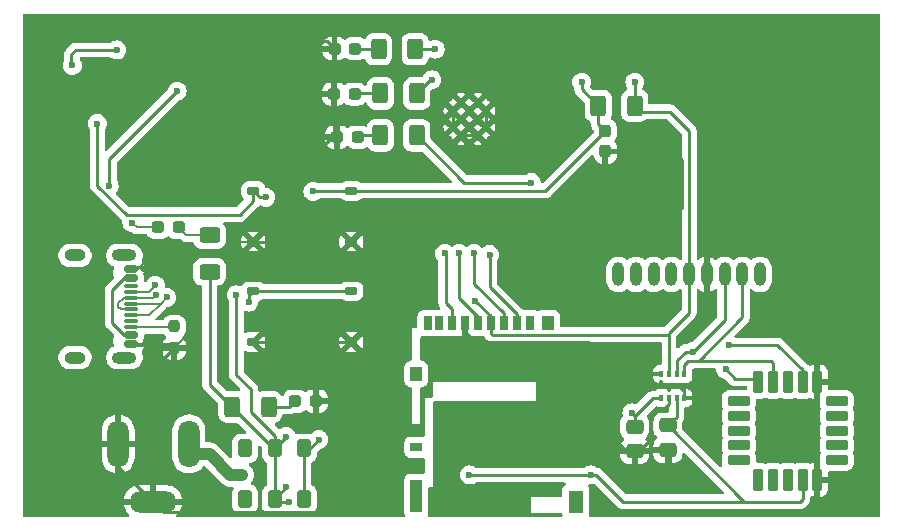
<source format=gtl>
%TF.GenerationSoftware,KiCad,Pcbnew,8.0.6*%
%TF.CreationDate,2024-11-09T23:45:23+09:00*%
%TF.ProjectId,PCB,5043422e-6b69-4636-9164-5f7063625858,rev?*%
%TF.SameCoordinates,Original*%
%TF.FileFunction,Copper,L1,Top*%
%TF.FilePolarity,Positive*%
%FSLAX46Y46*%
G04 Gerber Fmt 4.6, Leading zero omitted, Abs format (unit mm)*
G04 Created by KiCad (PCBNEW 8.0.6) date 2024-11-09 23:45:23*
%MOMM*%
%LPD*%
G01*
G04 APERTURE LIST*
G04 Aperture macros list*
%AMRoundRect*
0 Rectangle with rounded corners*
0 $1 Rounding radius*
0 $2 $3 $4 $5 $6 $7 $8 $9 X,Y pos of 4 corners*
0 Add a 4 corners polygon primitive as box body*
4,1,4,$2,$3,$4,$5,$6,$7,$8,$9,$2,$3,0*
0 Add four circle primitives for the rounded corners*
1,1,$1+$1,$2,$3*
1,1,$1+$1,$4,$5*
1,1,$1+$1,$6,$7*
1,1,$1+$1,$8,$9*
0 Add four rect primitives between the rounded corners*
20,1,$1+$1,$2,$3,$4,$5,0*
20,1,$1+$1,$4,$5,$6,$7,0*
20,1,$1+$1,$6,$7,$8,$9,0*
20,1,$1+$1,$8,$9,$2,$3,0*%
G04 Aperture macros list end*
%TA.AperFunction,HeatsinkPad*%
%ADD10C,0.600000*%
%TD*%
%TA.AperFunction,SMDPad,CuDef*%
%ADD11RoundRect,0.300000X0.300000X0.450000X-0.300000X0.450000X-0.300000X-0.450000X0.300000X-0.450000X0*%
%TD*%
%TA.AperFunction,SMDPad,CuDef*%
%ADD12RoundRect,0.250000X0.400000X0.625000X-0.400000X0.625000X-0.400000X-0.625000X0.400000X-0.625000X0*%
%TD*%
%TA.AperFunction,SMDPad,CuDef*%
%ADD13RoundRect,0.250000X-0.400000X-0.625000X0.400000X-0.625000X0.400000X0.625000X-0.400000X0.625000X0*%
%TD*%
%TA.AperFunction,SMDPad,CuDef*%
%ADD14RoundRect,0.212500X0.737500X0.212500X-0.737500X0.212500X-0.737500X-0.212500X0.737500X-0.212500X0*%
%TD*%
%TA.AperFunction,SMDPad,CuDef*%
%ADD15RoundRect,0.212500X0.212500X0.737500X-0.212500X0.737500X-0.212500X-0.737500X0.212500X-0.737500X0*%
%TD*%
%TA.AperFunction,HeatsinkPad*%
%ADD16R,4.800000X4.800000*%
%TD*%
%TA.AperFunction,ComponentPad*%
%ADD17O,1.000000X2.000000*%
%TD*%
%TA.AperFunction,SMDPad,CuDef*%
%ADD18RoundRect,0.250000X-0.475000X0.337500X-0.475000X-0.337500X0.475000X-0.337500X0.475000X0.337500X0*%
%TD*%
%TA.AperFunction,SMDPad,CuDef*%
%ADD19RoundRect,0.237500X-0.287500X-0.237500X0.287500X-0.237500X0.287500X0.237500X-0.287500X0.237500X0*%
%TD*%
%TA.AperFunction,SMDPad,CuDef*%
%ADD20RoundRect,0.162500X-0.362500X-0.162500X0.362500X-0.162500X0.362500X0.162500X-0.362500X0.162500X0*%
%TD*%
%TA.AperFunction,SMDPad,CuDef*%
%ADD21RoundRect,0.237500X0.287500X0.237500X-0.287500X0.237500X-0.287500X-0.237500X0.287500X-0.237500X0*%
%TD*%
%TA.AperFunction,SMDPad,CuDef*%
%ADD22R,0.700000X1.200000*%
%TD*%
%TA.AperFunction,SMDPad,CuDef*%
%ADD23R,1.000000X0.800000*%
%TD*%
%TA.AperFunction,SMDPad,CuDef*%
%ADD24R,1.000000X1.200000*%
%TD*%
%TA.AperFunction,SMDPad,CuDef*%
%ADD25R,1.000000X2.800000*%
%TD*%
%TA.AperFunction,SMDPad,CuDef*%
%ADD26R,1.300000X1.900000*%
%TD*%
%TA.AperFunction,SMDPad,CuDef*%
%ADD27RoundRect,0.250000X-0.625000X0.400000X-0.625000X-0.400000X0.625000X-0.400000X0.625000X0.400000X0*%
%TD*%
%TA.AperFunction,SMDPad,CuDef*%
%ADD28RoundRect,0.237500X-0.237500X0.250000X-0.237500X-0.250000X0.237500X-0.250000X0.237500X0.250000X0*%
%TD*%
%TA.AperFunction,ComponentPad*%
%ADD29O,1.800000X4.000000*%
%TD*%
%TA.AperFunction,ComponentPad*%
%ADD30O,4.000000X1.800000*%
%TD*%
%TA.AperFunction,SMDPad,CuDef*%
%ADD31RoundRect,0.237500X-0.237500X0.300000X-0.237500X-0.300000X0.237500X-0.300000X0.237500X0.300000X0*%
%TD*%
%TA.AperFunction,SMDPad,CuDef*%
%ADD32R,0.350000X0.500000*%
%TD*%
%TA.AperFunction,SMDPad,CuDef*%
%ADD33RoundRect,0.150000X-0.425000X0.150000X-0.425000X-0.150000X0.425000X-0.150000X0.425000X0.150000X0*%
%TD*%
%TA.AperFunction,SMDPad,CuDef*%
%ADD34RoundRect,0.075000X-0.500000X0.075000X-0.500000X-0.075000X0.500000X-0.075000X0.500000X0.075000X0*%
%TD*%
%TA.AperFunction,ComponentPad*%
%ADD35O,2.100000X1.000000*%
%TD*%
%TA.AperFunction,ComponentPad*%
%ADD36O,1.800000X1.000000*%
%TD*%
%TA.AperFunction,ViaPad*%
%ADD37C,0.600000*%
%TD*%
%TA.AperFunction,ViaPad*%
%ADD38C,1.000000*%
%TD*%
%TA.AperFunction,Conductor*%
%ADD39C,0.250000*%
%TD*%
%TA.AperFunction,Conductor*%
%ADD40C,0.152400*%
%TD*%
%TA.AperFunction,Conductor*%
%ADD41C,1.000000*%
%TD*%
G04 APERTURE END LIST*
D10*
%TO.P,U4,41,GND*%
%TO.N,GND*%
X128400000Y-80310000D03*
X128400000Y-78910000D03*
X127700000Y-81010000D03*
X127700000Y-79610000D03*
X127700000Y-78210000D03*
X127000000Y-80310000D03*
X127000000Y-78910000D03*
X126300000Y-81010000D03*
X126300000Y-79610000D03*
X126300000Y-78210000D03*
X125600000Y-80310000D03*
X125600000Y-78910000D03*
%TD*%
D11*
%TO.P,SW1,1,A*%
%TO.N,SW_1*%
X113000000Y-111800000D03*
%TO.P,SW1,2,B*%
%TO.N,+3V3*%
X110500000Y-111800000D03*
%TO.P,SW1,3,C*%
%TO.N,unconnected-(SW1-C-Pad3)*%
X108000000Y-111800000D03*
%TO.P,SW1,4,A*%
%TO.N,unconnected-(SW1-A-Pad4)*%
X108000000Y-107500000D03*
%TO.P,SW1,5,B*%
%TO.N,+3V3*%
X110500000Y-107500000D03*
%TO.P,SW1,6,C*%
%TO.N,SW_1*%
X113000000Y-107500000D03*
%TD*%
D12*
%TO.P,R4,1*%
%TO.N,Net-(D1-A)*%
X110000000Y-104000000D03*
%TO.P,R4,2*%
%TO.N,+3V3*%
X106900000Y-104000000D03*
%TD*%
D13*
%TO.P,R14,1*%
%TO.N,Net-(D5-A)*%
X119300000Y-73700000D03*
%TO.P,R14,2*%
%TO.N,ESP32_IO4*%
X122400000Y-73700000D03*
%TD*%
D14*
%TO.P,U1,1*%
%TO.N,N/C*%
X158100000Y-108500000D03*
%TO.P,U1,2*%
X158100000Y-107250000D03*
%TO.P,U1,3*%
X158100000Y-106000000D03*
%TO.P,U1,4*%
X158100000Y-104750000D03*
%TO.P,U1,5*%
X158100000Y-103500000D03*
D15*
%TO.P,U1,6,GND*%
%TO.N,GND*%
X156450000Y-101850000D03*
%TO.P,U1,7,VDD*%
%TO.N,+3V3*%
X155200000Y-101850000D03*
%TO.P,U1,8*%
%TO.N,N/C*%
X153950000Y-101850000D03*
%TO.P,U1,9,SCL*%
%TO.N,ESP32_IO17_SCL*%
X152700000Y-101850000D03*
%TO.P,U1,10,SDA*%
%TO.N,ESP32_IO18_SDA*%
X151450000Y-101850000D03*
D14*
%TO.P,U1,11*%
%TO.N,N/C*%
X149800000Y-103500000D03*
%TO.P,U1,12*%
X149800000Y-104750000D03*
%TO.P,U1,13*%
X149800000Y-106000000D03*
%TO.P,U1,14*%
X149800000Y-107250000D03*
%TO.P,U1,15*%
X149800000Y-108500000D03*
D15*
%TO.P,U1,16*%
X151450000Y-110150000D03*
%TO.P,U1,17*%
X152700000Y-110150000D03*
%TO.P,U1,18*%
X153950000Y-110150000D03*
%TO.P,U1,19,VDD*%
%TO.N,+3V3*%
X155200000Y-110150000D03*
%TO.P,U1,20,GND*%
%TO.N,GND*%
X156450000Y-110150000D03*
D16*
%TO.P,U1,21,GND*%
X153950000Y-106000000D03*
%TD*%
D17*
%TO.P,U6,1,VO*%
%TO.N,unconnected-(U6-VO-Pad1)*%
X139600000Y-92775000D03*
%TO.P,U6,2,VOUT*%
%TO.N,Net-(U6-VOUT)*%
X141100000Y-92775000D03*
%TO.P,U6,3,CAP1N*%
%TO.N,Net-(U6-CAP1N)*%
X142600000Y-92775000D03*
%TO.P,U6,4,CAP1P*%
%TO.N,Net-(U6-CAP1P)*%
X144100000Y-92775000D03*
%TO.P,U6,5,VDD*%
%TO.N,+3V3*%
X145600000Y-92775000D03*
%TO.P,U6,6,VSS*%
%TO.N,GND*%
X147100000Y-92775000D03*
%TO.P,U6,7,SDA*%
%TO.N,ESP32_IO18_SDA*%
X148600000Y-92775000D03*
%TO.P,U6,8,SCL*%
%TO.N,ESP32_IO17_SCL*%
X150100000Y-92775000D03*
%TO.P,U6,9,XRSETB*%
%TO.N,ESP32_IO47*%
X151600000Y-92775000D03*
%TD*%
D18*
%TO.P,C12,1*%
%TO.N,+3V3*%
X141000000Y-105662500D03*
%TO.P,C12,2*%
%TO.N,GND*%
X141000000Y-107737500D03*
%TD*%
%TO.P,C11,1*%
%TO.N,+3V3*%
X143800000Y-105562500D03*
%TO.P,C11,2*%
%TO.N,GND*%
X143800000Y-107637500D03*
%TD*%
D13*
%TO.P,R13,1*%
%TO.N,Net-(D4-A)*%
X119450000Y-81000000D03*
%TO.P,R13,2*%
%TO.N,ESP32_IO3*%
X122550000Y-81000000D03*
%TD*%
D19*
%TO.P,D6,1,K*%
%TO.N,GND*%
X115525000Y-77500000D03*
%TO.P,D6,2,A*%
%TO.N,Net-(D6-A)*%
X117275000Y-77500000D03*
%TD*%
D20*
%TO.P,SW2,1,1*%
%TO.N,ESP32_EN*%
X108700000Y-85700000D03*
%TO.P,SW2,2,2*%
X117000000Y-85700000D03*
%TO.P,SW2,3,3*%
%TO.N,GND*%
X108700000Y-90000000D03*
%TO.P,SW2,4,4*%
X117000000Y-90000000D03*
%TD*%
D21*
%TO.P,D1,1,K*%
%TO.N,GND*%
X114000000Y-103500000D03*
%TO.P,D1,2,A*%
%TO.N,Net-(D1-A)*%
X112250000Y-103500000D03*
%TD*%
D19*
%TO.P,D5,1,K*%
%TO.N,GND*%
X115575000Y-73650000D03*
%TO.P,D5,2,A*%
%TO.N,Net-(D5-A)*%
X117325000Y-73650000D03*
%TD*%
D22*
%TO.P,J4,1,DAT2*%
%TO.N,unconnected-(J4-DAT2-Pad1)*%
X132100000Y-96900000D03*
%TO.P,J4,2,DAT3/CD*%
%TO.N,ESP32_IO10_SPI_CS*%
X131000000Y-96900000D03*
%TO.P,J4,3,CMD*%
%TO.N,ESP32_IO11_SPI_MOSI*%
X129900000Y-96900000D03*
%TO.P,J4,4,VDD*%
%TO.N,+3V3*%
X128800000Y-96900000D03*
%TO.P,J4,5,CLK*%
%TO.N,ESP32_IO12_SPI_SCK*%
X127700000Y-96900000D03*
%TO.P,J4,6,VSS*%
%TO.N,GND*%
X126600000Y-96900000D03*
%TO.P,J4,7,DAT0*%
%TO.N,ESP32_IO13_SPI_MISO*%
X125500000Y-96900000D03*
%TO.P,J4,8,DAT1*%
%TO.N,unconnected-(J4-DAT1-Pad8)*%
X124400000Y-96900000D03*
%TO.P,J4,9,DET_B*%
%TO.N,unconnected-(J4-DET_B-Pad9)*%
X123450000Y-96900000D03*
D23*
%TO.P,J4,10,DET_A*%
%TO.N,unconnected-(J4-DET_A-Pad10)*%
X122500000Y-107400000D03*
D24*
%TO.P,J4,11,SHIELD*%
%TO.N,unconnected-(J4-SHIELD-Pad11)_3*%
X122500000Y-101200000D03*
D25*
%TO.N,unconnected-(J4-SHIELD-Pad11)_2*%
X122500000Y-111550000D03*
D24*
%TO.N,unconnected-(J4-SHIELD-Pad11)*%
X133650000Y-96900000D03*
D26*
%TO.N,unconnected-(J4-SHIELD-Pad11)_1*%
X136000000Y-112000000D03*
%TD*%
D27*
%TO.P,R5,1*%
%TO.N,Net-(D2-A)*%
X105000000Y-89450000D03*
%TO.P,R5,2*%
%TO.N,+3V3*%
X105000000Y-92550000D03*
%TD*%
D28*
%TO.P,R1,1*%
%TO.N,Net-(J1-CC2)*%
X102000000Y-97175000D03*
%TO.P,R1,2*%
%TO.N,GND*%
X102000000Y-99000000D03*
%TD*%
D19*
%TO.P,D2,1,K*%
%TO.N,CBUS1*%
X100620000Y-88790000D03*
%TO.P,D2,2,A*%
%TO.N,Net-(D2-A)*%
X102370000Y-88790000D03*
%TD*%
D20*
%TO.P,SW3,1,1*%
%TO.N,ESP32_IO0*%
X108700000Y-94200000D03*
%TO.P,SW3,2,2*%
X117000000Y-94200000D03*
%TO.P,SW3,3,3*%
%TO.N,GND*%
X108700000Y-98500000D03*
%TO.P,SW3,4,4*%
X117000000Y-98500000D03*
%TD*%
D29*
%TO.P,J2,1*%
%TO.N,VDD*%
X103250000Y-107125000D03*
%TO.P,J2,2*%
%TO.N,GND*%
X97250000Y-107125000D03*
D30*
%TO.P,J2,3*%
X100200000Y-112025000D03*
%TD*%
D13*
%TO.P,R9,1*%
%TO.N,ESP32_EN*%
X137900000Y-78500000D03*
%TO.P,R9,2*%
%TO.N,+3V3*%
X141000000Y-78500000D03*
%TD*%
D31*
%TO.P,C6,1*%
%TO.N,ESP32_EN*%
X138500000Y-80637500D03*
%TO.P,C6,2*%
%TO.N,GND*%
X138500000Y-82362500D03*
%TD*%
D13*
%TO.P,R15,1*%
%TO.N,Net-(D6-A)*%
X119450000Y-77450000D03*
%TO.P,R15,2*%
%TO.N,ESP32_IO5*%
X122550000Y-77450000D03*
%TD*%
D32*
%TO.P,U5,1,GND*%
%TO.N,GND*%
X143250000Y-101200000D03*
%TO.P,U5,2,CSB*%
%TO.N,+3V3*%
X143900000Y-101200000D03*
%TO.P,U5,3,SDI*%
%TO.N,ESP32_IO18_SDA*%
X144550000Y-101200000D03*
%TO.P,U5,4,SCK*%
%TO.N,ESP32_IO17_SCL*%
X145200000Y-101200000D03*
%TO.P,U5,5,SDO*%
%TO.N,GND*%
X145200000Y-103250000D03*
%TO.P,U5,6,VDDIO*%
%TO.N,+3V3*%
X144550000Y-103250000D03*
%TO.P,U5,7,GND*%
%TO.N,GND*%
X143900000Y-103250000D03*
%TO.P,U5,8,VDD*%
%TO.N,+3V3*%
X143250000Y-103250000D03*
%TD*%
D33*
%TO.P,J1,A1,GND*%
%TO.N,GND*%
X98360000Y-92290000D03*
%TO.P,J1,A4,VBUS*%
%TO.N,VBUS*%
X98360000Y-93090000D03*
D34*
%TO.P,J1,A5,CC1*%
%TO.N,Net-(J1-CC1)*%
X98360000Y-94240000D03*
%TO.P,J1,A6,D+*%
%TO.N,USB_DP*%
X98360000Y-95240000D03*
%TO.P,J1,A7,D-*%
%TO.N,USB_DM*%
X98360000Y-95740000D03*
%TO.P,J1,A8,SBU1*%
%TO.N,unconnected-(J1-SBU1-PadA8)*%
X98360000Y-96740000D03*
D33*
%TO.P,J1,A9,VBUS*%
%TO.N,VBUS*%
X98360000Y-97890000D03*
%TO.P,J1,A12,GND*%
%TO.N,GND*%
X98360000Y-98690000D03*
%TO.P,J1,B1,GND*%
X98360000Y-98690000D03*
%TO.P,J1,B4,VBUS*%
%TO.N,VBUS*%
X98360000Y-97890000D03*
D34*
%TO.P,J1,B5,CC2*%
%TO.N,Net-(J1-CC2)*%
X98360000Y-97240000D03*
%TO.P,J1,B6,D+*%
%TO.N,USB_DP*%
X98360000Y-96240000D03*
%TO.P,J1,B7,D-*%
%TO.N,USB_DM*%
X98360000Y-94740000D03*
%TO.P,J1,B8,SBU2*%
%TO.N,unconnected-(J1-SBU2-PadB8)*%
X98360000Y-93740000D03*
D33*
%TO.P,J1,B9,VBUS*%
%TO.N,VBUS*%
X98360000Y-93090000D03*
%TO.P,J1,B12,GND*%
%TO.N,GND*%
X98360000Y-92290000D03*
D35*
%TO.P,J1,S1,SHIELD*%
%TO.N,unconnected-(J1-SHIELD-PadS1)_2*%
X97785000Y-91170000D03*
D36*
%TO.N,unconnected-(J1-SHIELD-PadS1)*%
X93605000Y-91170000D03*
D35*
%TO.N,unconnected-(J1-SHIELD-PadS1)_3*%
X97785000Y-99810000D03*
D36*
%TO.N,unconnected-(J1-SHIELD-PadS1)_1*%
X93605000Y-99810000D03*
%TD*%
D19*
%TO.P,D4,1,K*%
%TO.N,GND*%
X115800000Y-81150000D03*
%TO.P,D4,2,A*%
%TO.N,Net-(D4-A)*%
X117550000Y-81150000D03*
%TD*%
D37*
%TO.N,GND*%
X144000000Y-110000000D03*
X144262500Y-82362500D03*
X142000000Y-75462500D03*
X119000000Y-97500000D03*
X107000000Y-83500000D03*
X156250000Y-111750000D03*
X114500000Y-73000000D03*
X99430000Y-90380000D03*
X144910202Y-87089798D03*
X126250000Y-98250000D03*
%TO.N,VDD*%
X105000000Y-108000000D03*
D38*
X107750000Y-109750000D03*
D37*
%TO.N,SW_1*%
X114250000Y-106750000D03*
%TO.N,+3V3*%
X107250000Y-94500000D03*
X149000000Y-98750000D03*
X111750000Y-112000000D03*
X111500000Y-106500000D03*
X127500000Y-95000000D03*
X111500000Y-110750000D03*
X141000000Y-76500000D03*
X137250000Y-109750000D03*
X140750000Y-104500000D03*
X127000000Y-109750000D03*
%TO.N,ESP32_EN*%
X113750000Y-85750000D03*
X95500000Y-80000000D03*
X109750000Y-86250000D03*
X136500000Y-76500000D03*
%TO.N,CBUS1*%
X98413800Y-88390000D03*
%TO.N,USB_DP*%
X101370000Y-94720000D03*
%TO.N,Net-(J1-CC1)*%
X100400000Y-93700000D03*
%TO.N,USB_DM*%
X100422791Y-94552791D03*
%TO.N,ESP32_IO11_SPI_MOSI*%
X127400000Y-91000000D03*
%TO.N,ESP32_IO10_SPI_CS*%
X128700000Y-91100000D03*
%TO.N,ESP32_IO12_SPI_SCK*%
X126100000Y-91000000D03*
%TO.N,ESP32_IO13_SPI_MISO*%
X124900000Y-91000000D03*
%TO.N,DTR*%
X93370000Y-75080000D03*
X97150000Y-73770000D03*
%TO.N,ESP32_IO0*%
X108310000Y-95110000D03*
%TO.N,Net-(U2-TXD)*%
X102250000Y-77250000D03*
X96500000Y-85250000D03*
%TO.N,ESP32_IO3*%
X132250000Y-85000000D03*
%TO.N,ESP32_IO4*%
X124100000Y-73700000D03*
%TO.N,ESP32_IO5*%
X123800000Y-76300000D03*
%TO.N,ESP32_IO18_SDA*%
X145900000Y-99300000D03*
X148700000Y-100800000D03*
%TD*%
D39*
%TO.N,GND*%
X145200000Y-103250000D02*
X145200000Y-102725000D01*
X114550000Y-90000000D02*
X115800000Y-88750000D01*
X154000000Y-106000000D02*
X156450000Y-108450000D01*
X118000000Y-109750000D02*
X114825000Y-112925000D01*
X137000000Y-98500000D02*
X139500000Y-101000000D01*
X143250000Y-101200000D02*
X139700000Y-101200000D01*
X126600000Y-97900000D02*
X126250000Y-98250000D01*
X118000000Y-105750000D02*
X118000000Y-109750000D01*
X140500000Y-102250000D02*
X140250000Y-102000000D01*
X144000000Y-110000000D02*
X144000000Y-107837500D01*
X153950000Y-106000000D02*
X154000000Y-106000000D01*
X125600000Y-78910000D02*
X126300000Y-78210000D01*
X141000000Y-107737500D02*
X143700000Y-107737500D01*
X115750000Y-103500000D02*
X118000000Y-105750000D01*
X156450000Y-110150000D02*
X156450000Y-111550000D01*
X139500000Y-101000000D02*
X139500000Y-107000000D01*
X128400000Y-78910000D02*
X127700000Y-78210000D01*
X126300000Y-81010000D02*
X127700000Y-81010000D01*
X144000000Y-107837500D02*
X143800000Y-107637500D01*
X114250000Y-76250000D02*
X107000000Y-83500000D01*
X143700000Y-107737500D02*
X143800000Y-107637500D01*
D40*
X99476200Y-90426200D02*
X99676200Y-90426200D01*
D39*
X110750000Y-85750000D02*
X110750000Y-87950000D01*
D40*
X98934999Y-92290000D02*
X99430000Y-91794999D01*
D39*
X117000000Y-90000000D02*
X118500000Y-91500000D01*
X127000000Y-78910000D02*
X127700000Y-78210000D01*
X156450000Y-111550000D02*
X156250000Y-111750000D01*
X156450000Y-101850000D02*
X156450000Y-102386738D01*
X127000000Y-80310000D02*
X127700000Y-79610000D01*
X159100000Y-110150000D02*
X156450000Y-110150000D01*
X141787500Y-75250000D02*
X142000000Y-75462500D01*
X115575000Y-77450000D02*
X115525000Y-77500000D01*
X156400000Y-102436738D02*
X156400000Y-103550000D01*
D40*
X98360000Y-98690000D02*
X101690000Y-98690000D01*
D39*
X125600000Y-78910000D02*
X125600000Y-80310000D01*
X114925000Y-73000000D02*
X115575000Y-73650000D01*
X144725000Y-102250000D02*
X140500000Y-102250000D01*
D40*
X106500000Y-91000000D02*
X107500000Y-90000000D01*
D39*
X107000000Y-83500000D02*
X107250000Y-83750000D01*
X128400000Y-78910000D02*
X127700000Y-79610000D01*
D40*
X98360000Y-92290000D02*
X98934999Y-92290000D01*
D39*
X142700000Y-104200000D02*
X142300000Y-104600000D01*
X115750000Y-99750000D02*
X117000000Y-98500000D01*
X115525000Y-80875000D02*
X115800000Y-81150000D01*
X140250000Y-102000000D02*
X140250000Y-101750000D01*
X160100000Y-101850000D02*
X160500000Y-102250000D01*
X110750000Y-87950000D02*
X108700000Y-90000000D01*
X160500000Y-108750000D02*
X159100000Y-110150000D01*
X145000000Y-83100000D02*
X145000000Y-87000000D01*
X101100000Y-112925000D02*
X100200000Y-112025000D01*
X97250000Y-107125000D02*
X97250000Y-109075000D01*
X108700000Y-98500000D02*
X117000000Y-98500000D01*
X115800000Y-88800000D02*
X117000000Y-90000000D01*
X115575000Y-73650000D02*
X115575000Y-77450000D01*
D40*
X99676200Y-90426200D02*
X100250000Y-91000000D01*
D39*
X127500000Y-98500000D02*
X137000000Y-98500000D01*
X127700000Y-78210000D02*
X130660000Y-75250000D01*
D40*
X102000000Y-99000000D02*
X103250000Y-97750000D01*
X103250000Y-91000000D02*
X106500000Y-91000000D01*
D39*
X142300000Y-106800000D02*
X141362500Y-107737500D01*
X119000000Y-97500000D02*
X118500000Y-97000000D01*
X115800000Y-88750000D02*
X115800000Y-88800000D01*
D40*
X103250000Y-97750000D02*
X103250000Y-91000000D01*
D39*
X97250000Y-107125000D02*
X97250000Y-103750000D01*
X140237500Y-107737500D02*
X141000000Y-107737500D01*
X114825000Y-112925000D02*
X101100000Y-112925000D01*
X126600000Y-97600000D02*
X127500000Y-98500000D01*
X143900000Y-103775000D02*
X143475000Y-104200000D01*
X126300000Y-79610000D02*
X127000000Y-80310000D01*
X145200000Y-102725000D02*
X144725000Y-102250000D01*
X115800000Y-81150000D02*
X115350000Y-81150000D01*
D40*
X100250000Y-91000000D02*
X103250000Y-91000000D01*
D39*
X145000000Y-87000000D02*
X144910202Y-87089798D01*
X118500000Y-97000000D02*
X117000000Y-98500000D01*
X114500000Y-73000000D02*
X114925000Y-73000000D01*
X97250000Y-109075000D02*
X100200000Y-112025000D01*
X107250000Y-83750000D02*
X108750000Y-83750000D01*
D40*
X99430000Y-90380000D02*
X99476200Y-90426200D01*
D39*
X108750000Y-83750000D02*
X110750000Y-85750000D01*
X143475000Y-104200000D02*
X142700000Y-104200000D01*
X144262500Y-82362500D02*
X145000000Y-83100000D01*
X127700000Y-81010000D02*
X128400000Y-80310000D01*
X130660000Y-75250000D02*
X141787500Y-75250000D01*
X142300000Y-104600000D02*
X142300000Y-106800000D01*
X126600000Y-96900000D02*
X126600000Y-97900000D01*
X125600000Y-78910000D02*
X126300000Y-79610000D01*
D40*
X99430000Y-91794999D02*
X99430000Y-90380000D01*
D39*
X114500000Y-73000000D02*
X114250000Y-73250000D01*
X127000000Y-78910000D02*
X127700000Y-79610000D01*
X156450000Y-108450000D02*
X156450000Y-110150000D01*
X115525000Y-77500000D02*
X115525000Y-80875000D01*
X156450000Y-101850000D02*
X160100000Y-101850000D01*
X108700000Y-90000000D02*
X114550000Y-90000000D01*
X128400000Y-80310000D02*
X128400000Y-78910000D01*
X126300000Y-78210000D02*
X127000000Y-78910000D01*
X114000000Y-103500000D02*
X115750000Y-103500000D01*
X115350000Y-81150000D02*
X110750000Y-85750000D01*
D40*
X101690000Y-98690000D02*
X102000000Y-99000000D01*
D39*
X118500000Y-91500000D02*
X118500000Y-97000000D01*
D40*
X107500000Y-90000000D02*
X108700000Y-90000000D01*
D39*
X139700000Y-101200000D02*
X139500000Y-101000000D01*
X160500000Y-102250000D02*
X160500000Y-108750000D01*
X139500000Y-107000000D02*
X140237500Y-107737500D01*
X143900000Y-103250000D02*
X143900000Y-103775000D01*
X156450000Y-102386738D02*
X156400000Y-102436738D01*
X138500000Y-82362500D02*
X144262500Y-82362500D01*
X97250000Y-103750000D02*
X102000000Y-99000000D01*
X114250000Y-73250000D02*
X114250000Y-76250000D01*
X126600000Y-96900000D02*
X126600000Y-97600000D01*
X156400000Y-103550000D02*
X153950000Y-106000000D01*
X140250000Y-101750000D02*
X139700000Y-101200000D01*
X125600000Y-80310000D02*
X126300000Y-81010000D01*
X141362500Y-107737500D02*
X141000000Y-107737500D01*
X115750000Y-103500000D02*
X115750000Y-99750000D01*
D41*
%TO.N,VDD*%
X107750000Y-109750000D02*
X106750000Y-109750000D01*
D39*
X103250000Y-107125000D02*
X104125000Y-108000000D01*
D41*
X106750000Y-109750000D02*
X105000000Y-108000000D01*
X104125000Y-108000000D02*
X105000000Y-108000000D01*
D39*
%TO.N,SW_1*%
X113000000Y-111800000D02*
X113000000Y-107500000D01*
X113500000Y-107500000D02*
X114250000Y-106750000D01*
X113000000Y-107500000D02*
X113500000Y-107500000D01*
%TO.N,+3V3*%
X137250000Y-109750000D02*
X126950000Y-109750000D01*
X145600000Y-80600000D02*
X145600000Y-92775000D01*
X150237500Y-112000000D02*
X150250000Y-112000000D01*
X110500000Y-107500000D02*
X110500000Y-111800000D01*
X108500000Y-104415810D02*
X110500000Y-106415810D01*
X153049999Y-98750000D02*
X149000000Y-98750000D01*
X106900000Y-104000000D02*
X110400000Y-107500000D01*
X111500000Y-110800000D02*
X110500000Y-111800000D01*
X143900000Y-97700000D02*
X145600000Y-96000000D01*
X111750000Y-112000000D02*
X110700000Y-112000000D01*
X155200000Y-101850000D02*
X155200000Y-100900001D01*
X143900000Y-101200000D02*
X143900000Y-97750000D01*
X142550000Y-103250000D02*
X143250000Y-103250000D01*
X111500000Y-110750000D02*
X111500000Y-110800000D01*
X140000000Y-112000000D02*
X137750000Y-109750000D01*
X141000000Y-104750000D02*
X140750000Y-104500000D01*
X141000000Y-105662500D02*
X141000000Y-104800000D01*
X128800000Y-96900000D02*
X128800000Y-96300000D01*
X150250000Y-112000000D02*
X155000000Y-112000000D01*
X144550000Y-104812500D02*
X144550000Y-103250000D01*
X141000000Y-76500000D02*
X141000000Y-78500000D01*
X110500000Y-106415810D02*
X110500000Y-107500000D01*
X141000000Y-105662500D02*
X141000000Y-104750000D01*
X155200000Y-111800000D02*
X155200000Y-110150000D01*
X141500000Y-79000000D02*
X144000000Y-79000000D01*
X107250000Y-94500000D02*
X107250000Y-101250000D01*
X111500000Y-106500000D02*
X110500000Y-107500000D01*
X128800000Y-96300000D02*
X127500000Y-95000000D01*
X143900000Y-97750000D02*
X143900000Y-97700000D01*
X108500000Y-102500000D02*
X108500000Y-104415810D01*
X105000000Y-92550000D02*
X105000000Y-102100000D01*
X155200000Y-100900001D02*
X153049999Y-98750000D01*
X141000000Y-78500000D02*
X141500000Y-79000000D01*
X143775000Y-97875000D02*
X143900000Y-97750000D01*
X150250000Y-112000000D02*
X140000000Y-112000000D01*
X128925000Y-97875000D02*
X143775000Y-97875000D01*
X137750000Y-109750000D02*
X137250000Y-109750000D01*
X141000000Y-104800000D02*
X142550000Y-103250000D01*
X105000000Y-102100000D02*
X106900000Y-104000000D01*
X144000000Y-79000000D02*
X145600000Y-80600000D01*
X107250000Y-101250000D02*
X108500000Y-102500000D01*
X110400000Y-107500000D02*
X110500000Y-107500000D01*
X155000000Y-112000000D02*
X155200000Y-111800000D01*
X143800000Y-105562500D02*
X150237500Y-112000000D01*
X128800000Y-96900000D02*
X128800000Y-97750000D01*
X126950000Y-109750000D02*
X127000000Y-109750000D01*
X128800000Y-97750000D02*
X128925000Y-97875000D01*
X110700000Y-112000000D02*
X110500000Y-111800000D01*
X145600000Y-96000000D02*
X145600000Y-92775000D01*
X143800000Y-105562500D02*
X144550000Y-104812500D01*
%TO.N,ESP32_EN*%
X97965000Y-87715000D02*
X107535000Y-87715000D01*
X108700000Y-85700000D02*
X109250000Y-86250000D01*
X117000000Y-85700000D02*
X133437500Y-85700000D01*
X136500000Y-76500000D02*
X136500000Y-77100000D01*
X137900000Y-80037500D02*
X138500000Y-80637500D01*
X113750000Y-85750000D02*
X113800000Y-85700000D01*
X107535000Y-87715000D02*
X108700000Y-86550000D01*
X109250000Y-86250000D02*
X109750000Y-86250000D01*
X136500000Y-77100000D02*
X137900000Y-78500000D01*
X113800000Y-85700000D02*
X117000000Y-85700000D01*
X137900000Y-78500000D02*
X137900000Y-80037500D01*
X133437500Y-85700000D02*
X138500000Y-80637500D01*
X108700000Y-86550000D02*
X108700000Y-85700000D01*
X95500000Y-85250000D02*
X97965000Y-87715000D01*
X95500000Y-80000000D02*
X95500000Y-85250000D01*
%TO.N,Net-(D1-A)*%
X111750000Y-104000000D02*
X112250000Y-103500000D01*
X110000000Y-104000000D02*
X111750000Y-104000000D01*
D40*
%TO.N,CBUS1*%
X98813800Y-88790000D02*
X98413800Y-88390000D01*
X100620000Y-88790000D02*
X98813800Y-88790000D01*
%TO.N,Net-(D2-A)*%
X105000000Y-89450000D02*
X103030000Y-89450000D01*
X103030000Y-89450000D02*
X102370000Y-88790000D01*
D39*
%TO.N,Net-(D4-A)*%
X119450000Y-81000000D02*
X117700000Y-81000000D01*
X117700000Y-81000000D02*
X117550000Y-81150000D01*
%TO.N,Net-(D5-A)*%
X119300000Y-73700000D02*
X117375000Y-73700000D01*
X117375000Y-73700000D02*
X117325000Y-73650000D01*
%TO.N,Net-(D6-A)*%
X119450000Y-77450000D02*
X117325000Y-77450000D01*
X117325000Y-77450000D02*
X117275000Y-77500000D01*
%TO.N,VBUS*%
X97784949Y-93090000D02*
X96750000Y-94124949D01*
X96750000Y-94124949D02*
X96750000Y-96854999D01*
X98360000Y-93090000D02*
X97784949Y-93090000D01*
X96750000Y-96854999D02*
X97785001Y-97890000D01*
X97785001Y-97890000D02*
X98360000Y-97890000D01*
D40*
%TO.N,USB_DP*%
X98360000Y-95240000D02*
X100850000Y-95240000D01*
X98360000Y-96240000D02*
X99850000Y-96240000D01*
X100850000Y-95240000D02*
X101370000Y-94720000D01*
X99850000Y-96240000D02*
X100850000Y-95240000D01*
%TO.N,Net-(J1-CC1)*%
X100430000Y-93670000D02*
X100400000Y-93700000D01*
X98360000Y-94240000D02*
X99850000Y-94240000D01*
X99850000Y-94240000D02*
X100430000Y-93660000D01*
X100430000Y-93660000D02*
X100430000Y-93670000D01*
%TO.N,Net-(J1-CC2)*%
X101935000Y-97240000D02*
X102000000Y-97175000D01*
X98360000Y-97240000D02*
X101935000Y-97240000D01*
%TO.N,USB_DM*%
X97250000Y-95205540D02*
X97250000Y-95500000D01*
X100235582Y-94740000D02*
X100422791Y-94552791D01*
X97490000Y-95740000D02*
X98360000Y-95740000D01*
X97715540Y-94740000D02*
X97250000Y-95205540D01*
X97250000Y-95500000D02*
X97490000Y-95740000D01*
X98360000Y-94740000D02*
X97715540Y-94740000D01*
X98360000Y-94740000D02*
X100235582Y-94740000D01*
D39*
%TO.N,ESP32_IO11_SPI_MOSI*%
X127400000Y-93550000D02*
X127400000Y-91000000D01*
X129900000Y-96050000D02*
X127400000Y-93550000D01*
X129900000Y-96900000D02*
X129900000Y-96050000D01*
%TO.N,ESP32_IO10_SPI_CS*%
X128700000Y-93800000D02*
X128700000Y-91100000D01*
X131000000Y-96100000D02*
X129300000Y-94400000D01*
X129300000Y-94400000D02*
X128700000Y-93800000D01*
X131000000Y-96900000D02*
X131000000Y-96100000D01*
%TO.N,ESP32_IO12_SPI_SCK*%
X126600000Y-95300000D02*
X126100000Y-94800000D01*
X127700000Y-96400000D02*
X126600000Y-95300000D01*
X127700000Y-96900000D02*
X127700000Y-96400000D01*
X126100000Y-94800000D02*
X126100000Y-91000000D01*
%TO.N,ESP32_IO13_SPI_MISO*%
X125000000Y-91100000D02*
X124900000Y-91000000D01*
X125000000Y-95200000D02*
X125000000Y-91300000D01*
X125000000Y-91300000D02*
X125000000Y-91100000D01*
X125500000Y-95700000D02*
X125000000Y-95200000D01*
X125500000Y-96900000D02*
X125500000Y-95700000D01*
%TO.N,DTR*%
X93650000Y-73770000D02*
X93290000Y-74130000D01*
X97150000Y-73770000D02*
X93650000Y-73770000D01*
X93290000Y-75000000D02*
X93370000Y-75080000D01*
X93290000Y-74130000D02*
X93290000Y-75000000D01*
X93370000Y-74960000D02*
X93370000Y-75080000D01*
%TO.N,ESP32_IO0*%
X108310000Y-95110000D02*
X108310000Y-94590000D01*
X108700000Y-94200000D02*
X117000000Y-94200000D01*
X108310000Y-94590000D02*
X108700000Y-94200000D01*
%TO.N,Net-(U2-TXD)*%
X96500000Y-83000000D02*
X96500000Y-85250000D01*
X102250000Y-77250000D02*
X96500000Y-83000000D01*
%TO.N,ESP32_IO3*%
X126550000Y-85000000D02*
X131750000Y-85000000D01*
X122550000Y-81000000D02*
X126550000Y-85000000D01*
X131750000Y-85000000D02*
X132250000Y-85000000D01*
%TO.N,ESP32_IO4*%
X123800000Y-73700000D02*
X124100000Y-73700000D01*
X122400000Y-73700000D02*
X123800000Y-73700000D01*
%TO.N,ESP32_IO5*%
X123700000Y-76300000D02*
X123800000Y-76300000D01*
X122550000Y-77450000D02*
X123700000Y-76300000D01*
%TO.N,ESP32_IO18_SDA*%
X148700000Y-100800000D02*
X149500000Y-101600000D01*
X144550000Y-100050000D02*
X145300000Y-99300000D01*
X144550000Y-101200000D02*
X144550000Y-100050000D01*
X145300000Y-99300000D02*
X145900000Y-99300000D01*
X151200000Y-101600000D02*
X151450000Y-101850000D01*
X148600000Y-96600000D02*
X145900000Y-99300000D01*
X149500000Y-101600000D02*
X151200000Y-101600000D01*
X148600000Y-92775000D02*
X148600000Y-96600000D01*
%TO.N,ESP32_IO17_SCL*%
X145500000Y-100100000D02*
X146400000Y-100100000D01*
X146400000Y-100100000D02*
X152500000Y-100100000D01*
X150100000Y-92775000D02*
X150100000Y-96400000D01*
X152700000Y-100300000D02*
X152700000Y-101850000D01*
X145200000Y-101200000D02*
X145200000Y-100400000D01*
X152500000Y-100100000D02*
X152700000Y-100300000D01*
X150100000Y-96400000D02*
X146400000Y-100100000D01*
X145200000Y-100400000D02*
X145500000Y-100100000D01*
%TD*%
%TA.AperFunction,Conductor*%
%TO.N,GND*%
G36*
X161742539Y-70720185D02*
G01*
X161788294Y-70772989D01*
X161799500Y-70824500D01*
X161799500Y-113175500D01*
X161779815Y-113242539D01*
X161727011Y-113288294D01*
X161675500Y-113299500D01*
X137232418Y-113299500D01*
X137165379Y-113279815D01*
X137119624Y-113227011D01*
X137109680Y-113157853D01*
X137116236Y-113132167D01*
X137144091Y-113057482D01*
X137144903Y-113049932D01*
X137150500Y-112997873D01*
X137150499Y-111002128D01*
X137144091Y-110942517D01*
X137143328Y-110940472D01*
X137093797Y-110807671D01*
X137093793Y-110807664D01*
X137045214Y-110742771D01*
X137020796Y-110677307D01*
X137035647Y-110609034D01*
X137085052Y-110559628D01*
X137153325Y-110544776D01*
X137158354Y-110545239D01*
X137196136Y-110549496D01*
X137249998Y-110555565D01*
X137250000Y-110555565D01*
X137250004Y-110555565D01*
X137429249Y-110535369D01*
X137429250Y-110535368D01*
X137429255Y-110535368D01*
X137519816Y-110503678D01*
X137589591Y-110500116D01*
X137648449Y-110533039D01*
X139601263Y-112485855D01*
X139601267Y-112485858D01*
X139703710Y-112554309D01*
X139703711Y-112554309D01*
X139703715Y-112554312D01*
X139770396Y-112581931D01*
X139770398Y-112581933D01*
X139817543Y-112601461D01*
X139817548Y-112601463D01*
X139837597Y-112605451D01*
X139871196Y-112612134D01*
X139938392Y-112625501D01*
X139938394Y-112625501D01*
X140067721Y-112625501D01*
X140067741Y-112625500D01*
X155061608Y-112625500D01*
X155061608Y-112625499D01*
X155125978Y-112612696D01*
X155125979Y-112612696D01*
X155145150Y-112608882D01*
X155182452Y-112601463D01*
X155215792Y-112587652D01*
X155296286Y-112554312D01*
X155347509Y-112520084D01*
X155398733Y-112485858D01*
X155485858Y-112398733D01*
X155485858Y-112398731D01*
X155496066Y-112388524D01*
X155496066Y-112388522D01*
X155685858Y-112198733D01*
X155754312Y-112096285D01*
X155801463Y-111982451D01*
X155810227Y-111938393D01*
X155825500Y-111861606D01*
X155825500Y-111673295D01*
X155845185Y-111606256D01*
X155897989Y-111560501D01*
X155967147Y-111550557D01*
X155988505Y-111555589D01*
X156092439Y-111590030D01*
X156190025Y-111599999D01*
X156700000Y-111599999D01*
X156709966Y-111599999D01*
X156709980Y-111599998D01*
X156807562Y-111590029D01*
X156965662Y-111537640D01*
X156965667Y-111537638D01*
X157107427Y-111450199D01*
X157225199Y-111332427D01*
X157312638Y-111190667D01*
X157312640Y-111190662D01*
X157365029Y-111032561D01*
X157374999Y-110934980D01*
X157375000Y-110934965D01*
X157375000Y-110400000D01*
X156700000Y-110400000D01*
X156700000Y-111599999D01*
X156190025Y-111599999D01*
X156200000Y-111599998D01*
X156200000Y-108699999D01*
X156190035Y-108700000D01*
X156092438Y-108709970D01*
X155934337Y-108762359D01*
X155934330Y-108762363D01*
X155890571Y-108789353D01*
X155823178Y-108807792D01*
X155760380Y-108789352D01*
X155716624Y-108762363D01*
X155715880Y-108761904D01*
X155715875Y-108761902D01*
X155557664Y-108709476D01*
X155460014Y-108699500D01*
X154939994Y-108699500D01*
X154939976Y-108699501D01*
X154842337Y-108709475D01*
X154842334Y-108709476D01*
X154684124Y-108761902D01*
X154684115Y-108761906D01*
X154640096Y-108789058D01*
X154572704Y-108807498D01*
X154509904Y-108789058D01*
X154465884Y-108761906D01*
X154465879Y-108761904D01*
X154465878Y-108761903D01*
X154460205Y-108760023D01*
X154307664Y-108709476D01*
X154210014Y-108699500D01*
X153689994Y-108699500D01*
X153689976Y-108699501D01*
X153592337Y-108709475D01*
X153592334Y-108709476D01*
X153434124Y-108761902D01*
X153434115Y-108761906D01*
X153390096Y-108789058D01*
X153322704Y-108807498D01*
X153259904Y-108789058D01*
X153215884Y-108761906D01*
X153215879Y-108761904D01*
X153215878Y-108761903D01*
X153210205Y-108760023D01*
X153057664Y-108709476D01*
X152960014Y-108699500D01*
X152439994Y-108699500D01*
X152439976Y-108699501D01*
X152342337Y-108709475D01*
X152342334Y-108709476D01*
X152184124Y-108761902D01*
X152184115Y-108761906D01*
X152140096Y-108789058D01*
X152072704Y-108807498D01*
X152009904Y-108789058D01*
X151965884Y-108761906D01*
X151965879Y-108761904D01*
X151965878Y-108761903D01*
X151960205Y-108760023D01*
X151807664Y-108709476D01*
X151710020Y-108699500D01*
X151710013Y-108699500D01*
X151374499Y-108699500D01*
X151307460Y-108679815D01*
X151261705Y-108627011D01*
X151250499Y-108575500D01*
X151250499Y-108239994D01*
X151250498Y-108239976D01*
X151240524Y-108142337D01*
X151240523Y-108142334D01*
X151189216Y-107987500D01*
X151188097Y-107984122D01*
X151188096Y-107984120D01*
X151188095Y-107984117D01*
X151160943Y-107940099D01*
X151142501Y-107872707D01*
X151160943Y-107809901D01*
X151188095Y-107765882D01*
X151188095Y-107765880D01*
X151188097Y-107765878D01*
X151240524Y-107607663D01*
X151250500Y-107510013D01*
X151250499Y-106989988D01*
X151246630Y-106952116D01*
X151240524Y-106892337D01*
X151240523Y-106892334D01*
X151220416Y-106831654D01*
X151188097Y-106734122D01*
X151188096Y-106734120D01*
X151188095Y-106734117D01*
X151160943Y-106690099D01*
X151142501Y-106622707D01*
X151160943Y-106559901D01*
X151188095Y-106515882D01*
X151188095Y-106515880D01*
X151188097Y-106515878D01*
X151240524Y-106357663D01*
X151250500Y-106260013D01*
X151250499Y-105739988D01*
X151240524Y-105642337D01*
X151188097Y-105484122D01*
X151188096Y-105484120D01*
X151188095Y-105484117D01*
X151160943Y-105440099D01*
X151142501Y-105372707D01*
X151160943Y-105309901D01*
X151188095Y-105265882D01*
X151188095Y-105265880D01*
X151188097Y-105265878D01*
X151240524Y-105107663D01*
X151250500Y-105010013D01*
X151250499Y-104489988D01*
X151249989Y-104485000D01*
X151240524Y-104392337D01*
X151240523Y-104392334D01*
X151226661Y-104350500D01*
X151188097Y-104234122D01*
X151188096Y-104234120D01*
X151188095Y-104234117D01*
X151160943Y-104190099D01*
X151142501Y-104122707D01*
X151160943Y-104059901D01*
X151188095Y-104015882D01*
X151188095Y-104015880D01*
X151188097Y-104015878D01*
X151240524Y-103857663D01*
X151250500Y-103760013D01*
X151250499Y-103424498D01*
X151270183Y-103357460D01*
X151322987Y-103311705D01*
X151374499Y-103300499D01*
X151710006Y-103300499D01*
X151710012Y-103300499D01*
X151710020Y-103300498D01*
X151710023Y-103300498D01*
X151763489Y-103295036D01*
X151807663Y-103290524D01*
X151965878Y-103238097D01*
X151965880Y-103238095D01*
X151965882Y-103238095D01*
X152009901Y-103210943D01*
X152077293Y-103192501D01*
X152140099Y-103210943D01*
X152184117Y-103238095D01*
X152184120Y-103238096D01*
X152184122Y-103238097D01*
X152342337Y-103290524D01*
X152439987Y-103300500D01*
X152960012Y-103300499D01*
X152960020Y-103300498D01*
X152960023Y-103300498D01*
X153013489Y-103295036D01*
X153057663Y-103290524D01*
X153215878Y-103238097D01*
X153215880Y-103238095D01*
X153215882Y-103238095D01*
X153259901Y-103210943D01*
X153327293Y-103192501D01*
X153390099Y-103210943D01*
X153434117Y-103238095D01*
X153434120Y-103238096D01*
X153434122Y-103238097D01*
X153592337Y-103290524D01*
X153689987Y-103300500D01*
X154210012Y-103300499D01*
X154210020Y-103300498D01*
X154210023Y-103300498D01*
X154263489Y-103295036D01*
X154307663Y-103290524D01*
X154465878Y-103238097D01*
X154465880Y-103238095D01*
X154465882Y-103238095D01*
X154509901Y-103210943D01*
X154577293Y-103192501D01*
X154640099Y-103210943D01*
X154684117Y-103238095D01*
X154684120Y-103238096D01*
X154684122Y-103238097D01*
X154842337Y-103290524D01*
X154939987Y-103300500D01*
X155460012Y-103300499D01*
X155460020Y-103300498D01*
X155460023Y-103300498D01*
X155513489Y-103295036D01*
X155557663Y-103290524D01*
X155715878Y-103238097D01*
X155760378Y-103210648D01*
X155827769Y-103192207D01*
X155890573Y-103210647D01*
X155934332Y-103237638D01*
X155934337Y-103237640D01*
X156092439Y-103290030D01*
X156092437Y-103290030D01*
X156190025Y-103299999D01*
X156200000Y-103299998D01*
X156200000Y-103239979D01*
X156649500Y-103239979D01*
X156649500Y-103760005D01*
X156649501Y-103760023D01*
X156659475Y-103857662D01*
X156659476Y-103857665D01*
X156711902Y-104015875D01*
X156711906Y-104015884D01*
X156739058Y-104059904D01*
X156757498Y-104127296D01*
X156739058Y-104190096D01*
X156711906Y-104234115D01*
X156711902Y-104234124D01*
X156659476Y-104392335D01*
X156649500Y-104489979D01*
X156649500Y-105010005D01*
X156649501Y-105010023D01*
X156659475Y-105107662D01*
X156659476Y-105107665D01*
X156711902Y-105265875D01*
X156711906Y-105265884D01*
X156739058Y-105309904D01*
X156757498Y-105377296D01*
X156739058Y-105440096D01*
X156711906Y-105484115D01*
X156711902Y-105484124D01*
X156659476Y-105642335D01*
X156649500Y-105739979D01*
X156649500Y-106260005D01*
X156649501Y-106260023D01*
X156659475Y-106357662D01*
X156659476Y-106357665D01*
X156711902Y-106515875D01*
X156711906Y-106515884D01*
X156739058Y-106559904D01*
X156757498Y-106627296D01*
X156739058Y-106690096D01*
X156711906Y-106734115D01*
X156711902Y-106734124D01*
X156659476Y-106892335D01*
X156649500Y-106989979D01*
X156649500Y-107510005D01*
X156649501Y-107510023D01*
X156659475Y-107607662D01*
X156659476Y-107607665D01*
X156711902Y-107765875D01*
X156711906Y-107765884D01*
X156739058Y-107809904D01*
X156757498Y-107877296D01*
X156739058Y-107940096D01*
X156711906Y-107984115D01*
X156711902Y-107984124D01*
X156659476Y-108142335D01*
X156649500Y-108239979D01*
X156649500Y-108760005D01*
X156649501Y-108760023D01*
X156659475Y-108857662D01*
X156659476Y-108857665D01*
X156693706Y-108960962D01*
X156700000Y-108999966D01*
X156700000Y-109900000D01*
X157374999Y-109900000D01*
X157374999Y-109549499D01*
X157394684Y-109482460D01*
X157447488Y-109436705D01*
X157498994Y-109425499D01*
X158885012Y-109425499D01*
X158885020Y-109425498D01*
X158885023Y-109425498D01*
X158938489Y-109420036D01*
X158982663Y-109415524D01*
X159140878Y-109363097D01*
X159282739Y-109275596D01*
X159400596Y-109157739D01*
X159488097Y-109015878D01*
X159540524Y-108857663D01*
X159550500Y-108760013D01*
X159550499Y-108239988D01*
X159549243Y-108227697D01*
X159540524Y-108142337D01*
X159540523Y-108142334D01*
X159489216Y-107987500D01*
X159488097Y-107984122D01*
X159488096Y-107984120D01*
X159488095Y-107984117D01*
X159460943Y-107940099D01*
X159442501Y-107872707D01*
X159460943Y-107809901D01*
X159488095Y-107765882D01*
X159488095Y-107765880D01*
X159488097Y-107765878D01*
X159540524Y-107607663D01*
X159550500Y-107510013D01*
X159550499Y-106989988D01*
X159546630Y-106952116D01*
X159540524Y-106892337D01*
X159540523Y-106892334D01*
X159520416Y-106831654D01*
X159488097Y-106734122D01*
X159488096Y-106734120D01*
X159488095Y-106734117D01*
X159460943Y-106690099D01*
X159442501Y-106622707D01*
X159460943Y-106559901D01*
X159488095Y-106515882D01*
X159488095Y-106515880D01*
X159488097Y-106515878D01*
X159540524Y-106357663D01*
X159550500Y-106260013D01*
X159550499Y-105739988D01*
X159540524Y-105642337D01*
X159488097Y-105484122D01*
X159488096Y-105484120D01*
X159488095Y-105484117D01*
X159460943Y-105440099D01*
X159442501Y-105372707D01*
X159460943Y-105309901D01*
X159488095Y-105265882D01*
X159488095Y-105265880D01*
X159488097Y-105265878D01*
X159540524Y-105107663D01*
X159550500Y-105010013D01*
X159550499Y-104489988D01*
X159549989Y-104485000D01*
X159540524Y-104392337D01*
X159540523Y-104392334D01*
X159526661Y-104350500D01*
X159488097Y-104234122D01*
X159488096Y-104234120D01*
X159488095Y-104234117D01*
X159460943Y-104190099D01*
X159442501Y-104122707D01*
X159460943Y-104059901D01*
X159488095Y-104015882D01*
X159488095Y-104015880D01*
X159488097Y-104015878D01*
X159540524Y-103857663D01*
X159550500Y-103760013D01*
X159550499Y-103239988D01*
X159547777Y-103213345D01*
X159540524Y-103142337D01*
X159540523Y-103142334D01*
X159518211Y-103075000D01*
X159488097Y-102984122D01*
X159400596Y-102842261D01*
X159282739Y-102724404D01*
X159179240Y-102660565D01*
X159140880Y-102636904D01*
X159140875Y-102636902D01*
X158982664Y-102584476D01*
X158885020Y-102574500D01*
X157498999Y-102574500D01*
X157431960Y-102554815D01*
X157386205Y-102502011D01*
X157374999Y-102450500D01*
X157375000Y-102100000D01*
X156700000Y-102100000D01*
X156700000Y-103000032D01*
X156693706Y-103039036D01*
X156659476Y-103142335D01*
X156649500Y-103239979D01*
X156200000Y-103239979D01*
X156200000Y-101600000D01*
X156700000Y-101600000D01*
X157374999Y-101600000D01*
X157374999Y-101065034D01*
X157374998Y-101065019D01*
X157365029Y-100967437D01*
X157312640Y-100809337D01*
X157312638Y-100809332D01*
X157225199Y-100667572D01*
X157107427Y-100549800D01*
X156965667Y-100462361D01*
X156965662Y-100462359D01*
X156807561Y-100409970D01*
X156709980Y-100400000D01*
X156700000Y-100400000D01*
X156700000Y-101600000D01*
X156200000Y-101600000D01*
X156200000Y-100399999D01*
X156190035Y-100400000D01*
X156092438Y-100409970D01*
X155934337Y-100462359D01*
X155934330Y-100462363D01*
X155890571Y-100489353D01*
X155823178Y-100507792D01*
X155760380Y-100489352D01*
X155715878Y-100461903D01*
X155672940Y-100447674D01*
X155640000Y-100436759D01*
X155591324Y-100406734D01*
X153542927Y-98358338D01*
X153542924Y-98358334D01*
X153542924Y-98358335D01*
X153535857Y-98351268D01*
X153535857Y-98351267D01*
X153448732Y-98264142D01*
X153448731Y-98264141D01*
X153448730Y-98264140D01*
X153397508Y-98229915D01*
X153346285Y-98195688D01*
X153346282Y-98195686D01*
X153346279Y-98195685D01*
X153265791Y-98162347D01*
X153232452Y-98148537D01*
X153221944Y-98146447D01*
X153172028Y-98136518D01*
X153111609Y-98124500D01*
X153111606Y-98124500D01*
X153111605Y-98124500D01*
X149559451Y-98124500D01*
X149492412Y-98104815D01*
X149446657Y-98052011D01*
X149436713Y-97982853D01*
X149465738Y-97919297D01*
X149471770Y-97912819D01*
X149910412Y-97474177D01*
X150498729Y-96885860D01*
X150498733Y-96885858D01*
X150585858Y-96798733D01*
X150654311Y-96696286D01*
X150701463Y-96582452D01*
X150725500Y-96461606D01*
X150725500Y-94115783D01*
X150745185Y-94048744D01*
X150761731Y-94028190D01*
X150761819Y-94028102D01*
X150762232Y-94027688D01*
X150823520Y-93994143D01*
X150893216Y-93999058D01*
X150937680Y-94027602D01*
X150962212Y-94052134D01*
X150962218Y-94052139D01*
X151126079Y-94161628D01*
X151126092Y-94161635D01*
X151307001Y-94236569D01*
X151308165Y-94237051D01*
X151308169Y-94237051D01*
X151308170Y-94237052D01*
X151501456Y-94275500D01*
X151501459Y-94275500D01*
X151698543Y-94275500D01*
X151852567Y-94244862D01*
X151891835Y-94237051D01*
X152073914Y-94161632D01*
X152237782Y-94052139D01*
X152237784Y-94052136D01*
X152237788Y-94052134D01*
X152377136Y-93912785D01*
X152377139Y-93912782D01*
X152486632Y-93748914D01*
X152562051Y-93566835D01*
X152589574Y-93428469D01*
X152600500Y-93373543D01*
X152600500Y-92176456D01*
X152562052Y-91983170D01*
X152562051Y-91983169D01*
X152562051Y-91983165D01*
X152547129Y-91947139D01*
X152486635Y-91801092D01*
X152486628Y-91801079D01*
X152377139Y-91637218D01*
X152377136Y-91637214D01*
X152237785Y-91497863D01*
X152237781Y-91497860D01*
X152073920Y-91388371D01*
X152073907Y-91388364D01*
X151891839Y-91312950D01*
X151891829Y-91312947D01*
X151698543Y-91274500D01*
X151698541Y-91274500D01*
X151501459Y-91274500D01*
X151501457Y-91274500D01*
X151308170Y-91312947D01*
X151308160Y-91312950D01*
X151126092Y-91388364D01*
X151126079Y-91388371D01*
X150962218Y-91497860D01*
X150962214Y-91497863D01*
X150937681Y-91522397D01*
X150876358Y-91555882D01*
X150806666Y-91550898D01*
X150762319Y-91522397D01*
X150737785Y-91497863D01*
X150737781Y-91497860D01*
X150573920Y-91388371D01*
X150573907Y-91388364D01*
X150391839Y-91312950D01*
X150391829Y-91312947D01*
X150198543Y-91274500D01*
X150198541Y-91274500D01*
X150001459Y-91274500D01*
X150001457Y-91274500D01*
X149808170Y-91312947D01*
X149808160Y-91312950D01*
X149626092Y-91388364D01*
X149626079Y-91388371D01*
X149462218Y-91497860D01*
X149462214Y-91497863D01*
X149437681Y-91522397D01*
X149376358Y-91555882D01*
X149306666Y-91550898D01*
X149262319Y-91522397D01*
X149237785Y-91497863D01*
X149237781Y-91497860D01*
X149073920Y-91388371D01*
X149073907Y-91388364D01*
X148891839Y-91312950D01*
X148891829Y-91312947D01*
X148698543Y-91274500D01*
X148698541Y-91274500D01*
X148501459Y-91274500D01*
X148501457Y-91274500D01*
X148308170Y-91312947D01*
X148308160Y-91312950D01*
X148126092Y-91388364D01*
X148126079Y-91388371D01*
X147962221Y-91497858D01*
X147962215Y-91497863D01*
X147937324Y-91522753D01*
X147876000Y-91556236D01*
X147806308Y-91551249D01*
X147761965Y-91522750D01*
X147737466Y-91498251D01*
X147737462Y-91498248D01*
X147573684Y-91388814D01*
X147573671Y-91388807D01*
X147391691Y-91313429D01*
X147391683Y-91313427D01*
X147350000Y-91305135D01*
X147350000Y-92530025D01*
X147314905Y-92494930D01*
X147235095Y-92448852D01*
X147146078Y-92425000D01*
X147053922Y-92425000D01*
X146964905Y-92448852D01*
X146885095Y-92494930D01*
X146850000Y-92530025D01*
X146850000Y-91305136D01*
X146849999Y-91305135D01*
X146808316Y-91313427D01*
X146808308Y-91313429D01*
X146626328Y-91388807D01*
X146626315Y-91388814D01*
X146462540Y-91498246D01*
X146438033Y-91522753D01*
X146376709Y-91556237D01*
X146307017Y-91551251D01*
X146262672Y-91522751D01*
X146261819Y-91521898D01*
X146228334Y-91460575D01*
X146225500Y-91434217D01*
X146225500Y-80667741D01*
X146225501Y-80667720D01*
X146225501Y-80538391D01*
X146205180Y-80436236D01*
X146201463Y-80417549D01*
X146154312Y-80303715D01*
X146085858Y-80201267D01*
X146085855Y-80201263D01*
X144492928Y-78608338D01*
X144492925Y-78608334D01*
X144492925Y-78608335D01*
X144485858Y-78601268D01*
X144485858Y-78601267D01*
X144398733Y-78514142D01*
X144398732Y-78514141D01*
X144398731Y-78514140D01*
X144340900Y-78475499D01*
X144340899Y-78475498D01*
X144296290Y-78445690D01*
X144296286Y-78445688D01*
X144212318Y-78410908D01*
X144212316Y-78410906D01*
X144182455Y-78398538D01*
X144182453Y-78398537D01*
X144182452Y-78398537D01*
X144122029Y-78386518D01*
X144061610Y-78374500D01*
X144061607Y-78374500D01*
X144061606Y-78374500D01*
X142274499Y-78374500D01*
X142207460Y-78354815D01*
X142161705Y-78302011D01*
X142150499Y-78250500D01*
X142150499Y-77824998D01*
X142150498Y-77824981D01*
X142139999Y-77722203D01*
X142139998Y-77722200D01*
X142084814Y-77555666D01*
X141992712Y-77406344D01*
X141868656Y-77282288D01*
X141719334Y-77190186D01*
X141719333Y-77190185D01*
X141719332Y-77190185D01*
X141710493Y-77187256D01*
X141653049Y-77147482D01*
X141626228Y-77082965D01*
X141625500Y-77069551D01*
X141625500Y-77044854D01*
X141644507Y-76978881D01*
X141675338Y-76929815D01*
X141725789Y-76849522D01*
X141785368Y-76679255D01*
X141785369Y-76679249D01*
X141805565Y-76500003D01*
X141805565Y-76499996D01*
X141785369Y-76320750D01*
X141785368Y-76320745D01*
X141754416Y-76232289D01*
X141725789Y-76150478D01*
X141719321Y-76140185D01*
X141629815Y-75997737D01*
X141502262Y-75870184D01*
X141349523Y-75774211D01*
X141179254Y-75714631D01*
X141179249Y-75714630D01*
X141000004Y-75694435D01*
X140999996Y-75694435D01*
X140820750Y-75714630D01*
X140820745Y-75714631D01*
X140650476Y-75774211D01*
X140497737Y-75870184D01*
X140370184Y-75997737D01*
X140274211Y-76150476D01*
X140214631Y-76320745D01*
X140214630Y-76320750D01*
X140194435Y-76499996D01*
X140194435Y-76500003D01*
X140214630Y-76679249D01*
X140214631Y-76679254D01*
X140274211Y-76849524D01*
X140355493Y-76978881D01*
X140374500Y-77044854D01*
X140374500Y-77069551D01*
X140354815Y-77136590D01*
X140302011Y-77182345D01*
X140289507Y-77187256D01*
X140280667Y-77190185D01*
X140131342Y-77282289D01*
X140007289Y-77406342D01*
X139915187Y-77555663D01*
X139915185Y-77555668D01*
X139900653Y-77599523D01*
X139860001Y-77722203D01*
X139860001Y-77722204D01*
X139860000Y-77722204D01*
X139849500Y-77824983D01*
X139849500Y-79175001D01*
X139849501Y-79175018D01*
X139860000Y-79277796D01*
X139860001Y-79277799D01*
X139915185Y-79444331D01*
X139915187Y-79444336D01*
X139948125Y-79497737D01*
X140007288Y-79593656D01*
X140131344Y-79717712D01*
X140280666Y-79809814D01*
X140447203Y-79864999D01*
X140549991Y-79875500D01*
X141450008Y-79875499D01*
X141450016Y-79875498D01*
X141450019Y-79875498D01*
X141506302Y-79869748D01*
X141552797Y-79864999D01*
X141719334Y-79809814D01*
X141868656Y-79717712D01*
X141924549Y-79661819D01*
X141985872Y-79628334D01*
X142012230Y-79625500D01*
X143689548Y-79625500D01*
X143756587Y-79645185D01*
X143777229Y-79661819D01*
X144938181Y-80822771D01*
X144971666Y-80884094D01*
X144974500Y-80910452D01*
X144974500Y-91434217D01*
X144954815Y-91501256D01*
X144938093Y-91521986D01*
X144937593Y-91522485D01*
X144876237Y-91555909D01*
X144806550Y-91550854D01*
X144762319Y-91522397D01*
X144737785Y-91497863D01*
X144737781Y-91497860D01*
X144573920Y-91388371D01*
X144573907Y-91388364D01*
X144391839Y-91312950D01*
X144391829Y-91312947D01*
X144198543Y-91274500D01*
X144198541Y-91274500D01*
X144001459Y-91274500D01*
X144001457Y-91274500D01*
X143808170Y-91312947D01*
X143808160Y-91312950D01*
X143626092Y-91388364D01*
X143626079Y-91388371D01*
X143462218Y-91497860D01*
X143462214Y-91497863D01*
X143437681Y-91522397D01*
X143376358Y-91555882D01*
X143306666Y-91550898D01*
X143262319Y-91522397D01*
X143237785Y-91497863D01*
X143237781Y-91497860D01*
X143073920Y-91388371D01*
X143073907Y-91388364D01*
X142891839Y-91312950D01*
X142891829Y-91312947D01*
X142698543Y-91274500D01*
X142698541Y-91274500D01*
X142501459Y-91274500D01*
X142501457Y-91274500D01*
X142308170Y-91312947D01*
X142308160Y-91312950D01*
X142126092Y-91388364D01*
X142126079Y-91388371D01*
X141962218Y-91497860D01*
X141962214Y-91497863D01*
X141937681Y-91522397D01*
X141876358Y-91555882D01*
X141806666Y-91550898D01*
X141762319Y-91522397D01*
X141737785Y-91497863D01*
X141737781Y-91497860D01*
X141573920Y-91388371D01*
X141573907Y-91388364D01*
X141391839Y-91312950D01*
X141391829Y-91312947D01*
X141198543Y-91274500D01*
X141198541Y-91274500D01*
X141001459Y-91274500D01*
X141001457Y-91274500D01*
X140808170Y-91312947D01*
X140808160Y-91312950D01*
X140626092Y-91388364D01*
X140626079Y-91388371D01*
X140462218Y-91497860D01*
X140462214Y-91497863D01*
X140437681Y-91522397D01*
X140376358Y-91555882D01*
X140306666Y-91550898D01*
X140262319Y-91522397D01*
X140237785Y-91497863D01*
X140237781Y-91497860D01*
X140073920Y-91388371D01*
X140073907Y-91388364D01*
X139891839Y-91312950D01*
X139891829Y-91312947D01*
X139698543Y-91274500D01*
X139698541Y-91274500D01*
X139501459Y-91274500D01*
X139501457Y-91274500D01*
X139308170Y-91312947D01*
X139308160Y-91312950D01*
X139126092Y-91388364D01*
X139126079Y-91388371D01*
X138962218Y-91497860D01*
X138962214Y-91497863D01*
X138822863Y-91637214D01*
X138822860Y-91637218D01*
X138713371Y-91801079D01*
X138713364Y-91801092D01*
X138637950Y-91983160D01*
X138637947Y-91983170D01*
X138599500Y-92176456D01*
X138599500Y-92176459D01*
X138599500Y-93373541D01*
X138599500Y-93373543D01*
X138599499Y-93373543D01*
X138637947Y-93566829D01*
X138637950Y-93566839D01*
X138713364Y-93748907D01*
X138713371Y-93748920D01*
X138822860Y-93912781D01*
X138822863Y-93912785D01*
X138962212Y-94052134D01*
X138962218Y-94052139D01*
X139126079Y-94161628D01*
X139126092Y-94161635D01*
X139307001Y-94236569D01*
X139308165Y-94237051D01*
X139308169Y-94237051D01*
X139308170Y-94237052D01*
X139501456Y-94275500D01*
X139501459Y-94275500D01*
X139698543Y-94275500D01*
X139852567Y-94244862D01*
X139891835Y-94237051D01*
X140073914Y-94161632D01*
X140237782Y-94052139D01*
X140262319Y-94027601D01*
X140323640Y-93994117D01*
X140393332Y-93999100D01*
X140437680Y-94027601D01*
X140450257Y-94040178D01*
X140462219Y-94052140D01*
X140626079Y-94161628D01*
X140626092Y-94161635D01*
X140807001Y-94236569D01*
X140808165Y-94237051D01*
X140808169Y-94237051D01*
X140808170Y-94237052D01*
X141001456Y-94275500D01*
X141001459Y-94275500D01*
X141198543Y-94275500D01*
X141352567Y-94244862D01*
X141391835Y-94237051D01*
X141573914Y-94161632D01*
X141737782Y-94052139D01*
X141762319Y-94027601D01*
X141823640Y-93994117D01*
X141893332Y-93999100D01*
X141937680Y-94027601D01*
X141950257Y-94040178D01*
X141962219Y-94052140D01*
X142126079Y-94161628D01*
X142126092Y-94161635D01*
X142307001Y-94236569D01*
X142308165Y-94237051D01*
X142308169Y-94237051D01*
X142308170Y-94237052D01*
X142501456Y-94275500D01*
X142501459Y-94275500D01*
X142698543Y-94275500D01*
X142852567Y-94244862D01*
X142891835Y-94237051D01*
X143073914Y-94161632D01*
X143237782Y-94052139D01*
X143262319Y-94027601D01*
X143323640Y-93994117D01*
X143393332Y-93999100D01*
X143437680Y-94027601D01*
X143450257Y-94040178D01*
X143462219Y-94052140D01*
X143626079Y-94161628D01*
X143626092Y-94161635D01*
X143807001Y-94236569D01*
X143808165Y-94237051D01*
X143808169Y-94237051D01*
X143808170Y-94237052D01*
X144001456Y-94275500D01*
X144001459Y-94275500D01*
X144198543Y-94275500D01*
X144352567Y-94244862D01*
X144391835Y-94237051D01*
X144573914Y-94161632D01*
X144737782Y-94052139D01*
X144762319Y-94027601D01*
X144823640Y-93994117D01*
X144893332Y-93999100D01*
X144937681Y-94027602D01*
X144938181Y-94028102D01*
X144971666Y-94089425D01*
X144974500Y-94115783D01*
X144974500Y-95689547D01*
X144954815Y-95756586D01*
X144938181Y-95777228D01*
X143502228Y-97213181D01*
X143440905Y-97246666D01*
X143414547Y-97249500D01*
X134774500Y-97249500D01*
X134707461Y-97229815D01*
X134661706Y-97177011D01*
X134650500Y-97125500D01*
X134650499Y-96252129D01*
X134650498Y-96252123D01*
X134650497Y-96252116D01*
X134644091Y-96192517D01*
X134644089Y-96192512D01*
X134593797Y-96057671D01*
X134593793Y-96057664D01*
X134507547Y-95942455D01*
X134507544Y-95942452D01*
X134392335Y-95856206D01*
X134392328Y-95856202D01*
X134257482Y-95805908D01*
X134257483Y-95805908D01*
X134197883Y-95799501D01*
X134197881Y-95799500D01*
X134197873Y-95799500D01*
X134197864Y-95799500D01*
X133102129Y-95799500D01*
X133102123Y-95799501D01*
X133042516Y-95805908D01*
X132907671Y-95856202D01*
X132907669Y-95856203D01*
X132874310Y-95881176D01*
X132808845Y-95905592D01*
X132740572Y-95890740D01*
X132725690Y-95881176D01*
X132692330Y-95856203D01*
X132692328Y-95856202D01*
X132557482Y-95805908D01*
X132557483Y-95805908D01*
X132497883Y-95799501D01*
X132497881Y-95799500D01*
X132497873Y-95799500D01*
X132497864Y-95799500D01*
X131702129Y-95799500D01*
X131702123Y-95799501D01*
X131636234Y-95806584D01*
X131567475Y-95794177D01*
X131519879Y-95752184D01*
X131513702Y-95742939D01*
X131512346Y-95740910D01*
X131485856Y-95701264D01*
X131395637Y-95611045D01*
X131395606Y-95611016D01*
X129361819Y-93577229D01*
X129328334Y-93515906D01*
X129325500Y-93489548D01*
X129325500Y-91644854D01*
X129344507Y-91578881D01*
X129358942Y-91555909D01*
X129395416Y-91497860D01*
X129425788Y-91449524D01*
X129443292Y-91399500D01*
X129485368Y-91279255D01*
X129486575Y-91268541D01*
X129505565Y-91100003D01*
X129505565Y-91099996D01*
X129485369Y-90920750D01*
X129485368Y-90920745D01*
X129425788Y-90750476D01*
X129362955Y-90650478D01*
X129329816Y-90597738D01*
X129202262Y-90470184D01*
X129158541Y-90442712D01*
X129049523Y-90374211D01*
X128879254Y-90314631D01*
X128879249Y-90314630D01*
X128700004Y-90294435D01*
X128699996Y-90294435D01*
X128520750Y-90314630D01*
X128520745Y-90314631D01*
X128350476Y-90374211D01*
X128197734Y-90470186D01*
X128197732Y-90470187D01*
X128187677Y-90480243D01*
X128126353Y-90513726D01*
X128056662Y-90508739D01*
X128012318Y-90480240D01*
X127902262Y-90370184D01*
X127749523Y-90274211D01*
X127579254Y-90214631D01*
X127579249Y-90214630D01*
X127400004Y-90194435D01*
X127399996Y-90194435D01*
X127220750Y-90214630D01*
X127220745Y-90214631D01*
X127050476Y-90274211D01*
X126897737Y-90370184D01*
X126837681Y-90430241D01*
X126776358Y-90463726D01*
X126706666Y-90458742D01*
X126662319Y-90430241D01*
X126602262Y-90370184D01*
X126449523Y-90274211D01*
X126279254Y-90214631D01*
X126279249Y-90214630D01*
X126100004Y-90194435D01*
X126099996Y-90194435D01*
X125920750Y-90214630D01*
X125920745Y-90214631D01*
X125750476Y-90274211D01*
X125597737Y-90370184D01*
X125587681Y-90380241D01*
X125526358Y-90413726D01*
X125456666Y-90408742D01*
X125412319Y-90380241D01*
X125402262Y-90370184D01*
X125249523Y-90274211D01*
X125079254Y-90214631D01*
X125079249Y-90214630D01*
X124900004Y-90194435D01*
X124899996Y-90194435D01*
X124720750Y-90214630D01*
X124720745Y-90214631D01*
X124550476Y-90274211D01*
X124397737Y-90370184D01*
X124270184Y-90497737D01*
X124174211Y-90650476D01*
X124114631Y-90820745D01*
X124114630Y-90820750D01*
X124094435Y-90999996D01*
X124094435Y-91000003D01*
X124114630Y-91179249D01*
X124114631Y-91179254D01*
X124174211Y-91349523D01*
X124270184Y-91502262D01*
X124338181Y-91570259D01*
X124371666Y-91631582D01*
X124374500Y-91657940D01*
X124374500Y-95261607D01*
X124380634Y-95292451D01*
X124398534Y-95382444D01*
X124398536Y-95382450D01*
X124398537Y-95382452D01*
X124411821Y-95414523D01*
X124435768Y-95472339D01*
X124445688Y-95496287D01*
X124451757Y-95505369D01*
X124474419Y-95539283D01*
X124511048Y-95594102D01*
X124517527Y-95603799D01*
X124515980Y-95604832D01*
X124539897Y-95661143D01*
X124528107Y-95730011D01*
X124480955Y-95781572D01*
X124416731Y-95799500D01*
X124002129Y-95799500D01*
X124002120Y-95799501D01*
X123938248Y-95806367D01*
X123911742Y-95806367D01*
X123907483Y-95805909D01*
X123847873Y-95799500D01*
X123847865Y-95799500D01*
X123052129Y-95799500D01*
X123052123Y-95799501D01*
X122992516Y-95805908D01*
X122857671Y-95856202D01*
X122857664Y-95856206D01*
X122742455Y-95942452D01*
X122742452Y-95942455D01*
X122656206Y-96057664D01*
X122656202Y-96057671D01*
X122605908Y-96192517D01*
X122599557Y-96251593D01*
X122599500Y-96252127D01*
X122599500Y-96798733D01*
X122599501Y-97226000D01*
X122579817Y-97293039D01*
X122527013Y-97338794D01*
X122475501Y-97350000D01*
X122100000Y-97350000D01*
X122100000Y-99975500D01*
X122080315Y-100042539D01*
X122027511Y-100088294D01*
X121976005Y-100099500D01*
X121952132Y-100099500D01*
X121952123Y-100099501D01*
X121892516Y-100105908D01*
X121757671Y-100156202D01*
X121757664Y-100156206D01*
X121642455Y-100242452D01*
X121642452Y-100242455D01*
X121556206Y-100357664D01*
X121556202Y-100357671D01*
X121505908Y-100492517D01*
X121501997Y-100528901D01*
X121499501Y-100552123D01*
X121499500Y-100552135D01*
X121499500Y-101847870D01*
X121499501Y-101847876D01*
X121505908Y-101907483D01*
X121556202Y-102042328D01*
X121556206Y-102042335D01*
X121642452Y-102157544D01*
X121642455Y-102157547D01*
X121757664Y-102243793D01*
X121757671Y-102243797D01*
X121802618Y-102260561D01*
X121892517Y-102294091D01*
X121952127Y-102300500D01*
X121975997Y-102300499D01*
X122043036Y-102320181D01*
X122088792Y-102372983D01*
X122100000Y-102424499D01*
X122100000Y-105400000D01*
X122850000Y-105400000D01*
X122850000Y-102424499D01*
X122869685Y-102357460D01*
X122922489Y-102311705D01*
X122974000Y-102300499D01*
X123047871Y-102300499D01*
X123047872Y-102300499D01*
X123107483Y-102294091D01*
X123242331Y-102243796D01*
X123357546Y-102157546D01*
X123443796Y-102042331D01*
X123494091Y-101907483D01*
X123500500Y-101847873D01*
X123500499Y-100552128D01*
X123494091Y-100492517D01*
X123482844Y-100462363D01*
X123443797Y-100357671D01*
X123443793Y-100357664D01*
X123357547Y-100242455D01*
X123357544Y-100242452D01*
X123242335Y-100156206D01*
X123242328Y-100156202D01*
X123107482Y-100105908D01*
X123107483Y-100105908D01*
X123047883Y-100099501D01*
X123047881Y-100099500D01*
X123047873Y-100099500D01*
X123047865Y-100099500D01*
X122974000Y-100099500D01*
X122906961Y-100079815D01*
X122861206Y-100027011D01*
X122850000Y-99975500D01*
X122850000Y-98116814D01*
X122869685Y-98049775D01*
X122922489Y-98004020D01*
X122987256Y-97993525D01*
X122992515Y-97994090D01*
X122992517Y-97994091D01*
X123052127Y-98000500D01*
X123847872Y-98000499D01*
X123907483Y-97994091D01*
X123907487Y-97994089D01*
X123911743Y-97993632D01*
X123938253Y-97993632D01*
X123942514Y-97994090D01*
X123942517Y-97994091D01*
X124002127Y-98000500D01*
X124797872Y-98000499D01*
X124857483Y-97994091D01*
X124906665Y-97975746D01*
X124976355Y-97970761D01*
X124993333Y-97975747D01*
X125042508Y-97994088D01*
X125042511Y-97994088D01*
X125042517Y-97994091D01*
X125102127Y-98000500D01*
X125897872Y-98000499D01*
X125957483Y-97994091D01*
X126007382Y-97975479D01*
X126077069Y-97970494D01*
X126094048Y-97975479D01*
X126142628Y-97993598D01*
X126142627Y-97993598D01*
X126202155Y-97999999D01*
X126202172Y-98000000D01*
X126350000Y-98000000D01*
X126350000Y-97559167D01*
X126350427Y-97551188D01*
X126350322Y-97551183D01*
X126350497Y-97547898D01*
X126350500Y-97547873D01*
X126350499Y-96773998D01*
X126370183Y-96706961D01*
X126422987Y-96661206D01*
X126474499Y-96650000D01*
X126725500Y-96650000D01*
X126792539Y-96669685D01*
X126838294Y-96722489D01*
X126849500Y-96774000D01*
X126849500Y-97547863D01*
X126849679Y-97551180D01*
X126849572Y-97551185D01*
X126850000Y-97559156D01*
X126850000Y-98000000D01*
X126997828Y-98000000D01*
X126997844Y-97999999D01*
X127057372Y-97993598D01*
X127057375Y-97993597D01*
X127105949Y-97975480D01*
X127175640Y-97970494D01*
X127192610Y-97975477D01*
X127242517Y-97994091D01*
X127302127Y-98000500D01*
X128097872Y-98000499D01*
X128097874Y-98000498D01*
X128097887Y-98000498D01*
X128132590Y-97996767D01*
X128201350Y-98009172D01*
X128248946Y-98051162D01*
X128279915Y-98097509D01*
X128314140Y-98148731D01*
X128314141Y-98148732D01*
X128314142Y-98148733D01*
X128401267Y-98235858D01*
X128401268Y-98235859D01*
X128465807Y-98300398D01*
X128526268Y-98360859D01*
X128628710Y-98429309D01*
X128628711Y-98429309D01*
X128628715Y-98429312D01*
X128695396Y-98456931D01*
X128695398Y-98456933D01*
X128742200Y-98476319D01*
X128742548Y-98476463D01*
X128762597Y-98480451D01*
X128796196Y-98487134D01*
X128863392Y-98500501D01*
X128863394Y-98500501D01*
X128992721Y-98500501D01*
X128992741Y-98500500D01*
X143150500Y-98500500D01*
X143217539Y-98520185D01*
X143263294Y-98572989D01*
X143274500Y-98624500D01*
X143274500Y-100326000D01*
X143254815Y-100393039D01*
X143202011Y-100438794D01*
X143150500Y-100450000D01*
X143027155Y-100450000D01*
X142967627Y-100456401D01*
X142967620Y-100456403D01*
X142832913Y-100506645D01*
X142832906Y-100506649D01*
X142717812Y-100592809D01*
X142717809Y-100592812D01*
X142631649Y-100707906D01*
X142631645Y-100707913D01*
X142581403Y-100842620D01*
X142581401Y-100842627D01*
X142575000Y-100902155D01*
X142575000Y-101025000D01*
X143100500Y-101025000D01*
X143167539Y-101044685D01*
X143213294Y-101097489D01*
X143224500Y-101149000D01*
X143224500Y-101251000D01*
X143204815Y-101318039D01*
X143152011Y-101363794D01*
X143100500Y-101375000D01*
X142575000Y-101375000D01*
X142575000Y-101497844D01*
X142581401Y-101557372D01*
X142581403Y-101557379D01*
X142631645Y-101692086D01*
X142631649Y-101692093D01*
X142717809Y-101807187D01*
X142717812Y-101807190D01*
X142832906Y-101893350D01*
X142832913Y-101893354D01*
X142967620Y-101943596D01*
X142967627Y-101943598D01*
X143027155Y-101949999D01*
X143027172Y-101950000D01*
X143075000Y-101950000D01*
X143075000Y-101789435D01*
X143094685Y-101722396D01*
X143147489Y-101676641D01*
X143216647Y-101666697D01*
X143280203Y-101695722D01*
X143298267Y-101715124D01*
X143367452Y-101807544D01*
X143367454Y-101807546D01*
X143375308Y-101813425D01*
X143417180Y-101869356D01*
X143425000Y-101912694D01*
X143425000Y-101950000D01*
X143472828Y-101950000D01*
X143472844Y-101949999D01*
X143532375Y-101943598D01*
X143539926Y-101941814D01*
X143540315Y-101943462D01*
X143600624Y-101939140D01*
X143617387Y-101944060D01*
X143617511Y-101944088D01*
X143617517Y-101944091D01*
X143677127Y-101950500D01*
X144122872Y-101950499D01*
X144182483Y-101944091D01*
X144182485Y-101944090D01*
X144182487Y-101944090D01*
X144190031Y-101942308D01*
X144190377Y-101943775D01*
X144251342Y-101939408D01*
X144266378Y-101943822D01*
X144267511Y-101944089D01*
X144267517Y-101944091D01*
X144327127Y-101950500D01*
X144772872Y-101950499D01*
X144832483Y-101944091D01*
X144832485Y-101944090D01*
X144832487Y-101944090D01*
X144840031Y-101942308D01*
X144840377Y-101943775D01*
X144901342Y-101939408D01*
X144916378Y-101943822D01*
X144917511Y-101944089D01*
X144917517Y-101944091D01*
X144977127Y-101950500D01*
X145422872Y-101950499D01*
X145482483Y-101944091D01*
X145617331Y-101893796D01*
X145732546Y-101807546D01*
X145818796Y-101692331D01*
X145869091Y-101557483D01*
X145875500Y-101497873D01*
X145875499Y-100902128D01*
X145871266Y-100862753D01*
X145883672Y-100793995D01*
X145931283Y-100742858D01*
X145994556Y-100725500D01*
X146338393Y-100725500D01*
X146338394Y-100725500D01*
X147775228Y-100725500D01*
X147842267Y-100745185D01*
X147888022Y-100797989D01*
X147898448Y-100835617D01*
X147914630Y-100979249D01*
X147914631Y-100979254D01*
X147974211Y-101149523D01*
X148037974Y-101251000D01*
X148070184Y-101302262D01*
X148197738Y-101429816D01*
X148350478Y-101525789D01*
X148520745Y-101585368D01*
X148567823Y-101590672D01*
X148632236Y-101617737D01*
X148641621Y-101626211D01*
X149011016Y-101995606D01*
X149011045Y-101995637D01*
X149101264Y-102085856D01*
X149101267Y-102085858D01*
X149178190Y-102137256D01*
X149203710Y-102154309D01*
X149203712Y-102154310D01*
X149203715Y-102154312D01*
X149270396Y-102181931D01*
X149270398Y-102181933D01*
X149310640Y-102198601D01*
X149317548Y-102201463D01*
X149377971Y-102213481D01*
X149438393Y-102225500D01*
X149438394Y-102225500D01*
X150400501Y-102225500D01*
X150467540Y-102245185D01*
X150513295Y-102297989D01*
X150524501Y-102349501D01*
X150524500Y-102450501D01*
X150504815Y-102517540D01*
X150452010Y-102563295D01*
X150400500Y-102574500D01*
X149014994Y-102574500D01*
X149014976Y-102574501D01*
X148917337Y-102584475D01*
X148917334Y-102584476D01*
X148759124Y-102636902D01*
X148759119Y-102636904D01*
X148617259Y-102724405D01*
X148499405Y-102842259D01*
X148411904Y-102984119D01*
X148411902Y-102984124D01*
X148359476Y-103142335D01*
X148349500Y-103239979D01*
X148349500Y-103760005D01*
X148349501Y-103760023D01*
X148359475Y-103857662D01*
X148359476Y-103857665D01*
X148411902Y-104015875D01*
X148411906Y-104015884D01*
X148439058Y-104059904D01*
X148457498Y-104127296D01*
X148439058Y-104190096D01*
X148411906Y-104234115D01*
X148411902Y-104234124D01*
X148359476Y-104392335D01*
X148349500Y-104489979D01*
X148349500Y-105010005D01*
X148349501Y-105010023D01*
X148359475Y-105107662D01*
X148359476Y-105107665D01*
X148411902Y-105265875D01*
X148411906Y-105265884D01*
X148439058Y-105309904D01*
X148457498Y-105377296D01*
X148439058Y-105440096D01*
X148411906Y-105484115D01*
X148411902Y-105484124D01*
X148359476Y-105642335D01*
X148349500Y-105739979D01*
X148349500Y-106260005D01*
X148349501Y-106260023D01*
X148359475Y-106357662D01*
X148359476Y-106357665D01*
X148411902Y-106515875D01*
X148411906Y-106515884D01*
X148439058Y-106559904D01*
X148457498Y-106627296D01*
X148439058Y-106690096D01*
X148411906Y-106734115D01*
X148411902Y-106734124D01*
X148359476Y-106892335D01*
X148349500Y-106989979D01*
X148349500Y-107510005D01*
X148349501Y-107510023D01*
X148359475Y-107607662D01*
X148359476Y-107607665D01*
X148411902Y-107765875D01*
X148411906Y-107765884D01*
X148439058Y-107809904D01*
X148457498Y-107877296D01*
X148439058Y-107940096D01*
X148411906Y-107984115D01*
X148411902Y-107984124D01*
X148359476Y-108142335D01*
X148349500Y-108239979D01*
X148349500Y-108760005D01*
X148349501Y-108760023D01*
X148359475Y-108857662D01*
X148359476Y-108857665D01*
X148383091Y-108928929D01*
X148385493Y-108998757D01*
X148349761Y-109058799D01*
X148287241Y-109089992D01*
X148217781Y-109082431D01*
X148177704Y-109055614D01*
X145061818Y-105939728D01*
X145028333Y-105878405D01*
X145025499Y-105852047D01*
X145025499Y-105264351D01*
X145045184Y-105197312D01*
X145046397Y-105195460D01*
X145060074Y-105174991D01*
X145104311Y-105108786D01*
X145151463Y-104994952D01*
X145175500Y-104874106D01*
X145175500Y-104124000D01*
X145195185Y-104056961D01*
X145247989Y-104011206D01*
X145299500Y-104000000D01*
X145422828Y-104000000D01*
X145422844Y-103999999D01*
X145482372Y-103993598D01*
X145482379Y-103993596D01*
X145617086Y-103943354D01*
X145617093Y-103943350D01*
X145732187Y-103857190D01*
X145732190Y-103857187D01*
X145818350Y-103742093D01*
X145818354Y-103742086D01*
X145868596Y-103607379D01*
X145868598Y-103607372D01*
X145874999Y-103547844D01*
X145875000Y-103547827D01*
X145875000Y-103425000D01*
X145349500Y-103425000D01*
X145282461Y-103405315D01*
X145236706Y-103352511D01*
X145225500Y-103301000D01*
X145225500Y-103199000D01*
X145245185Y-103131961D01*
X145297989Y-103086206D01*
X145349500Y-103075000D01*
X145875000Y-103075000D01*
X145875000Y-102952172D01*
X145874999Y-102952155D01*
X145868598Y-102892627D01*
X145868596Y-102892620D01*
X145818354Y-102757913D01*
X145818350Y-102757906D01*
X145732190Y-102642812D01*
X145732187Y-102642809D01*
X145617093Y-102556649D01*
X145617086Y-102556645D01*
X145482379Y-102506403D01*
X145482372Y-102506401D01*
X145422844Y-102500000D01*
X145375000Y-102500000D01*
X145375000Y-102660565D01*
X145355315Y-102727604D01*
X145302511Y-102773359D01*
X145233353Y-102783303D01*
X145169797Y-102754278D01*
X145151734Y-102734876D01*
X145082547Y-102642455D01*
X145082546Y-102642454D01*
X145074685Y-102636569D01*
X145032816Y-102580633D01*
X145025000Y-102537305D01*
X145025000Y-102500000D01*
X144977155Y-102500000D01*
X144917624Y-102506401D01*
X144910073Y-102508186D01*
X144909684Y-102506542D01*
X144849348Y-102510853D01*
X144832614Y-102505939D01*
X144832491Y-102505910D01*
X144832483Y-102505909D01*
X144772873Y-102499500D01*
X144772863Y-102499500D01*
X144327129Y-102499500D01*
X144327123Y-102499501D01*
X144267515Y-102505909D01*
X144259971Y-102507692D01*
X144259675Y-102506439D01*
X144197926Y-102510855D01*
X144184357Y-102506870D01*
X144182372Y-102506401D01*
X144122844Y-102500000D01*
X144075000Y-102500000D01*
X144075000Y-102537305D01*
X144055315Y-102604344D01*
X144025315Y-102636569D01*
X144017454Y-102642453D01*
X143999266Y-102666750D01*
X143943332Y-102708620D01*
X143873640Y-102713604D01*
X143812317Y-102680118D01*
X143800734Y-102666750D01*
X143782812Y-102642809D01*
X143782546Y-102642454D01*
X143782545Y-102642453D01*
X143774685Y-102636569D01*
X143732816Y-102580633D01*
X143725000Y-102537305D01*
X143725000Y-102500000D01*
X143677155Y-102500000D01*
X143617624Y-102506401D01*
X143610073Y-102508186D01*
X143609684Y-102506542D01*
X143549348Y-102510853D01*
X143532614Y-102505939D01*
X143532491Y-102505910D01*
X143532483Y-102505909D01*
X143472873Y-102499500D01*
X143472863Y-102499500D01*
X143027129Y-102499500D01*
X143027123Y-102499501D01*
X142967516Y-102505908D01*
X142832671Y-102556202D01*
X142832668Y-102556204D01*
X142774476Y-102599767D01*
X142709011Y-102624184D01*
X142700165Y-102624500D01*
X142611607Y-102624500D01*
X142488393Y-102624500D01*
X142469334Y-102628291D01*
X142435599Y-102635001D01*
X142435598Y-102635000D01*
X142367552Y-102648535D01*
X142367545Y-102648537D01*
X142347543Y-102656823D01*
X142334207Y-102662347D01*
X142253718Y-102695685D01*
X142253715Y-102695687D01*
X142253714Y-102695688D01*
X142210739Y-102724403D01*
X142210738Y-102724404D01*
X142151271Y-102764138D01*
X142151269Y-102764139D01*
X142127277Y-102788132D01*
X142064142Y-102851267D01*
X142064139Y-102851270D01*
X141185489Y-103729919D01*
X141124166Y-103763404D01*
X141056854Y-103759280D01*
X140929257Y-103714632D01*
X140929249Y-103714630D01*
X140750004Y-103694435D01*
X140749996Y-103694435D01*
X140570750Y-103714630D01*
X140570745Y-103714631D01*
X140400476Y-103774211D01*
X140247737Y-103870184D01*
X140120184Y-103997737D01*
X140024211Y-104150476D01*
X139964631Y-104320745D01*
X139964630Y-104320750D01*
X139944435Y-104499996D01*
X139944435Y-104500003D01*
X139964631Y-104679252D01*
X139976418Y-104712938D01*
X139979979Y-104782717D01*
X139947059Y-104841571D01*
X139932292Y-104856337D01*
X139840187Y-105005663D01*
X139840185Y-105005668D01*
X139838743Y-105010020D01*
X139785001Y-105172203D01*
X139785001Y-105172204D01*
X139785000Y-105172204D01*
X139774500Y-105274983D01*
X139774500Y-106050001D01*
X139774501Y-106050019D01*
X139785000Y-106152796D01*
X139785001Y-106152799D01*
X139822060Y-106264633D01*
X139840186Y-106319334D01*
X139932288Y-106468656D01*
X140056344Y-106592712D01*
X140059628Y-106594737D01*
X140059653Y-106594753D01*
X140061445Y-106596746D01*
X140062011Y-106597193D01*
X140061934Y-106597289D01*
X140106379Y-106646699D01*
X140117603Y-106715661D01*
X140089761Y-106779744D01*
X140059665Y-106805826D01*
X140056660Y-106807679D01*
X140056655Y-106807683D01*
X139932684Y-106931654D01*
X139840643Y-107080875D01*
X139840641Y-107080880D01*
X139785494Y-107247302D01*
X139785493Y-107247309D01*
X139775000Y-107350013D01*
X139775000Y-107487500D01*
X142224999Y-107487500D01*
X142224999Y-107350028D01*
X142224998Y-107350013D01*
X142214505Y-107247302D01*
X142159358Y-107080880D01*
X142159356Y-107080875D01*
X142067315Y-106931654D01*
X141943344Y-106807683D01*
X141943341Y-106807681D01*
X141940339Y-106805829D01*
X141938713Y-106804021D01*
X141937677Y-106803202D01*
X141937817Y-106803024D01*
X141893617Y-106753880D01*
X141882397Y-106684917D01*
X141910243Y-106620836D01*
X141940344Y-106594754D01*
X141943656Y-106592712D01*
X142067712Y-106468656D01*
X142159814Y-106319334D01*
X142214999Y-106152797D01*
X142225500Y-106050009D01*
X142225499Y-105274992D01*
X142224568Y-105265882D01*
X142214999Y-105172203D01*
X142214998Y-105172200D01*
X142193986Y-105108791D01*
X142159814Y-105005666D01*
X142067712Y-104856344D01*
X142035659Y-104824291D01*
X142002174Y-104762968D01*
X142007158Y-104693276D01*
X142035655Y-104648934D01*
X142709404Y-103975184D01*
X142770725Y-103941701D01*
X142840414Y-103946684D01*
X142951314Y-103988048D01*
X142962736Y-103992308D01*
X142967517Y-103994091D01*
X143027127Y-104000500D01*
X143472872Y-104000499D01*
X143532483Y-103994091D01*
X143532489Y-103994088D01*
X143540025Y-103992308D01*
X143540321Y-103993561D01*
X143602063Y-103989142D01*
X143615655Y-103993132D01*
X143617627Y-103993598D01*
X143677155Y-103999999D01*
X143677172Y-104000000D01*
X143800500Y-104000000D01*
X143867539Y-104019685D01*
X143913294Y-104072489D01*
X143924500Y-104124000D01*
X143924500Y-104350500D01*
X143904815Y-104417539D01*
X143852011Y-104463294D01*
X143800500Y-104474500D01*
X143274998Y-104474500D01*
X143274980Y-104474501D01*
X143172203Y-104485000D01*
X143172200Y-104485001D01*
X143005668Y-104540185D01*
X143005663Y-104540187D01*
X142856342Y-104632289D01*
X142732289Y-104756342D01*
X142640187Y-104905663D01*
X142640185Y-104905668D01*
X142612349Y-104989670D01*
X142585001Y-105072203D01*
X142585001Y-105072204D01*
X142585000Y-105072204D01*
X142574500Y-105174983D01*
X142574500Y-105950001D01*
X142574501Y-105950019D01*
X142585000Y-106052796D01*
X142585001Y-106052799D01*
X142640185Y-106219331D01*
X142640187Y-106219336D01*
X142658792Y-106249500D01*
X142732288Y-106368656D01*
X142856344Y-106492712D01*
X142859628Y-106494737D01*
X142859653Y-106494753D01*
X142861445Y-106496746D01*
X142862011Y-106497193D01*
X142861934Y-106497289D01*
X142906379Y-106546699D01*
X142917603Y-106615661D01*
X142889761Y-106679744D01*
X142859665Y-106705826D01*
X142856660Y-106707679D01*
X142856655Y-106707683D01*
X142732684Y-106831654D01*
X142640643Y-106980875D01*
X142640641Y-106980880D01*
X142585494Y-107147302D01*
X142585493Y-107147309D01*
X142575000Y-107250013D01*
X142575000Y-107387500D01*
X143926000Y-107387500D01*
X143993039Y-107407185D01*
X144038794Y-107459989D01*
X144050000Y-107511500D01*
X144050000Y-108724999D01*
X144324972Y-108724999D01*
X144324986Y-108724998D01*
X144427697Y-108714505D01*
X144594119Y-108659358D01*
X144594124Y-108659356D01*
X144743345Y-108567315D01*
X144867315Y-108443345D01*
X144959356Y-108294124D01*
X144959358Y-108294119D01*
X145014505Y-108127697D01*
X145014506Y-108127690D01*
X145024999Y-108024986D01*
X145024999Y-107971453D01*
X145044682Y-107904413D01*
X145097486Y-107858658D01*
X145166644Y-107848713D01*
X145230200Y-107877737D01*
X145236680Y-107883770D01*
X148515729Y-111162819D01*
X148549214Y-111224142D01*
X148544230Y-111293834D01*
X148502358Y-111349767D01*
X148436894Y-111374184D01*
X148428048Y-111374500D01*
X140310453Y-111374500D01*
X140243414Y-111354815D01*
X140222772Y-111338181D01*
X138242928Y-109358338D01*
X138242925Y-109358334D01*
X138242925Y-109358335D01*
X138235858Y-109351268D01*
X138235858Y-109351267D01*
X138148733Y-109264142D01*
X138148732Y-109264141D01*
X138148731Y-109264140D01*
X138097509Y-109229915D01*
X138046287Y-109195689D01*
X138046286Y-109195688D01*
X138046283Y-109195686D01*
X138046280Y-109195685D01*
X137954668Y-109157739D01*
X137932455Y-109148538D01*
X137932453Y-109148537D01*
X137932452Y-109148537D01*
X137872029Y-109136518D01*
X137811610Y-109124500D01*
X137811607Y-109124500D01*
X137811606Y-109124500D01*
X137794855Y-109124500D01*
X137728883Y-109105494D01*
X137599523Y-109024211D01*
X137429254Y-108964631D01*
X137429249Y-108964630D01*
X137250004Y-108944435D01*
X137249996Y-108944435D01*
X137070750Y-108964630D01*
X137070745Y-108964631D01*
X136900476Y-109024211D01*
X136771117Y-109105494D01*
X136705145Y-109124500D01*
X127544855Y-109124500D01*
X127478883Y-109105494D01*
X127349523Y-109024211D01*
X127179254Y-108964631D01*
X127179249Y-108964630D01*
X127000004Y-108944435D01*
X126999996Y-108944435D01*
X126820750Y-108964630D01*
X126820745Y-108964631D01*
X126650476Y-109024211D01*
X126497737Y-109120184D01*
X126370184Y-109247737D01*
X126274211Y-109400476D01*
X126214631Y-109570745D01*
X126214630Y-109570750D01*
X126194435Y-109749996D01*
X126194435Y-109750003D01*
X126214630Y-109929249D01*
X126214631Y-109929254D01*
X126274211Y-110099523D01*
X126352372Y-110223914D01*
X126370184Y-110252262D01*
X126497738Y-110379816D01*
X126565104Y-110422145D01*
X126606234Y-110447989D01*
X126650478Y-110475789D01*
X126797228Y-110527139D01*
X126820745Y-110535368D01*
X126820750Y-110535369D01*
X126999996Y-110555565D01*
X127000000Y-110555565D01*
X127000004Y-110555565D01*
X127179249Y-110535369D01*
X127179252Y-110535368D01*
X127179255Y-110535368D01*
X127349522Y-110475789D01*
X127478883Y-110394505D01*
X127544855Y-110375500D01*
X135044344Y-110375500D01*
X135111383Y-110395185D01*
X135157138Y-110447989D01*
X135167082Y-110517147D01*
X135138057Y-110580703D01*
X135114106Y-110600003D01*
X135114769Y-110600888D01*
X134992455Y-110692452D01*
X134992452Y-110692455D01*
X134906206Y-110807664D01*
X134906202Y-110807671D01*
X134855908Y-110942517D01*
X134849677Y-111000478D01*
X134849501Y-111002123D01*
X134849500Y-111002135D01*
X134849500Y-111476000D01*
X134829815Y-111543039D01*
X134777011Y-111588794D01*
X134725500Y-111600000D01*
X132250000Y-111600000D01*
X132250000Y-112950000D01*
X134732970Y-112950000D01*
X134800009Y-112969685D01*
X134845764Y-113022489D01*
X134853342Y-113050116D01*
X134854124Y-113049932D01*
X134855907Y-113057479D01*
X134883764Y-113132167D01*
X134888748Y-113201859D01*
X134855263Y-113263182D01*
X134793939Y-113296666D01*
X134767582Y-113299500D01*
X123582418Y-113299500D01*
X123515379Y-113279815D01*
X123469624Y-113227011D01*
X123459680Y-113157853D01*
X123466236Y-113132167D01*
X123494091Y-113057482D01*
X123494903Y-113049932D01*
X123500500Y-112997873D01*
X123500499Y-110923999D01*
X123520184Y-110856961D01*
X123572987Y-110811206D01*
X123624499Y-110800000D01*
X123900000Y-110800000D01*
X123900000Y-108124986D01*
X139775001Y-108124986D01*
X139785494Y-108227697D01*
X139840641Y-108394119D01*
X139840643Y-108394124D01*
X139932684Y-108543345D01*
X140056654Y-108667315D01*
X140205875Y-108759356D01*
X140205880Y-108759358D01*
X140372302Y-108814505D01*
X140372309Y-108814506D01*
X140475019Y-108824999D01*
X140749999Y-108824999D01*
X141250000Y-108824999D01*
X141524972Y-108824999D01*
X141524986Y-108824998D01*
X141627697Y-108814505D01*
X141794119Y-108759358D01*
X141794124Y-108759356D01*
X141943345Y-108667315D01*
X142067315Y-108543345D01*
X142159356Y-108394124D01*
X142159358Y-108394119D01*
X142214505Y-108227697D01*
X142214506Y-108227690D01*
X142224999Y-108124986D01*
X142225000Y-108124973D01*
X142225000Y-108024986D01*
X142575001Y-108024986D01*
X142585494Y-108127697D01*
X142640641Y-108294119D01*
X142640643Y-108294124D01*
X142732684Y-108443345D01*
X142856654Y-108567315D01*
X143005875Y-108659356D01*
X143005880Y-108659358D01*
X143172302Y-108714505D01*
X143172309Y-108714506D01*
X143275019Y-108724999D01*
X143549999Y-108724999D01*
X143550000Y-108724998D01*
X143550000Y-107887500D01*
X142575001Y-107887500D01*
X142575001Y-108024986D01*
X142225000Y-108024986D01*
X142225000Y-107987500D01*
X141250000Y-107987500D01*
X141250000Y-108824999D01*
X140749999Y-108824999D01*
X140750000Y-108824998D01*
X140750000Y-107987500D01*
X139775001Y-107987500D01*
X139775001Y-108124986D01*
X123900000Y-108124986D01*
X123900000Y-103624000D01*
X123919685Y-103556961D01*
X123972489Y-103511206D01*
X124024000Y-103500000D01*
X132600000Y-103500000D01*
X132600000Y-101900000D01*
X123900000Y-101900000D01*
X123900000Y-103076000D01*
X123880315Y-103143039D01*
X123827511Y-103188794D01*
X123776000Y-103200000D01*
X123200000Y-103200000D01*
X123200000Y-106377809D01*
X123180315Y-106444848D01*
X123127511Y-106490603D01*
X123062750Y-106501099D01*
X123052293Y-106499975D01*
X123047873Y-106499500D01*
X123047871Y-106499500D01*
X121952129Y-106499500D01*
X121952123Y-106499501D01*
X121892516Y-106505908D01*
X121757671Y-106556202D01*
X121757664Y-106556206D01*
X121642455Y-106642452D01*
X121642452Y-106642455D01*
X121556206Y-106757664D01*
X121556202Y-106757671D01*
X121505908Y-106892517D01*
X121499501Y-106952116D01*
X121499500Y-106952135D01*
X121499500Y-107847870D01*
X121499501Y-107847876D01*
X121505908Y-107907483D01*
X121556202Y-108042328D01*
X121556206Y-108042335D01*
X121642452Y-108157544D01*
X121642455Y-108157547D01*
X121757664Y-108243793D01*
X121757671Y-108243797D01*
X121892517Y-108294091D01*
X121892516Y-108294091D01*
X121899444Y-108294835D01*
X121952127Y-108300500D01*
X123047872Y-108300499D01*
X123062746Y-108298900D01*
X123131505Y-108311306D01*
X123182642Y-108358917D01*
X123200000Y-108422190D01*
X123200000Y-109527809D01*
X123180315Y-109594848D01*
X123127511Y-109640603D01*
X123062750Y-109651099D01*
X123052293Y-109649975D01*
X123047873Y-109649500D01*
X123047871Y-109649500D01*
X121952129Y-109649500D01*
X121952123Y-109649501D01*
X121892516Y-109655908D01*
X121757671Y-109706202D01*
X121757664Y-109706206D01*
X121642455Y-109792452D01*
X121642452Y-109792455D01*
X121556206Y-109907664D01*
X121556202Y-109907671D01*
X121505908Y-110042517D01*
X121499501Y-110102116D01*
X121499500Y-110102135D01*
X121499500Y-112997870D01*
X121499501Y-112997876D01*
X121505908Y-113057483D01*
X121533764Y-113132167D01*
X121538748Y-113201859D01*
X121505263Y-113263182D01*
X121443939Y-113296666D01*
X121417582Y-113299500D01*
X102304761Y-113299500D01*
X102237722Y-113279815D01*
X102191967Y-113227011D01*
X102182023Y-113157853D01*
X102211048Y-113094297D01*
X102217080Y-113087819D01*
X102367857Y-112937041D01*
X102497386Y-112758760D01*
X102597432Y-112562410D01*
X102665526Y-112352838D01*
X102665526Y-112352835D01*
X102677855Y-112275000D01*
X101883012Y-112275000D01*
X101915925Y-112217993D01*
X101950000Y-112090826D01*
X101950000Y-111959174D01*
X101915925Y-111832007D01*
X101883012Y-111775000D01*
X102677855Y-111775000D01*
X102665526Y-111697164D01*
X102665526Y-111697161D01*
X102597432Y-111487589D01*
X102497386Y-111291239D01*
X102367857Y-111112958D01*
X102212041Y-110957142D01*
X102033760Y-110827613D01*
X101837410Y-110727567D01*
X101627835Y-110659473D01*
X101410181Y-110625000D01*
X100450000Y-110625000D01*
X100450000Y-111525000D01*
X99950000Y-111525000D01*
X99950000Y-110625000D01*
X98989819Y-110625000D01*
X98772164Y-110659473D01*
X98562589Y-110727567D01*
X98366239Y-110827613D01*
X98187958Y-110957142D01*
X98032142Y-111112958D01*
X97902613Y-111291239D01*
X97802567Y-111487589D01*
X97734473Y-111697161D01*
X97734473Y-111697164D01*
X97722145Y-111775000D01*
X98516988Y-111775000D01*
X98484075Y-111832007D01*
X98450000Y-111959174D01*
X98450000Y-112090826D01*
X98484075Y-112217993D01*
X98516988Y-112275000D01*
X97722145Y-112275000D01*
X97734473Y-112352835D01*
X97734473Y-112352838D01*
X97802567Y-112562410D01*
X97902613Y-112758760D01*
X98032142Y-112937041D01*
X98182920Y-113087819D01*
X98216405Y-113149142D01*
X98211421Y-113218834D01*
X98169549Y-113274767D01*
X98104085Y-113299184D01*
X98095239Y-113299500D01*
X89324500Y-113299500D01*
X89257461Y-113279815D01*
X89211706Y-113227011D01*
X89200500Y-113175500D01*
X89200500Y-105914818D01*
X95850000Y-105914818D01*
X95850000Y-106875000D01*
X96750000Y-106875000D01*
X96750000Y-107375000D01*
X95850000Y-107375000D01*
X95850000Y-108335181D01*
X95884473Y-108552835D01*
X95952567Y-108762410D01*
X96052613Y-108958760D01*
X96182142Y-109137041D01*
X96337958Y-109292857D01*
X96516239Y-109422386D01*
X96712589Y-109522432D01*
X96922163Y-109590526D01*
X96999999Y-109602854D01*
X97000000Y-109602854D01*
X97000000Y-108808012D01*
X97057007Y-108840925D01*
X97184174Y-108875000D01*
X97315826Y-108875000D01*
X97442993Y-108840925D01*
X97500000Y-108808012D01*
X97500000Y-109602854D01*
X97577834Y-109590526D01*
X97577837Y-109590526D01*
X97787410Y-109522432D01*
X97983760Y-109422386D01*
X98162041Y-109292857D01*
X98317857Y-109137041D01*
X98447386Y-108958760D01*
X98547432Y-108762410D01*
X98615526Y-108552835D01*
X98650000Y-108335181D01*
X98650000Y-107375000D01*
X97750000Y-107375000D01*
X97750000Y-106875000D01*
X98650000Y-106875000D01*
X98650000Y-105914818D01*
X98649994Y-105914778D01*
X101849500Y-105914778D01*
X101849500Y-108335222D01*
X101851675Y-108348954D01*
X101883985Y-108552952D01*
X101952103Y-108762603D01*
X101952104Y-108762606D01*
X101996331Y-108849404D01*
X102044752Y-108944435D01*
X102052187Y-108959025D01*
X102181752Y-109137358D01*
X102181756Y-109137363D01*
X102337636Y-109293243D01*
X102337641Y-109293247D01*
X102465210Y-109385930D01*
X102515978Y-109422815D01*
X102633037Y-109482460D01*
X102712393Y-109522895D01*
X102712396Y-109522896D01*
X102807724Y-109553869D01*
X102922049Y-109591015D01*
X103139778Y-109625500D01*
X103139779Y-109625500D01*
X103360221Y-109625500D01*
X103360222Y-109625500D01*
X103577951Y-109591015D01*
X103787606Y-109522895D01*
X103984022Y-109422815D01*
X104162365Y-109293242D01*
X104318242Y-109137365D01*
X104380543Y-109051613D01*
X104435872Y-109008949D01*
X104480861Y-109000500D01*
X104534218Y-109000500D01*
X104601257Y-109020185D01*
X104621898Y-109036818D01*
X106112219Y-110527140D01*
X106145681Y-110549498D01*
X106145683Y-110549500D01*
X106145684Y-110549500D01*
X106276082Y-110636630D01*
X106276084Y-110636630D01*
X106276086Y-110636632D01*
X106401052Y-110688394D01*
X106458164Y-110712051D01*
X106554812Y-110731275D01*
X106603135Y-110740887D01*
X106651458Y-110750500D01*
X106651459Y-110750500D01*
X106651460Y-110750500D01*
X106848540Y-110750500D01*
X106906921Y-110750500D01*
X106973960Y-110770185D01*
X107019715Y-110822989D01*
X107029659Y-110892147D01*
X107011915Y-110940472D01*
X106974211Y-111000476D01*
X106914631Y-111170745D01*
X106914630Y-111170750D01*
X106899500Y-111305039D01*
X106899500Y-112294960D01*
X106914630Y-112429249D01*
X106914631Y-112429254D01*
X106974211Y-112599523D01*
X107061835Y-112738975D01*
X107070184Y-112752262D01*
X107197738Y-112879816D01*
X107197740Y-112879817D01*
X107340763Y-112969685D01*
X107350478Y-112975789D01*
X107483939Y-113022489D01*
X107520745Y-113035368D01*
X107520750Y-113035369D01*
X107611246Y-113045565D01*
X107655040Y-113050499D01*
X107655043Y-113050500D01*
X107655046Y-113050500D01*
X108344957Y-113050500D01*
X108344958Y-113050499D01*
X108412104Y-113042934D01*
X108479249Y-113035369D01*
X108479252Y-113035368D01*
X108479255Y-113035368D01*
X108649522Y-112975789D01*
X108802262Y-112879816D01*
X108929816Y-112752262D01*
X109025789Y-112599522D01*
X109085368Y-112429255D01*
X109085837Y-112425099D01*
X109100499Y-112294960D01*
X109100500Y-112294956D01*
X109100500Y-111305043D01*
X109100499Y-111305039D01*
X109085369Y-111170750D01*
X109085368Y-111170745D01*
X109061988Y-111103929D01*
X109025789Y-111000478D01*
X108929816Y-110847738D01*
X108802262Y-110720184D01*
X108669290Y-110636632D01*
X108649521Y-110624210D01*
X108569989Y-110596381D01*
X108513212Y-110555659D01*
X108487465Y-110490706D01*
X108500921Y-110422145D01*
X108523266Y-110391654D01*
X108527139Y-110387782D01*
X108551193Y-110351781D01*
X108558444Y-110342005D01*
X108585909Y-110308539D01*
X108585912Y-110308535D01*
X108604490Y-110273775D01*
X108606320Y-110270351D01*
X108612560Y-110259938D01*
X108636632Y-110223914D01*
X108653202Y-110183906D01*
X108658399Y-110172918D01*
X108678814Y-110134727D01*
X108691386Y-110093280D01*
X108695476Y-110081847D01*
X108712051Y-110041835D01*
X108720500Y-109999353D01*
X108723450Y-109987580D01*
X108736024Y-109946132D01*
X108740268Y-109903037D01*
X108742054Y-109890999D01*
X108750500Y-109848541D01*
X108750500Y-109805244D01*
X108751097Y-109793090D01*
X108751160Y-109792452D01*
X108755341Y-109750000D01*
X108751097Y-109706907D01*
X108750500Y-109694754D01*
X108750500Y-109651458D01*
X108745336Y-109625500D01*
X108742052Y-109608990D01*
X108740268Y-109596961D01*
X108739682Y-109591015D01*
X108736024Y-109553868D01*
X108723448Y-109512414D01*
X108720499Y-109500640D01*
X108712051Y-109458165D01*
X108695480Y-109418160D01*
X108691382Y-109406706D01*
X108685080Y-109385930D01*
X108678814Y-109365273D01*
X108658404Y-109327091D01*
X108653201Y-109316090D01*
X108636632Y-109276086D01*
X108612572Y-109240078D01*
X108606316Y-109229640D01*
X108585911Y-109191464D01*
X108585910Y-109191462D01*
X108558438Y-109157988D01*
X108551194Y-109148219D01*
X108543376Y-109136519D01*
X108527139Y-109112218D01*
X108527136Y-109112214D01*
X108496520Y-109081599D01*
X108488346Y-109072581D01*
X108460884Y-109039118D01*
X108427416Y-109011651D01*
X108418401Y-109003479D01*
X108387787Y-108972865D01*
X108387782Y-108972861D01*
X108378738Y-108966818D01*
X108333933Y-108913206D01*
X108325226Y-108843881D01*
X108355380Y-108780854D01*
X108414823Y-108744134D01*
X108433746Y-108740496D01*
X108479249Y-108735369D01*
X108479252Y-108735368D01*
X108479255Y-108735368D01*
X108649522Y-108675789D01*
X108802262Y-108579816D01*
X108929816Y-108452262D01*
X109025789Y-108299522D01*
X109085368Y-108129255D01*
X109085545Y-108127690D01*
X109100499Y-107994960D01*
X109100500Y-107994956D01*
X109100500Y-107384452D01*
X109120185Y-107317413D01*
X109172989Y-107271658D01*
X109242147Y-107261714D01*
X109305703Y-107290739D01*
X109312181Y-107296771D01*
X109363181Y-107347771D01*
X109396666Y-107409094D01*
X109399500Y-107435452D01*
X109399500Y-107994960D01*
X109414630Y-108129249D01*
X109414631Y-108129254D01*
X109474211Y-108299523D01*
X109505271Y-108348954D01*
X109570184Y-108452262D01*
X109697738Y-108579816D01*
X109816473Y-108654422D01*
X109862763Y-108706756D01*
X109874500Y-108759415D01*
X109874500Y-110540585D01*
X109854815Y-110607624D01*
X109816473Y-110645577D01*
X109794359Y-110659473D01*
X109697737Y-110720184D01*
X109570184Y-110847737D01*
X109474211Y-111000476D01*
X109414631Y-111170745D01*
X109414630Y-111170750D01*
X109399500Y-111305039D01*
X109399500Y-112294960D01*
X109414630Y-112429249D01*
X109414631Y-112429254D01*
X109474211Y-112599523D01*
X109561835Y-112738975D01*
X109570184Y-112752262D01*
X109697738Y-112879816D01*
X109697740Y-112879817D01*
X109840763Y-112969685D01*
X109850478Y-112975789D01*
X109983939Y-113022489D01*
X110020745Y-113035368D01*
X110020750Y-113035369D01*
X110111246Y-113045565D01*
X110155040Y-113050499D01*
X110155043Y-113050500D01*
X110155046Y-113050500D01*
X110844957Y-113050500D01*
X110844958Y-113050499D01*
X110912104Y-113042934D01*
X110979249Y-113035369D01*
X110979252Y-113035368D01*
X110979255Y-113035368D01*
X111149522Y-112975789D01*
X111302262Y-112879816D01*
X111386731Y-112795346D01*
X111448050Y-112761864D01*
X111515364Y-112765989D01*
X111570748Y-112785369D01*
X111749996Y-112805565D01*
X111750000Y-112805565D01*
X111750004Y-112805565D01*
X111929249Y-112785369D01*
X111929250Y-112785368D01*
X111929255Y-112785368D01*
X111984635Y-112765988D01*
X112054413Y-112762426D01*
X112113271Y-112795349D01*
X112197738Y-112879816D01*
X112197740Y-112879817D01*
X112340763Y-112969685D01*
X112350478Y-112975789D01*
X112483939Y-113022489D01*
X112520745Y-113035368D01*
X112520750Y-113035369D01*
X112611246Y-113045565D01*
X112655040Y-113050499D01*
X112655043Y-113050500D01*
X112655046Y-113050500D01*
X113344957Y-113050500D01*
X113344958Y-113050499D01*
X113412104Y-113042934D01*
X113479249Y-113035369D01*
X113479252Y-113035368D01*
X113479255Y-113035368D01*
X113649522Y-112975789D01*
X113802262Y-112879816D01*
X113929816Y-112752262D01*
X114025789Y-112599522D01*
X114085368Y-112429255D01*
X114085837Y-112425099D01*
X114100499Y-112294960D01*
X114100500Y-112294956D01*
X114100500Y-111305043D01*
X114100499Y-111305039D01*
X114085369Y-111170750D01*
X114085368Y-111170745D01*
X114061988Y-111103929D01*
X114025789Y-111000478D01*
X113929816Y-110847738D01*
X113802262Y-110720184D01*
X113683526Y-110645577D01*
X113637237Y-110593244D01*
X113625500Y-110540585D01*
X113625500Y-108759415D01*
X113645185Y-108692376D01*
X113683526Y-108654422D01*
X113802262Y-108579816D01*
X113929816Y-108452262D01*
X114025789Y-108299522D01*
X114085368Y-108129255D01*
X114085545Y-108127690D01*
X114100499Y-107994960D01*
X114100500Y-107994956D01*
X114100500Y-107835451D01*
X114120185Y-107768412D01*
X114136815Y-107747774D01*
X114308379Y-107576209D01*
X114369700Y-107542726D01*
X114382156Y-107540674D01*
X114429255Y-107535368D01*
X114599522Y-107475789D01*
X114752262Y-107379816D01*
X114879816Y-107252262D01*
X114975789Y-107099522D01*
X115035368Y-106929255D01*
X115035621Y-106927011D01*
X115055565Y-106750003D01*
X115055565Y-106749996D01*
X115035369Y-106570750D01*
X115035368Y-106570745D01*
X115030279Y-106556202D01*
X114975789Y-106400478D01*
X114879816Y-106247738D01*
X114752262Y-106120184D01*
X114718774Y-106099142D01*
X114599523Y-106024211D01*
X114429254Y-105964631D01*
X114429249Y-105964630D01*
X114250004Y-105944435D01*
X114249996Y-105944435D01*
X114070750Y-105964630D01*
X114070745Y-105964631D01*
X113900476Y-106024211D01*
X113747739Y-106120183D01*
X113626232Y-106241690D01*
X113564909Y-106275174D01*
X113497595Y-106271049D01*
X113479259Y-106264632D01*
X113479249Y-106264630D01*
X113344960Y-106249500D01*
X113344954Y-106249500D01*
X112655046Y-106249500D01*
X112655039Y-106249500D01*
X112520750Y-106264630D01*
X112520737Y-106264633D01*
X112410593Y-106303175D01*
X112340814Y-106306737D01*
X112280187Y-106272009D01*
X112252596Y-106227088D01*
X112225789Y-106150478D01*
X112162655Y-106050001D01*
X112129816Y-105997738D01*
X112002262Y-105870184D01*
X111973397Y-105852047D01*
X111849523Y-105774211D01*
X111679254Y-105714631D01*
X111679249Y-105714630D01*
X111500004Y-105694435D01*
X111499996Y-105694435D01*
X111320750Y-105714630D01*
X111320745Y-105714631D01*
X111150476Y-105774211D01*
X110997731Y-105870188D01*
X110996035Y-105871541D01*
X110994733Y-105872072D01*
X110991842Y-105873889D01*
X110991523Y-105873382D01*
X110931346Y-105897945D01*
X110862652Y-105885183D01*
X110831049Y-105862269D01*
X110530443Y-105561663D01*
X110496958Y-105500340D01*
X110501942Y-105430648D01*
X110543814Y-105374715D01*
X110579117Y-105356277D01*
X110719334Y-105309814D01*
X110868656Y-105217712D01*
X110992712Y-105093656D01*
X111084814Y-104944334D01*
X111139999Y-104777797D01*
X111144177Y-104736896D01*
X111170573Y-104672207D01*
X111227753Y-104632055D01*
X111267535Y-104625500D01*
X111811607Y-104625500D01*
X111872029Y-104613481D01*
X111932452Y-104601463D01*
X111932455Y-104601461D01*
X111932458Y-104601461D01*
X111965787Y-104587654D01*
X111965786Y-104587654D01*
X111965792Y-104587652D01*
X112046286Y-104554312D01*
X112097509Y-104520084D01*
X112132961Y-104496395D01*
X112199638Y-104475519D01*
X112201851Y-104475499D01*
X112586670Y-104475499D01*
X112586676Y-104475499D01*
X112687753Y-104465174D01*
X112851516Y-104410908D01*
X112998350Y-104320340D01*
X113037673Y-104281016D01*
X113098994Y-104247532D01*
X113168685Y-104252516D01*
X113213034Y-104281017D01*
X113251961Y-104319944D01*
X113251965Y-104319947D01*
X113398688Y-104410448D01*
X113398699Y-104410453D01*
X113562347Y-104464680D01*
X113663351Y-104474999D01*
X114250000Y-104474999D01*
X114336640Y-104474999D01*
X114336654Y-104474998D01*
X114437652Y-104464680D01*
X114601300Y-104410453D01*
X114601311Y-104410448D01*
X114748034Y-104319947D01*
X114748038Y-104319944D01*
X114869944Y-104198038D01*
X114869947Y-104198034D01*
X114960448Y-104051311D01*
X114960453Y-104051300D01*
X115014680Y-103887652D01*
X115024999Y-103786654D01*
X115025000Y-103786641D01*
X115025000Y-103750000D01*
X114250000Y-103750000D01*
X114250000Y-104474999D01*
X113663351Y-104474999D01*
X113750000Y-104474998D01*
X113750000Y-103250000D01*
X114250000Y-103250000D01*
X115024999Y-103250000D01*
X115024999Y-103213360D01*
X115024998Y-103213345D01*
X115014680Y-103112347D01*
X114960453Y-102948699D01*
X114960448Y-102948688D01*
X114869947Y-102801965D01*
X114869944Y-102801961D01*
X114748038Y-102680055D01*
X114748034Y-102680052D01*
X114601311Y-102589551D01*
X114601300Y-102589546D01*
X114437652Y-102535319D01*
X114336654Y-102525000D01*
X114250000Y-102525000D01*
X114250000Y-103250000D01*
X113750000Y-103250000D01*
X113750000Y-102525000D01*
X113749999Y-102524999D01*
X113663360Y-102525000D01*
X113663343Y-102525001D01*
X113562347Y-102535319D01*
X113398699Y-102589546D01*
X113398688Y-102589551D01*
X113251965Y-102680052D01*
X113251961Y-102680055D01*
X113213033Y-102718983D01*
X113151710Y-102752468D01*
X113082018Y-102747482D01*
X113037672Y-102718982D01*
X112998351Y-102679661D01*
X112998350Y-102679660D01*
X112907129Y-102623395D01*
X112851518Y-102589093D01*
X112851513Y-102589091D01*
X112848767Y-102588181D01*
X112687753Y-102534826D01*
X112687751Y-102534825D01*
X112586678Y-102524500D01*
X111913330Y-102524500D01*
X111913312Y-102524501D01*
X111812247Y-102534825D01*
X111648484Y-102589092D01*
X111648481Y-102589093D01*
X111501648Y-102679661D01*
X111379661Y-102801648D01*
X111289093Y-102948481D01*
X111289091Y-102948486D01*
X111278241Y-102981231D01*
X111238468Y-103038676D01*
X111173952Y-103065499D01*
X111105176Y-103053184D01*
X111054996Y-103007323D01*
X110992712Y-102906344D01*
X110868657Y-102782289D01*
X110868656Y-102782288D01*
X110757301Y-102713604D01*
X110719336Y-102690187D01*
X110719331Y-102690185D01*
X110711497Y-102687589D01*
X110552797Y-102635001D01*
X110552795Y-102635000D01*
X110450010Y-102624500D01*
X109549998Y-102624500D01*
X109549980Y-102624501D01*
X109447203Y-102635000D01*
X109447200Y-102635001D01*
X109321489Y-102676658D01*
X109288503Y-102687589D01*
X109218676Y-102689991D01*
X109158634Y-102654259D01*
X109127441Y-102591739D01*
X109125500Y-102569883D01*
X109125500Y-102438394D01*
X109122319Y-102422402D01*
X109117124Y-102396286D01*
X109109401Y-102357460D01*
X109106587Y-102343310D01*
X109101463Y-102317549D01*
X109091747Y-102294094D01*
X109091747Y-102294092D01*
X109070914Y-102243796D01*
X109054312Y-102203715D01*
X109054310Y-102203712D01*
X109054308Y-102203708D01*
X109023464Y-102157549D01*
X109023463Y-102157547D01*
X108985856Y-102101264D01*
X108895637Y-102011045D01*
X108895606Y-102011016D01*
X107911819Y-101027229D01*
X107878334Y-100965906D01*
X107875500Y-100939548D01*
X107875500Y-99377215D01*
X107895185Y-99310176D01*
X107947989Y-99264421D01*
X108017147Y-99254477D01*
X108056514Y-99268548D01*
X108056765Y-99267993D01*
X108063599Y-99271068D01*
X108217207Y-99318934D01*
X108283957Y-99325000D01*
X109116041Y-99325000D01*
X109166830Y-99320383D01*
X116533168Y-99320383D01*
X116583958Y-99325000D01*
X117416041Y-99325000D01*
X117466830Y-99320383D01*
X117000001Y-98853553D01*
X117000000Y-98853553D01*
X116533168Y-99320383D01*
X109166830Y-99320383D01*
X108434128Y-98587681D01*
X108400643Y-98526358D01*
X108402528Y-98499999D01*
X109053553Y-98499999D01*
X109053553Y-98500000D01*
X109602829Y-99049277D01*
X109602830Y-99049276D01*
X109671068Y-98936401D01*
X109671069Y-98936397D01*
X109718934Y-98782792D01*
X109725000Y-98716043D01*
X109725000Y-98283956D01*
X115975000Y-98283956D01*
X115975000Y-98716043D01*
X115981065Y-98782792D01*
X116028929Y-98936396D01*
X116097168Y-99049277D01*
X116097169Y-99049277D01*
X116646447Y-98500000D01*
X116646446Y-98499999D01*
X117353553Y-98499999D01*
X117353553Y-98500000D01*
X117902829Y-99049277D01*
X117902830Y-99049276D01*
X117971068Y-98936401D01*
X117971069Y-98936397D01*
X118018934Y-98782792D01*
X118025000Y-98716043D01*
X118025000Y-98283956D01*
X118018934Y-98217207D01*
X117971069Y-98063602D01*
X117971068Y-98063598D01*
X117902830Y-97950722D01*
X117353553Y-98499999D01*
X116646446Y-98499999D01*
X116097168Y-97950721D01*
X116028929Y-98063603D01*
X115981065Y-98217207D01*
X115975000Y-98283956D01*
X109725000Y-98283956D01*
X109718934Y-98217207D01*
X109671069Y-98063602D01*
X109671068Y-98063598D01*
X109602830Y-97950722D01*
X109053553Y-98499999D01*
X108402528Y-98499999D01*
X108405627Y-98456666D01*
X108434128Y-98412319D01*
X108700000Y-98146447D01*
X109166831Y-97679615D01*
X116533167Y-97679615D01*
X117000000Y-98146447D01*
X117000001Y-98146447D01*
X117466831Y-97679615D01*
X117416043Y-97675000D01*
X116583957Y-97675000D01*
X116533168Y-97679615D01*
X116533167Y-97679615D01*
X109166831Y-97679615D01*
X109116043Y-97675000D01*
X108283957Y-97675000D01*
X108217207Y-97681065D01*
X108063599Y-97728931D01*
X108056765Y-97732007D01*
X108056247Y-97730856D01*
X107996086Y-97746737D01*
X107929614Y-97725214D01*
X107885330Y-97671171D01*
X107875500Y-97622784D01*
X107875500Y-95980816D01*
X107895185Y-95913777D01*
X107947989Y-95868022D01*
X108017147Y-95858078D01*
X108040455Y-95863775D01*
X108130737Y-95895366D01*
X108130743Y-95895367D01*
X108130745Y-95895368D01*
X108130746Y-95895368D01*
X108130750Y-95895369D01*
X108309996Y-95915565D01*
X108310000Y-95915565D01*
X108310004Y-95915565D01*
X108489249Y-95895369D01*
X108489252Y-95895368D01*
X108489255Y-95895368D01*
X108659522Y-95835789D01*
X108812262Y-95739816D01*
X108939816Y-95612262D01*
X109035789Y-95459522D01*
X109095368Y-95289255D01*
X109102917Y-95222262D01*
X109114630Y-95118301D01*
X109141696Y-95053887D01*
X109199291Y-95014332D01*
X109200960Y-95013799D01*
X109313015Y-94978881D01*
X109336602Y-94971531D01*
X109474388Y-94888236D01*
X109474392Y-94888232D01*
X109500806Y-94861819D01*
X109562129Y-94828334D01*
X109588487Y-94825500D01*
X116111513Y-94825500D01*
X116178552Y-94845185D01*
X116199194Y-94861819D01*
X116225608Y-94888233D01*
X116225610Y-94888234D01*
X116225612Y-94888236D01*
X116363398Y-94971531D01*
X116517113Y-95019430D01*
X116583909Y-95025500D01*
X117416090Y-95025499D01*
X117416097Y-95025499D01*
X117482882Y-95019431D01*
X117482885Y-95019430D01*
X117482887Y-95019430D01*
X117636602Y-94971531D01*
X117774388Y-94888236D01*
X117888236Y-94774388D01*
X117971531Y-94636602D01*
X118019430Y-94482887D01*
X118025500Y-94416091D01*
X118025499Y-93983910D01*
X118025499Y-93983901D01*
X118019431Y-93917117D01*
X118019428Y-93917106D01*
X117971532Y-93763401D01*
X117971531Y-93763400D01*
X117971531Y-93763398D01*
X117888236Y-93625612D01*
X117888234Y-93625610D01*
X117888233Y-93625608D01*
X117774391Y-93511766D01*
X117636602Y-93428469D01*
X117605114Y-93418657D01*
X117482887Y-93380570D01*
X117482885Y-93380569D01*
X117482883Y-93380569D01*
X117436117Y-93376319D01*
X117416091Y-93374500D01*
X117416088Y-93374500D01*
X116583901Y-93374500D01*
X116517117Y-93380568D01*
X116517106Y-93380571D01*
X116363401Y-93428467D01*
X116225608Y-93511766D01*
X116225607Y-93511767D01*
X116199194Y-93538181D01*
X116137871Y-93571666D01*
X116111513Y-93574500D01*
X109588487Y-93574500D01*
X109521448Y-93554815D01*
X109500806Y-93538181D01*
X109474391Y-93511766D01*
X109336602Y-93428469D01*
X109305114Y-93418657D01*
X109182887Y-93380570D01*
X109182885Y-93380569D01*
X109182883Y-93380569D01*
X109136117Y-93376319D01*
X109116091Y-93374500D01*
X109116088Y-93374500D01*
X108283901Y-93374500D01*
X108217117Y-93380568D01*
X108217106Y-93380571D01*
X108063401Y-93428467D01*
X107925608Y-93511766D01*
X107811767Y-93625607D01*
X107811764Y-93625611D01*
X107752629Y-93723432D01*
X107701101Y-93770619D01*
X107632242Y-93782457D01*
X107605558Y-93776323D01*
X107429254Y-93714631D01*
X107429249Y-93714630D01*
X107250004Y-93694435D01*
X107249996Y-93694435D01*
X107070750Y-93714630D01*
X107070745Y-93714631D01*
X106900476Y-93774211D01*
X106747737Y-93870184D01*
X106620184Y-93997737D01*
X106524211Y-94150476D01*
X106464631Y-94320745D01*
X106464630Y-94320750D01*
X106444435Y-94499996D01*
X106444435Y-94500003D01*
X106464630Y-94679249D01*
X106464631Y-94679254D01*
X106524211Y-94849524D01*
X106555460Y-94899255D01*
X106600874Y-94971531D01*
X106605493Y-94978881D01*
X106624500Y-95044854D01*
X106624500Y-101311606D01*
X106644607Y-101412696D01*
X106648013Y-101429815D01*
X106648537Y-101432450D01*
X106695688Y-101546287D01*
X106721803Y-101585368D01*
X106721804Y-101585370D01*
X106764141Y-101648733D01*
X106855586Y-101740178D01*
X106855608Y-101740198D01*
X107537812Y-102422402D01*
X107571297Y-102483725D01*
X107566313Y-102553417D01*
X107524441Y-102609350D01*
X107458977Y-102633767D01*
X107437529Y-102633441D01*
X107350018Y-102624500D01*
X106460452Y-102624500D01*
X106393413Y-102604815D01*
X106372771Y-102588181D01*
X105661819Y-101877229D01*
X105628334Y-101815906D01*
X105625500Y-101789548D01*
X105625500Y-93817534D01*
X105645185Y-93750495D01*
X105697989Y-93704740D01*
X105736897Y-93694176D01*
X105777797Y-93689999D01*
X105944334Y-93634814D01*
X106093656Y-93542712D01*
X106217712Y-93418656D01*
X106309814Y-93269334D01*
X106364999Y-93102797D01*
X106375500Y-93000009D01*
X106375499Y-92099992D01*
X106373259Y-92078067D01*
X106364999Y-91997203D01*
X106364998Y-91997200D01*
X106348408Y-91947136D01*
X106309814Y-91830666D01*
X106217712Y-91681344D01*
X106093656Y-91557288D01*
X105944334Y-91465186D01*
X105777797Y-91410001D01*
X105777795Y-91410000D01*
X105675010Y-91399500D01*
X104324998Y-91399500D01*
X104324981Y-91399501D01*
X104222203Y-91410000D01*
X104222200Y-91410001D01*
X104055668Y-91465185D01*
X104055663Y-91465187D01*
X103906342Y-91557289D01*
X103782289Y-91681342D01*
X103690187Y-91830663D01*
X103690186Y-91830666D01*
X103635001Y-91997203D01*
X103635001Y-91997204D01*
X103635000Y-91997204D01*
X103624500Y-92099983D01*
X103624500Y-93000001D01*
X103624501Y-93000019D01*
X103635000Y-93102796D01*
X103635001Y-93102799D01*
X103642358Y-93125000D01*
X103690186Y-93269334D01*
X103782288Y-93418656D01*
X103906344Y-93542712D01*
X104055666Y-93634814D01*
X104222203Y-93689999D01*
X104263103Y-93694177D01*
X104327793Y-93720573D01*
X104367945Y-93777753D01*
X104374500Y-93817534D01*
X104374500Y-102038393D01*
X104374500Y-102161607D01*
X104374500Y-102161609D01*
X104374499Y-102161609D01*
X104382875Y-102203712D01*
X104382875Y-102203714D01*
X104398535Y-102282445D01*
X104398536Y-102282449D01*
X104398537Y-102282452D01*
X104406011Y-102300496D01*
X104406012Y-102300501D01*
X104406013Y-102300501D01*
X104445688Y-102396286D01*
X104473823Y-102438391D01*
X104473824Y-102438394D01*
X104514138Y-102498728D01*
X104514144Y-102498736D01*
X104605586Y-102590178D01*
X104605608Y-102590198D01*
X105713181Y-103697771D01*
X105746666Y-103759094D01*
X105749500Y-103785452D01*
X105749500Y-104675001D01*
X105749501Y-104675019D01*
X105760000Y-104777796D01*
X105760001Y-104777799D01*
X105791915Y-104874107D01*
X105815186Y-104944334D01*
X105907288Y-105093656D01*
X106031344Y-105217712D01*
X106180666Y-105309814D01*
X106347203Y-105364999D01*
X106449991Y-105375500D01*
X107339546Y-105375499D01*
X107406585Y-105395183D01*
X107427227Y-105411818D01*
X108053228Y-106037819D01*
X108086713Y-106099142D01*
X108081729Y-106168834D01*
X108039857Y-106224767D01*
X107974393Y-106249184D01*
X107965547Y-106249500D01*
X107655039Y-106249500D01*
X107520750Y-106264630D01*
X107520745Y-106264631D01*
X107350476Y-106324211D01*
X107197737Y-106420184D01*
X107070184Y-106547737D01*
X106974211Y-106700476D01*
X106914631Y-106870745D01*
X106914630Y-106870750D01*
X106899500Y-107005039D01*
X106899500Y-107994960D01*
X106914630Y-108129249D01*
X106914633Y-108129262D01*
X106934599Y-108186320D01*
X106938161Y-108256099D01*
X106903433Y-108316726D01*
X106841439Y-108348954D01*
X106771864Y-108342549D01*
X106729877Y-108314956D01*
X105784209Y-107369289D01*
X105784206Y-107369285D01*
X105784206Y-107369286D01*
X105777139Y-107362219D01*
X105777139Y-107362218D01*
X105637782Y-107222861D01*
X105637781Y-107222860D01*
X105637780Y-107222859D01*
X105473920Y-107113371D01*
X105473911Y-107113366D01*
X105390683Y-107078892D01*
X105345165Y-107060038D01*
X105318500Y-107048993D01*
X105291837Y-107037949D01*
X105291833Y-107037947D01*
X105126422Y-107005046D01*
X105126421Y-107005045D01*
X105112481Y-107002273D01*
X105098542Y-106999500D01*
X105098541Y-106999500D01*
X104774500Y-106999500D01*
X104707461Y-106979815D01*
X104661706Y-106927011D01*
X104650500Y-106875500D01*
X104650500Y-105914778D01*
X104643652Y-105871541D01*
X104616015Y-105697049D01*
X104572026Y-105561663D01*
X104547896Y-105487396D01*
X104547895Y-105487393D01*
X104503365Y-105400000D01*
X104447815Y-105290978D01*
X104397403Y-105221591D01*
X104318247Y-105112641D01*
X104318243Y-105112636D01*
X104162363Y-104956756D01*
X104162358Y-104956752D01*
X103984025Y-104827187D01*
X103984024Y-104827186D01*
X103984022Y-104827185D01*
X103887088Y-104777794D01*
X103787606Y-104727104D01*
X103787603Y-104727103D01*
X103577952Y-104658985D01*
X103469086Y-104641742D01*
X103360222Y-104624500D01*
X103139778Y-104624500D01*
X103067201Y-104635995D01*
X102922047Y-104658985D01*
X102712396Y-104727103D01*
X102712393Y-104727104D01*
X102515974Y-104827187D01*
X102337641Y-104956752D01*
X102337636Y-104956756D01*
X102181756Y-105112636D01*
X102181752Y-105112641D01*
X102052187Y-105290974D01*
X101952104Y-105487393D01*
X101952103Y-105487396D01*
X101883985Y-105697047D01*
X101855976Y-105873889D01*
X101849500Y-105914778D01*
X98649994Y-105914778D01*
X98615526Y-105697164D01*
X98547432Y-105487589D01*
X98447386Y-105291239D01*
X98317857Y-105112958D01*
X98162041Y-104957142D01*
X97983760Y-104827613D01*
X97787410Y-104727567D01*
X97577836Y-104659473D01*
X97500000Y-104647144D01*
X97500000Y-105441988D01*
X97442993Y-105409075D01*
X97315826Y-105375000D01*
X97184174Y-105375000D01*
X97057007Y-105409075D01*
X97000000Y-105441988D01*
X97000000Y-104647144D01*
X96922164Y-104659473D01*
X96922161Y-104659473D01*
X96712589Y-104727567D01*
X96516239Y-104827613D01*
X96337958Y-104957142D01*
X96182142Y-105112958D01*
X96052613Y-105291239D01*
X95952567Y-105487589D01*
X95884473Y-105697164D01*
X95850000Y-105914818D01*
X89200500Y-105914818D01*
X89200500Y-99908543D01*
X92204499Y-99908543D01*
X92242947Y-100101829D01*
X92242950Y-100101839D01*
X92318364Y-100283907D01*
X92318371Y-100283920D01*
X92427860Y-100447781D01*
X92427863Y-100447785D01*
X92567214Y-100587136D01*
X92567218Y-100587139D01*
X92731079Y-100696628D01*
X92731092Y-100696635D01*
X92842686Y-100742858D01*
X92913165Y-100772051D01*
X92913169Y-100772051D01*
X92913170Y-100772052D01*
X93106456Y-100810500D01*
X93106459Y-100810500D01*
X94103543Y-100810500D01*
X94233582Y-100784632D01*
X94296835Y-100772051D01*
X94478914Y-100696632D01*
X94642782Y-100587139D01*
X94782139Y-100447782D01*
X94891632Y-100283914D01*
X94967051Y-100101835D01*
X94992181Y-99975500D01*
X95005500Y-99908543D01*
X95005500Y-99711456D01*
X94967052Y-99518170D01*
X94967051Y-99518169D01*
X94967051Y-99518165D01*
X94918169Y-99400152D01*
X94891635Y-99336092D01*
X94891628Y-99336079D01*
X94782139Y-99172218D01*
X94782136Y-99172214D01*
X94642785Y-99032863D01*
X94642781Y-99032860D01*
X94478920Y-98923371D01*
X94478907Y-98923364D01*
X94296839Y-98847950D01*
X94296829Y-98847947D01*
X94103543Y-98809500D01*
X94103541Y-98809500D01*
X93106459Y-98809500D01*
X93106457Y-98809500D01*
X92913170Y-98847947D01*
X92913160Y-98847950D01*
X92731092Y-98923364D01*
X92731079Y-98923371D01*
X92567218Y-99032860D01*
X92567214Y-99032863D01*
X92427863Y-99172214D01*
X92427860Y-99172218D01*
X92318371Y-99336079D01*
X92318364Y-99336092D01*
X92242950Y-99518160D01*
X92242947Y-99518170D01*
X92204500Y-99711456D01*
X92204500Y-99711459D01*
X92204500Y-99908541D01*
X92204500Y-99908543D01*
X92204499Y-99908543D01*
X89200500Y-99908543D01*
X89200500Y-94063343D01*
X96124500Y-94063343D01*
X96124500Y-96916605D01*
X96144024Y-97014764D01*
X96148537Y-97037450D01*
X96195688Y-97151285D01*
X96195689Y-97151287D01*
X96195690Y-97151288D01*
X96195691Y-97151291D01*
X96225356Y-97195685D01*
X96225357Y-97195688D01*
X96225358Y-97195688D01*
X96264140Y-97253730D01*
X96264141Y-97253731D01*
X96264142Y-97253732D01*
X96351267Y-97340857D01*
X96351268Y-97340857D01*
X96358335Y-97347924D01*
X96358334Y-97347924D01*
X96358338Y-97347927D01*
X96913794Y-97903383D01*
X96947279Y-97964706D01*
X96942295Y-98034398D01*
X96913800Y-98078739D01*
X96904508Y-98088031D01*
X96904504Y-98088037D01*
X96841905Y-98196463D01*
X96841905Y-98196464D01*
X96809500Y-98317399D01*
X96809500Y-98442601D01*
X96828801Y-98514632D01*
X96841905Y-98563536D01*
X96904504Y-98671962D01*
X96904506Y-98671965D01*
X96909044Y-98676503D01*
X96942529Y-98737826D01*
X96937545Y-98807518D01*
X96895673Y-98863451D01*
X96868815Y-98878745D01*
X96761092Y-98923364D01*
X96761079Y-98923371D01*
X96597218Y-99032860D01*
X96597214Y-99032863D01*
X96457863Y-99172214D01*
X96457860Y-99172218D01*
X96348371Y-99336079D01*
X96348364Y-99336092D01*
X96272950Y-99518160D01*
X96272947Y-99518170D01*
X96234500Y-99711456D01*
X96234500Y-99711459D01*
X96234500Y-99908541D01*
X96234500Y-99908543D01*
X96234499Y-99908543D01*
X96272947Y-100101829D01*
X96272950Y-100101839D01*
X96348364Y-100283907D01*
X96348371Y-100283920D01*
X96457860Y-100447781D01*
X96457863Y-100447785D01*
X96597214Y-100587136D01*
X96597218Y-100587139D01*
X96761079Y-100696628D01*
X96761092Y-100696635D01*
X96872686Y-100742858D01*
X96943165Y-100772051D01*
X96943169Y-100772051D01*
X96943170Y-100772052D01*
X97136456Y-100810500D01*
X97136459Y-100810500D01*
X98433543Y-100810500D01*
X98563582Y-100784632D01*
X98626835Y-100772051D01*
X98808914Y-100696632D01*
X98972782Y-100587139D01*
X99112139Y-100447782D01*
X99221632Y-100283914D01*
X99297051Y-100101835D01*
X99322181Y-99975500D01*
X99335500Y-99908543D01*
X99335500Y-99711456D01*
X99297052Y-99518170D01*
X99297051Y-99518169D01*
X99297051Y-99518165D01*
X99249389Y-99403099D01*
X99241921Y-99333633D01*
X99259180Y-99299154D01*
X101025001Y-99299154D01*
X101035319Y-99400152D01*
X101089546Y-99563800D01*
X101089551Y-99563811D01*
X101180052Y-99710534D01*
X101180055Y-99710538D01*
X101301961Y-99832444D01*
X101301965Y-99832447D01*
X101448688Y-99922948D01*
X101448699Y-99922953D01*
X101612347Y-99977180D01*
X101713352Y-99987499D01*
X101750000Y-99987499D01*
X102250000Y-99987499D01*
X102286640Y-99987499D01*
X102286654Y-99987498D01*
X102387652Y-99977180D01*
X102551300Y-99922953D01*
X102551311Y-99922948D01*
X102698034Y-99832447D01*
X102698038Y-99832444D01*
X102819944Y-99710538D01*
X102819947Y-99710534D01*
X102910448Y-99563811D01*
X102910453Y-99563800D01*
X102964680Y-99400152D01*
X102974999Y-99299154D01*
X102975000Y-99299141D01*
X102975000Y-99250000D01*
X102250000Y-99250000D01*
X102250000Y-99987499D01*
X101750000Y-99987499D01*
X101750000Y-99250000D01*
X101025001Y-99250000D01*
X101025001Y-99299154D01*
X99259180Y-99299154D01*
X99273196Y-99271153D01*
X99276271Y-99267966D01*
X99302683Y-99241553D01*
X99302686Y-99241550D01*
X99386281Y-99100198D01*
X99432100Y-98942486D01*
X99432295Y-98940001D01*
X99432295Y-98940000D01*
X98871091Y-98940000D01*
X98812632Y-98925355D01*
X98808193Y-98922982D01*
X98758351Y-98874017D01*
X98742894Y-98805879D01*
X98766730Y-98740200D01*
X98822289Y-98697834D01*
X98856922Y-98690009D01*
X98887569Y-98687598D01*
X98887571Y-98687597D01*
X98887573Y-98687597D01*
X98932652Y-98674500D01*
X99045398Y-98641744D01*
X99186865Y-98558081D01*
X99268628Y-98476317D01*
X99329949Y-98442834D01*
X99356308Y-98440000D01*
X99432295Y-98440000D01*
X99432295Y-98439998D01*
X99432100Y-98437508D01*
X99399555Y-98325491D01*
X99399555Y-98256302D01*
X99432598Y-98142569D01*
X99435500Y-98105694D01*
X99435500Y-97940700D01*
X99455185Y-97873661D01*
X99507989Y-97827906D01*
X99559500Y-97816700D01*
X101067801Y-97816700D01*
X101134840Y-97836385D01*
X101173339Y-97875603D01*
X101179657Y-97885846D01*
X101179660Y-97885850D01*
X101293982Y-98000172D01*
X101327467Y-98061495D01*
X101322483Y-98131187D01*
X101293983Y-98175534D01*
X101180052Y-98289465D01*
X101089551Y-98436188D01*
X101089546Y-98436199D01*
X101035319Y-98599847D01*
X101025000Y-98700845D01*
X101025000Y-98750000D01*
X102974999Y-98750000D01*
X102974999Y-98700860D01*
X102974998Y-98700845D01*
X102964680Y-98599847D01*
X102910453Y-98436199D01*
X102910448Y-98436188D01*
X102819947Y-98289465D01*
X102819944Y-98289461D01*
X102706017Y-98175534D01*
X102672532Y-98114211D01*
X102677516Y-98044519D01*
X102706013Y-98000176D01*
X102820340Y-97885850D01*
X102910908Y-97739016D01*
X102965174Y-97575253D01*
X102975500Y-97474177D01*
X102975499Y-96875824D01*
X102965174Y-96774747D01*
X102910908Y-96610984D01*
X102820340Y-96464150D01*
X102698350Y-96342160D01*
X102607129Y-96285895D01*
X102551518Y-96251593D01*
X102551513Y-96251591D01*
X102550069Y-96251112D01*
X102387753Y-96197326D01*
X102387751Y-96197325D01*
X102286678Y-96187000D01*
X101713330Y-96187000D01*
X101713312Y-96187001D01*
X101612247Y-96197325D01*
X101448484Y-96251592D01*
X101448481Y-96251593D01*
X101301648Y-96342161D01*
X101179661Y-96464148D01*
X101161908Y-96492931D01*
X101106690Y-96582454D01*
X101093155Y-96604397D01*
X101041207Y-96651122D01*
X100987616Y-96663300D01*
X100541639Y-96663300D01*
X100474600Y-96643615D01*
X100428845Y-96590811D01*
X100418901Y-96521653D01*
X100447926Y-96458097D01*
X100453958Y-96451619D01*
X101311476Y-95594102D01*
X101350602Y-95554975D01*
X101411924Y-95521489D01*
X101424402Y-95519435D01*
X101549249Y-95505369D01*
X101549252Y-95505368D01*
X101549255Y-95505368D01*
X101719522Y-95445789D01*
X101872262Y-95349816D01*
X101999816Y-95222262D01*
X102095789Y-95069522D01*
X102155368Y-94899255D01*
X102159586Y-94861819D01*
X102175565Y-94720003D01*
X102175565Y-94719996D01*
X102155369Y-94540750D01*
X102155368Y-94540745D01*
X102112197Y-94417370D01*
X102095789Y-94370478D01*
X102095604Y-94370184D01*
X102035300Y-94274211D01*
X101999816Y-94217738D01*
X101872262Y-94090184D01*
X101823356Y-94059454D01*
X101719523Y-93994211D01*
X101549254Y-93934631D01*
X101549249Y-93934630D01*
X101370004Y-93914435D01*
X101370002Y-93914435D01*
X101370000Y-93914435D01*
X101360610Y-93915492D01*
X101333490Y-93918548D01*
X101264668Y-93906491D01*
X101213290Y-93859141D01*
X101195667Y-93791530D01*
X101196389Y-93781444D01*
X101205565Y-93700003D01*
X101205565Y-93699996D01*
X101185369Y-93520750D01*
X101185368Y-93520745D01*
X101174452Y-93489548D01*
X101125789Y-93350478D01*
X101120819Y-93342569D01*
X101029815Y-93197737D01*
X100902262Y-93070184D01*
X100749523Y-92974211D01*
X100579254Y-92914631D01*
X100579249Y-92914630D01*
X100400004Y-92894435D01*
X100399996Y-92894435D01*
X100220750Y-92914630D01*
X100220745Y-92914631D01*
X100050476Y-92974211D01*
X99897737Y-93070184D01*
X99770184Y-93197737D01*
X99674206Y-93350484D01*
X99671218Y-93356690D01*
X99624394Y-93408548D01*
X99556967Y-93426859D01*
X99490343Y-93405809D01*
X99445677Y-93352081D01*
X99435500Y-93302885D01*
X99435500Y-92874313D01*
X99435499Y-92874298D01*
X99432598Y-92837432D01*
X99432597Y-92837429D01*
X99427847Y-92821078D01*
X99399555Y-92723697D01*
X99399555Y-92654507D01*
X99432100Y-92542490D01*
X99432295Y-92540001D01*
X99432295Y-92540000D01*
X99356308Y-92540000D01*
X99289269Y-92520315D01*
X99268631Y-92503685D01*
X99186865Y-92421919D01*
X99177639Y-92416463D01*
X99045396Y-92338255D01*
X99045393Y-92338254D01*
X98887573Y-92292402D01*
X98887567Y-92292401D01*
X98856923Y-92289990D01*
X98791635Y-92265106D01*
X98750164Y-92208875D01*
X98745677Y-92139149D01*
X98779599Y-92078067D01*
X98808212Y-92057007D01*
X98812651Y-92054635D01*
X98871091Y-92040000D01*
X99432295Y-92040000D01*
X99432295Y-92039998D01*
X99432100Y-92037513D01*
X99386281Y-91879801D01*
X99302685Y-91738447D01*
X99302678Y-91738438D01*
X99276271Y-91712031D01*
X99242786Y-91650708D01*
X99247770Y-91581016D01*
X99249391Y-91576898D01*
X99293611Y-91470139D01*
X99297051Y-91461835D01*
X99311665Y-91388364D01*
X99335500Y-91268543D01*
X99335500Y-91071456D01*
X99297052Y-90878170D01*
X99297051Y-90878169D01*
X99297051Y-90878165D01*
X99273117Y-90820383D01*
X108233168Y-90820383D01*
X108283958Y-90825000D01*
X109116041Y-90825000D01*
X109166830Y-90820383D01*
X116533168Y-90820383D01*
X116583958Y-90825000D01*
X117416041Y-90825000D01*
X117466830Y-90820383D01*
X117000001Y-90353553D01*
X117000000Y-90353553D01*
X116533168Y-90820383D01*
X109166830Y-90820383D01*
X108700001Y-90353553D01*
X108700000Y-90353553D01*
X108233168Y-90820383D01*
X99273117Y-90820383D01*
X99244161Y-90750476D01*
X99221635Y-90696092D01*
X99221628Y-90696079D01*
X99112139Y-90532218D01*
X99112136Y-90532214D01*
X98972785Y-90392863D01*
X98972781Y-90392860D01*
X98808920Y-90283371D01*
X98808907Y-90283364D01*
X98626839Y-90207950D01*
X98626829Y-90207947D01*
X98433543Y-90169500D01*
X98433541Y-90169500D01*
X97136459Y-90169500D01*
X97136457Y-90169500D01*
X96943170Y-90207947D01*
X96943160Y-90207950D01*
X96761092Y-90283364D01*
X96761079Y-90283371D01*
X96597218Y-90392860D01*
X96597214Y-90392863D01*
X96457863Y-90532214D01*
X96457860Y-90532218D01*
X96348371Y-90696079D01*
X96348364Y-90696092D01*
X96272950Y-90878160D01*
X96272947Y-90878170D01*
X96234500Y-91071456D01*
X96234500Y-91071459D01*
X96234500Y-91268541D01*
X96234500Y-91268543D01*
X96234499Y-91268543D01*
X96272947Y-91461829D01*
X96272950Y-91461839D01*
X96348364Y-91643907D01*
X96348371Y-91643920D01*
X96457860Y-91807781D01*
X96457863Y-91807785D01*
X96597214Y-91947136D01*
X96597218Y-91947139D01*
X96761079Y-92056628D01*
X96761083Y-92056630D01*
X96761086Y-92056632D01*
X96868818Y-92101256D01*
X96923218Y-92145094D01*
X96945284Y-92211388D01*
X96928005Y-92279087D01*
X96909049Y-92303492D01*
X96904504Y-92308036D01*
X96904504Y-92308037D01*
X96841905Y-92416463D01*
X96825702Y-92476931D01*
X96809500Y-92537399D01*
X96809500Y-92662601D01*
X96827271Y-92728922D01*
X96841905Y-92783536D01*
X96904504Y-92891962D01*
X96904506Y-92891965D01*
X96913768Y-92901227D01*
X96947253Y-92962550D01*
X96942269Y-93032242D01*
X96913768Y-93076589D01*
X96616817Y-93373541D01*
X96351270Y-93639088D01*
X96351267Y-93639091D01*
X96327058Y-93663300D01*
X96264142Y-93726215D01*
X96259975Y-93732452D01*
X96232073Y-93774211D01*
X96227240Y-93781444D01*
X96195688Y-93828661D01*
X96176593Y-93874765D01*
X96176592Y-93874767D01*
X96148537Y-93942496D01*
X96148535Y-93942502D01*
X96144013Y-93965235D01*
X96144014Y-93965236D01*
X96126729Y-94052139D01*
X96124500Y-94063343D01*
X89200500Y-94063343D01*
X89200500Y-91268543D01*
X92204499Y-91268543D01*
X92242947Y-91461829D01*
X92242950Y-91461839D01*
X92318364Y-91643907D01*
X92318371Y-91643920D01*
X92427860Y-91807781D01*
X92427863Y-91807785D01*
X92567214Y-91947136D01*
X92567218Y-91947139D01*
X92731079Y-92056628D01*
X92731092Y-92056635D01*
X92838811Y-92101253D01*
X92913165Y-92132051D01*
X92913169Y-92132051D01*
X92913170Y-92132052D01*
X93106456Y-92170500D01*
X93106459Y-92170500D01*
X94103543Y-92170500D01*
X94261151Y-92139149D01*
X94296835Y-92132051D01*
X94478914Y-92056632D01*
X94642782Y-91947139D01*
X94782139Y-91807782D01*
X94891632Y-91643914D01*
X94967051Y-91461835D01*
X94981665Y-91388364D01*
X95005500Y-91268543D01*
X95005500Y-91071456D01*
X94967052Y-90878170D01*
X94967051Y-90878169D01*
X94967051Y-90878165D01*
X94914161Y-90750476D01*
X94891635Y-90696092D01*
X94891628Y-90696079D01*
X94782139Y-90532218D01*
X94782136Y-90532214D01*
X94642785Y-90392863D01*
X94642781Y-90392860D01*
X94478920Y-90283371D01*
X94478907Y-90283364D01*
X94296839Y-90207950D01*
X94296829Y-90207947D01*
X94103543Y-90169500D01*
X94103541Y-90169500D01*
X93106459Y-90169500D01*
X93106457Y-90169500D01*
X92913170Y-90207947D01*
X92913160Y-90207950D01*
X92731092Y-90283364D01*
X92731079Y-90283371D01*
X92567218Y-90392860D01*
X92567214Y-90392863D01*
X92427863Y-90532214D01*
X92427860Y-90532218D01*
X92318371Y-90696079D01*
X92318364Y-90696092D01*
X92242950Y-90878160D01*
X92242947Y-90878170D01*
X92204500Y-91071456D01*
X92204500Y-91071459D01*
X92204500Y-91268541D01*
X92204500Y-91268543D01*
X92204499Y-91268543D01*
X89200500Y-91268543D01*
X89200500Y-79999996D01*
X94694435Y-79999996D01*
X94694435Y-80000000D01*
X94714630Y-80179249D01*
X94714631Y-80179254D01*
X94774211Y-80349523D01*
X94855493Y-80478881D01*
X94874500Y-80544854D01*
X94874500Y-85311611D01*
X94898535Y-85432444D01*
X94898540Y-85432461D01*
X94945685Y-85546281D01*
X94945688Y-85546286D01*
X94977023Y-85593180D01*
X94977024Y-85593183D01*
X95014138Y-85648728D01*
X95014139Y-85648729D01*
X95014142Y-85648733D01*
X95101267Y-85735858D01*
X95101269Y-85735859D01*
X95108335Y-85742925D01*
X95108334Y-85742925D01*
X95108338Y-85742928D01*
X97566262Y-88200854D01*
X97570974Y-88204721D01*
X97569379Y-88206663D01*
X97607135Y-88251837D01*
X97616661Y-88315212D01*
X97611026Y-88365233D01*
X97608235Y-88390004D01*
X97628430Y-88569249D01*
X97628431Y-88569254D01*
X97688011Y-88739523D01*
X97726521Y-88800811D01*
X97783984Y-88892262D01*
X97911538Y-89019816D01*
X98064278Y-89115789D01*
X98233493Y-89175000D01*
X98234545Y-89175368D01*
X98234550Y-89175369D01*
X98359398Y-89189435D01*
X98423813Y-89216501D01*
X98433197Y-89224974D01*
X98459698Y-89251475D01*
X98591202Y-89327399D01*
X98737876Y-89366700D01*
X99605419Y-89366700D01*
X99672458Y-89386385D01*
X99710956Y-89425601D01*
X99749660Y-89488350D01*
X99871650Y-89610340D01*
X100018484Y-89700908D01*
X100182247Y-89755174D01*
X100283323Y-89765500D01*
X100956676Y-89765499D01*
X100956684Y-89765498D01*
X100956687Y-89765498D01*
X101012030Y-89759844D01*
X101057753Y-89755174D01*
X101221516Y-89700908D01*
X101368350Y-89610340D01*
X101407319Y-89571371D01*
X101468642Y-89537886D01*
X101538334Y-89542870D01*
X101582681Y-89571371D01*
X101621650Y-89610340D01*
X101768484Y-89700908D01*
X101932247Y-89755174D01*
X102033323Y-89765500D01*
X102478560Y-89765499D01*
X102545599Y-89785183D01*
X102566241Y-89801818D01*
X102675898Y-89911475D01*
X102807402Y-89987399D01*
X102954076Y-90026700D01*
X103105924Y-90026700D01*
X103553381Y-90026700D01*
X103620420Y-90046385D01*
X103666175Y-90099189D01*
X103671087Y-90111696D01*
X103690185Y-90169331D01*
X103690187Y-90169336D01*
X103714004Y-90207949D01*
X103782288Y-90318656D01*
X103906344Y-90442712D01*
X104055666Y-90534814D01*
X104222203Y-90589999D01*
X104324991Y-90600500D01*
X105675008Y-90600499D01*
X105777797Y-90589999D01*
X105944334Y-90534814D01*
X106093656Y-90442712D01*
X106217712Y-90318656D01*
X106309814Y-90169334D01*
X106364999Y-90002797D01*
X106375500Y-89900009D01*
X106375500Y-89783956D01*
X107675000Y-89783956D01*
X107675000Y-90216043D01*
X107681065Y-90282792D01*
X107728929Y-90436396D01*
X107797168Y-90549277D01*
X107797169Y-90549277D01*
X108346447Y-90000000D01*
X108346446Y-89999999D01*
X109053553Y-89999999D01*
X109053553Y-90000000D01*
X109602829Y-90549277D01*
X109602830Y-90549276D01*
X109671068Y-90436401D01*
X109671069Y-90436397D01*
X109718934Y-90282792D01*
X109725000Y-90216043D01*
X109725000Y-89783956D01*
X115975000Y-89783956D01*
X115975000Y-90216043D01*
X115981065Y-90282792D01*
X116028929Y-90436396D01*
X116097168Y-90549277D01*
X116097169Y-90549277D01*
X116646447Y-90000000D01*
X116646446Y-89999999D01*
X117353553Y-89999999D01*
X117353553Y-90000000D01*
X117902829Y-90549277D01*
X117902830Y-90549276D01*
X117971068Y-90436401D01*
X117971069Y-90436397D01*
X118018934Y-90282792D01*
X118025000Y-90216043D01*
X118025000Y-89783956D01*
X118018934Y-89717207D01*
X117971069Y-89563602D01*
X117971068Y-89563598D01*
X117902830Y-89450722D01*
X117353553Y-89999999D01*
X116646446Y-89999999D01*
X116097168Y-89450721D01*
X116028929Y-89563603D01*
X115981065Y-89717207D01*
X115975000Y-89783956D01*
X109725000Y-89783956D01*
X109718934Y-89717207D01*
X109671069Y-89563602D01*
X109671068Y-89563598D01*
X109602830Y-89450722D01*
X109053553Y-89999999D01*
X108346446Y-89999999D01*
X107797168Y-89450721D01*
X107728929Y-89563603D01*
X107681065Y-89717207D01*
X107675000Y-89783956D01*
X106375500Y-89783956D01*
X106375499Y-89179615D01*
X108233167Y-89179615D01*
X108700000Y-89646447D01*
X108700001Y-89646447D01*
X109166831Y-89179615D01*
X116533167Y-89179615D01*
X117000000Y-89646447D01*
X117000001Y-89646447D01*
X117466831Y-89179615D01*
X117416043Y-89175000D01*
X116583957Y-89175000D01*
X116533168Y-89179615D01*
X116533167Y-89179615D01*
X109166831Y-89179615D01*
X109116043Y-89175000D01*
X108283957Y-89175000D01*
X108233168Y-89179615D01*
X108233167Y-89179615D01*
X106375499Y-89179615D01*
X106375499Y-88999992D01*
X106364999Y-88897203D01*
X106309814Y-88730666D01*
X106217712Y-88581344D01*
X106188549Y-88552181D01*
X106155064Y-88490858D01*
X106160048Y-88421166D01*
X106201920Y-88365233D01*
X106267384Y-88340816D01*
X106276230Y-88340500D01*
X107596607Y-88340500D01*
X107657029Y-88328481D01*
X107717452Y-88316463D01*
X107758404Y-88299500D01*
X107831286Y-88269312D01*
X107885357Y-88233182D01*
X107933733Y-88200858D01*
X108020858Y-88113733D01*
X108020859Y-88113731D01*
X108027925Y-88106665D01*
X108027928Y-88106661D01*
X109091664Y-87042925D01*
X109091671Y-87042919D01*
X109098731Y-87035858D01*
X109098733Y-87035858D01*
X109182136Y-86952455D01*
X109243459Y-86918970D01*
X109313151Y-86923954D01*
X109335790Y-86935143D01*
X109400475Y-86975788D01*
X109570745Y-87035368D01*
X109570750Y-87035369D01*
X109749996Y-87055565D01*
X109750000Y-87055565D01*
X109750004Y-87055565D01*
X109929249Y-87035369D01*
X109929252Y-87035368D01*
X109929255Y-87035368D01*
X110099522Y-86975789D01*
X110252262Y-86879816D01*
X110379816Y-86752262D01*
X110475789Y-86599522D01*
X110535368Y-86429255D01*
X110540055Y-86387657D01*
X110555565Y-86250003D01*
X110555565Y-86249996D01*
X110535369Y-86070750D01*
X110535368Y-86070745D01*
X110497115Y-85961424D01*
X110475789Y-85900478D01*
X110381235Y-85749996D01*
X112944435Y-85749996D01*
X112944435Y-85750003D01*
X112964630Y-85929249D01*
X112964631Y-85929254D01*
X113024211Y-86099523D01*
X113099965Y-86220084D01*
X113120184Y-86252262D01*
X113247738Y-86379816D01*
X113292055Y-86407662D01*
X113393699Y-86471530D01*
X113400478Y-86475789D01*
X113474519Y-86501697D01*
X113570745Y-86535368D01*
X113570750Y-86535369D01*
X113749996Y-86555565D01*
X113750000Y-86555565D01*
X113750004Y-86555565D01*
X113929249Y-86535369D01*
X113929252Y-86535368D01*
X113929255Y-86535368D01*
X114099522Y-86475789D01*
X114252262Y-86379816D01*
X114270259Y-86361819D01*
X114331582Y-86328334D01*
X114357940Y-86325500D01*
X116111513Y-86325500D01*
X116178552Y-86345185D01*
X116199194Y-86361819D01*
X116225608Y-86388233D01*
X116225610Y-86388234D01*
X116225612Y-86388236D01*
X116363398Y-86471531D01*
X116517113Y-86519430D01*
X116583909Y-86525500D01*
X117416090Y-86525499D01*
X117416097Y-86525499D01*
X117482882Y-86519431D01*
X117482885Y-86519430D01*
X117482887Y-86519430D01*
X117636602Y-86471531D01*
X117774388Y-86388236D01*
X117782809Y-86379815D01*
X117800806Y-86361819D01*
X117862129Y-86328334D01*
X117888487Y-86325500D01*
X133499108Y-86325500D01*
X133499108Y-86325499D01*
X133568958Y-86311606D01*
X133568959Y-86311606D01*
X133586270Y-86308162D01*
X133619952Y-86301463D01*
X133653292Y-86287652D01*
X133733786Y-86254312D01*
X133785009Y-86220084D01*
X133836233Y-86185858D01*
X133923358Y-86098733D01*
X133923359Y-86098731D01*
X133930425Y-86091665D01*
X133930428Y-86091661D01*
X137320598Y-82701490D01*
X137381917Y-82668008D01*
X137451609Y-82672992D01*
X137507542Y-82714864D01*
X137531633Y-82776571D01*
X137535319Y-82812652D01*
X137589546Y-82976300D01*
X137589551Y-82976311D01*
X137680052Y-83123034D01*
X137680055Y-83123038D01*
X137801961Y-83244944D01*
X137801965Y-83244947D01*
X137948688Y-83335448D01*
X137948699Y-83335453D01*
X138112347Y-83389680D01*
X138213352Y-83399999D01*
X138250000Y-83399999D01*
X138750000Y-83399999D01*
X138786640Y-83399999D01*
X138786654Y-83399998D01*
X138887652Y-83389680D01*
X139051300Y-83335453D01*
X139051311Y-83335448D01*
X139198034Y-83244947D01*
X139198038Y-83244944D01*
X139319944Y-83123038D01*
X139319947Y-83123034D01*
X139410448Y-82976311D01*
X139410453Y-82976300D01*
X139464680Y-82812652D01*
X139474999Y-82711654D01*
X139475000Y-82711641D01*
X139475000Y-82612500D01*
X138750000Y-82612500D01*
X138750000Y-83399999D01*
X138250000Y-83399999D01*
X138250000Y-82236500D01*
X138269685Y-82169461D01*
X138322489Y-82123706D01*
X138374000Y-82112500D01*
X139474999Y-82112500D01*
X139474999Y-82013360D01*
X139474998Y-82013345D01*
X139464680Y-81912347D01*
X139410453Y-81748699D01*
X139410448Y-81748688D01*
X139319947Y-81601965D01*
X139319944Y-81601961D01*
X139306017Y-81588034D01*
X139272532Y-81526711D01*
X139277516Y-81457019D01*
X139306017Y-81412672D01*
X139320340Y-81398350D01*
X139410908Y-81251516D01*
X139465174Y-81087753D01*
X139475500Y-80986677D01*
X139475499Y-80288324D01*
X139474665Y-80280163D01*
X139465174Y-80187247D01*
X139435968Y-80099110D01*
X139410908Y-80023484D01*
X139320340Y-79876650D01*
X139198350Y-79754660D01*
X139093821Y-79690186D01*
X139051518Y-79664093D01*
X139051513Y-79664091D01*
X139032447Y-79657773D01*
X138975004Y-79617998D01*
X138948183Y-79553482D01*
X138960500Y-79484706D01*
X138965910Y-79474981D01*
X138984814Y-79444334D01*
X139039999Y-79277797D01*
X139050500Y-79175009D01*
X139050499Y-77824992D01*
X139042838Y-77750000D01*
X139039999Y-77722203D01*
X139039998Y-77722200D01*
X138984814Y-77555666D01*
X138892712Y-77406344D01*
X138768656Y-77282288D01*
X138619334Y-77190186D01*
X138452797Y-77135001D01*
X138452795Y-77135000D01*
X138350016Y-77124500D01*
X137460452Y-77124500D01*
X137393413Y-77104815D01*
X137372771Y-77088181D01*
X137257118Y-76972528D01*
X137223633Y-76911205D01*
X137227757Y-76843895D01*
X137285088Y-76680055D01*
X137285367Y-76679259D01*
X137285369Y-76679249D01*
X137305565Y-76500003D01*
X137305565Y-76499996D01*
X137285369Y-76320750D01*
X137285368Y-76320745D01*
X137254416Y-76232289D01*
X137225789Y-76150478D01*
X137219321Y-76140185D01*
X137129815Y-75997737D01*
X137002262Y-75870184D01*
X136849523Y-75774211D01*
X136679254Y-75714631D01*
X136679249Y-75714630D01*
X136500004Y-75694435D01*
X136499996Y-75694435D01*
X136320750Y-75714630D01*
X136320745Y-75714631D01*
X136150476Y-75774211D01*
X135997737Y-75870184D01*
X135870184Y-75997737D01*
X135774211Y-76150476D01*
X135714631Y-76320745D01*
X135714630Y-76320750D01*
X135694435Y-76499996D01*
X135694435Y-76500003D01*
X135714630Y-76679249D01*
X135714631Y-76679254D01*
X135774211Y-76849524D01*
X135855493Y-76978881D01*
X135874500Y-77044854D01*
X135874500Y-77161611D01*
X135884786Y-77213321D01*
X135884786Y-77213322D01*
X135884791Y-77213345D01*
X135898504Y-77282288D01*
X135898536Y-77282449D01*
X135898538Y-77282456D01*
X135945685Y-77396281D01*
X135945688Y-77396286D01*
X135973823Y-77438391D01*
X135973824Y-77438394D01*
X136014138Y-77498728D01*
X136014144Y-77498736D01*
X136105586Y-77590178D01*
X136105608Y-77590198D01*
X136713181Y-78197771D01*
X136746666Y-78259094D01*
X136749500Y-78285452D01*
X136749500Y-79175001D01*
X136749501Y-79175019D01*
X136760000Y-79277796D01*
X136760001Y-79277799D01*
X136815185Y-79444331D01*
X136815187Y-79444336D01*
X136848125Y-79497737D01*
X136907288Y-79593656D01*
X137031344Y-79717712D01*
X137180666Y-79809814D01*
X137189498Y-79812740D01*
X137246944Y-79852508D01*
X137273771Y-79917022D01*
X137274500Y-79930448D01*
X137274500Y-80099110D01*
X137298535Y-80219943D01*
X137298538Y-80219955D01*
X137306465Y-80239093D01*
X137345685Y-80333781D01*
X137345687Y-80333785D01*
X137356203Y-80349522D01*
X137356204Y-80349524D01*
X137414141Y-80436232D01*
X137414144Y-80436236D01*
X137488181Y-80510273D01*
X137521666Y-80571596D01*
X137524500Y-80597954D01*
X137524500Y-80677047D01*
X137504815Y-80744086D01*
X137488181Y-80764728D01*
X133257620Y-84995289D01*
X133196297Y-85028774D01*
X133126605Y-85023790D01*
X133070672Y-84981918D01*
X133046719Y-84921490D01*
X133035369Y-84820750D01*
X133035368Y-84820745D01*
X133009822Y-84747738D01*
X132975789Y-84650478D01*
X132879816Y-84497738D01*
X132752262Y-84370184D01*
X132728883Y-84355494D01*
X132599523Y-84274211D01*
X132429254Y-84214631D01*
X132429249Y-84214630D01*
X132250004Y-84194435D01*
X132249996Y-84194435D01*
X132070750Y-84214630D01*
X132070745Y-84214631D01*
X131900476Y-84274211D01*
X131771117Y-84355494D01*
X131705145Y-84374500D01*
X126860452Y-84374500D01*
X126793413Y-84354815D01*
X126772771Y-84338181D01*
X124161250Y-81726660D01*
X125936892Y-81726660D01*
X125936892Y-81726661D01*
X125950692Y-81735333D01*
X125950691Y-81735333D01*
X126120861Y-81794878D01*
X126299997Y-81815062D01*
X126300003Y-81815062D01*
X126479138Y-81794878D01*
X126479141Y-81794877D01*
X126649305Y-81735334D01*
X126649306Y-81735334D01*
X126663106Y-81726661D01*
X126663106Y-81726660D01*
X127336892Y-81726660D01*
X127336892Y-81726661D01*
X127350692Y-81735333D01*
X127350691Y-81735333D01*
X127520861Y-81794878D01*
X127699997Y-81815062D01*
X127700003Y-81815062D01*
X127879138Y-81794878D01*
X127879141Y-81794877D01*
X128049305Y-81735334D01*
X128049306Y-81735334D01*
X128063106Y-81726661D01*
X128063106Y-81726660D01*
X127700001Y-81363553D01*
X127700000Y-81363553D01*
X127336892Y-81726660D01*
X126663106Y-81726660D01*
X126300001Y-81363553D01*
X126300000Y-81363553D01*
X125936892Y-81726660D01*
X124161250Y-81726660D01*
X123736818Y-81302228D01*
X123703333Y-81240905D01*
X123700499Y-81214547D01*
X123700499Y-81026660D01*
X125236892Y-81026660D01*
X125236892Y-81026661D01*
X125250692Y-81035333D01*
X125250691Y-81035333D01*
X125420862Y-81094878D01*
X125421644Y-81095057D01*
X125422097Y-81095310D01*
X125427431Y-81097177D01*
X125427104Y-81098111D01*
X125482623Y-81129166D01*
X125511952Y-81182874D01*
X125512822Y-81182570D01*
X125514670Y-81187852D01*
X125514940Y-81188346D01*
X125515121Y-81189142D01*
X125574663Y-81359300D01*
X125574663Y-81359301D01*
X125583338Y-81373107D01*
X125946446Y-81010000D01*
X125916609Y-80980163D01*
X126150000Y-80980163D01*
X126150000Y-81039837D01*
X126172836Y-81094968D01*
X126215032Y-81137164D01*
X126270163Y-81160000D01*
X126329837Y-81160000D01*
X126384968Y-81137164D01*
X126427164Y-81094968D01*
X126450000Y-81039837D01*
X126450000Y-81009999D01*
X126653553Y-81009999D01*
X126653553Y-81010000D01*
X127000000Y-81356446D01*
X127000001Y-81356446D01*
X127346446Y-81010000D01*
X127316609Y-80980163D01*
X127550000Y-80980163D01*
X127550000Y-81039837D01*
X127572836Y-81094968D01*
X127615032Y-81137164D01*
X127670163Y-81160000D01*
X127729837Y-81160000D01*
X127784968Y-81137164D01*
X127827164Y-81094968D01*
X127850000Y-81039837D01*
X127850000Y-81009999D01*
X128053553Y-81009999D01*
X128053553Y-81010000D01*
X128416660Y-81373106D01*
X128416661Y-81373106D01*
X128425334Y-81359306D01*
X128425334Y-81359305D01*
X128484876Y-81189144D01*
X128485056Y-81188358D01*
X128485311Y-81187901D01*
X128487177Y-81182570D01*
X128488110Y-81182896D01*
X128519164Y-81127379D01*
X128572875Y-81098049D01*
X128572570Y-81097177D01*
X128577870Y-81095322D01*
X128578358Y-81095056D01*
X128579144Y-81094876D01*
X128749305Y-81035334D01*
X128749306Y-81035334D01*
X128763106Y-81026661D01*
X128763106Y-81026660D01*
X128400000Y-80663553D01*
X128335145Y-80728409D01*
X128335144Y-80728409D01*
X128053553Y-81009999D01*
X127850000Y-81009999D01*
X127850000Y-80980163D01*
X127827164Y-80925032D01*
X127784968Y-80882836D01*
X127729837Y-80860000D01*
X127670163Y-80860000D01*
X127615032Y-80882836D01*
X127572836Y-80925032D01*
X127550000Y-80980163D01*
X127316609Y-80980163D01*
X127064855Y-80728409D01*
X127000000Y-80663553D01*
X126935145Y-80728409D01*
X126935144Y-80728409D01*
X126653553Y-81009999D01*
X126450000Y-81009999D01*
X126450000Y-80980163D01*
X126427164Y-80925032D01*
X126384968Y-80882836D01*
X126329837Y-80860000D01*
X126270163Y-80860000D01*
X126215032Y-80882836D01*
X126172836Y-80925032D01*
X126150000Y-80980163D01*
X125916609Y-80980163D01*
X125599999Y-80663553D01*
X125599998Y-80663553D01*
X125236892Y-81026660D01*
X123700499Y-81026660D01*
X123700499Y-80324998D01*
X123700498Y-80324981D01*
X123698967Y-80309997D01*
X124794938Y-80309997D01*
X124794938Y-80310002D01*
X124815121Y-80489138D01*
X124874665Y-80659304D01*
X124883338Y-80673107D01*
X125246446Y-80310000D01*
X125246446Y-80309999D01*
X125216610Y-80280163D01*
X125450000Y-80280163D01*
X125450000Y-80339837D01*
X125472836Y-80394968D01*
X125515032Y-80437164D01*
X125570163Y-80460000D01*
X125629837Y-80460000D01*
X125684968Y-80437164D01*
X125727164Y-80394968D01*
X125750000Y-80339837D01*
X125750000Y-80309999D01*
X125953553Y-80309999D01*
X125993076Y-80349521D01*
X125993077Y-80349523D01*
X126300000Y-80656446D01*
X126646446Y-80310000D01*
X126616609Y-80280163D01*
X126850000Y-80280163D01*
X126850000Y-80339837D01*
X126872836Y-80394968D01*
X126915032Y-80437164D01*
X126970163Y-80460000D01*
X127029837Y-80460000D01*
X127084968Y-80437164D01*
X127127164Y-80394968D01*
X127150000Y-80339837D01*
X127150000Y-80309999D01*
X127353553Y-80309999D01*
X127393076Y-80349521D01*
X127393077Y-80349523D01*
X127700000Y-80656446D01*
X128046446Y-80310000D01*
X128016609Y-80280163D01*
X128250000Y-80280163D01*
X128250000Y-80339837D01*
X128272836Y-80394968D01*
X128315032Y-80437164D01*
X128370163Y-80460000D01*
X128429837Y-80460000D01*
X128484968Y-80437164D01*
X128527164Y-80394968D01*
X128550000Y-80339837D01*
X128550000Y-80310000D01*
X128753552Y-80310000D01*
X129116660Y-80673106D01*
X129116661Y-80673106D01*
X129125334Y-80659306D01*
X129125334Y-80659305D01*
X129184877Y-80489141D01*
X129184878Y-80489138D01*
X129205062Y-80310002D01*
X129205062Y-80309997D01*
X129184878Y-80130861D01*
X129125333Y-79960692D01*
X129116661Y-79946892D01*
X129116660Y-79946892D01*
X128753552Y-80310000D01*
X128550000Y-80310000D01*
X128550000Y-80280163D01*
X128527164Y-80225032D01*
X128484968Y-80182836D01*
X128429837Y-80160000D01*
X128370163Y-80160000D01*
X128315032Y-80182836D01*
X128272836Y-80225032D01*
X128250000Y-80280163D01*
X128016609Y-80280163D01*
X127736445Y-79999999D01*
X127700000Y-79963553D01*
X127663555Y-79999999D01*
X127663554Y-80000000D01*
X127353553Y-80309999D01*
X127150000Y-80309999D01*
X127150000Y-80280163D01*
X127127164Y-80225032D01*
X127084968Y-80182836D01*
X127029837Y-80160000D01*
X126970163Y-80160000D01*
X126915032Y-80182836D01*
X126872836Y-80225032D01*
X126850000Y-80280163D01*
X126616609Y-80280163D01*
X126336445Y-79999999D01*
X126300000Y-79963553D01*
X126263555Y-79999999D01*
X126263554Y-80000000D01*
X125953553Y-80309999D01*
X125750000Y-80309999D01*
X125750000Y-80280163D01*
X125727164Y-80225032D01*
X125684968Y-80182836D01*
X125629837Y-80160000D01*
X125570163Y-80160000D01*
X125515032Y-80182836D01*
X125472836Y-80225032D01*
X125450000Y-80280163D01*
X125216610Y-80280163D01*
X124883338Y-79946891D01*
X124883337Y-79946891D01*
X124874667Y-79960691D01*
X124874662Y-79960701D01*
X124815122Y-80130858D01*
X124815121Y-80130861D01*
X124794938Y-80309997D01*
X123698967Y-80309997D01*
X123689999Y-80222203D01*
X123689998Y-80222200D01*
X123659730Y-80130858D01*
X123634814Y-80055666D01*
X123542712Y-79906344D01*
X123418656Y-79782288D01*
X123269334Y-79690186D01*
X123102797Y-79635001D01*
X123102795Y-79635000D01*
X123000010Y-79624500D01*
X122099998Y-79624500D01*
X122099980Y-79624501D01*
X121997203Y-79635000D01*
X121997200Y-79635001D01*
X121830668Y-79690185D01*
X121830663Y-79690187D01*
X121681342Y-79782289D01*
X121557289Y-79906342D01*
X121465187Y-80055663D01*
X121465186Y-80055666D01*
X121410001Y-80222203D01*
X121410001Y-80222204D01*
X121410000Y-80222204D01*
X121399500Y-80324983D01*
X121399500Y-81675001D01*
X121399501Y-81675018D01*
X121410000Y-81777796D01*
X121410001Y-81777799D01*
X121465185Y-81944331D01*
X121465187Y-81944336D01*
X121487164Y-81979966D01*
X121557288Y-82093656D01*
X121681344Y-82217712D01*
X121830666Y-82309814D01*
X121997203Y-82364999D01*
X122099991Y-82375500D01*
X122989547Y-82375499D01*
X123056586Y-82395183D01*
X123077228Y-82411818D01*
X125528229Y-84862819D01*
X125561714Y-84924142D01*
X125556730Y-84993834D01*
X125514858Y-85049767D01*
X125449394Y-85074184D01*
X125440548Y-85074500D01*
X117888487Y-85074500D01*
X117821448Y-85054815D01*
X117800806Y-85038181D01*
X117774391Y-85011766D01*
X117696422Y-84964632D01*
X117636602Y-84928469D01*
X117482887Y-84880570D01*
X117482885Y-84880569D01*
X117482883Y-84880569D01*
X117436117Y-84876319D01*
X117416091Y-84874500D01*
X117416088Y-84874500D01*
X116583901Y-84874500D01*
X116517117Y-84880568D01*
X116517106Y-84880571D01*
X116363401Y-84928467D01*
X116225608Y-85011766D01*
X116225607Y-85011767D01*
X116199194Y-85038181D01*
X116137871Y-85071666D01*
X116111513Y-85074500D01*
X114215280Y-85074500D01*
X114149307Y-85055493D01*
X114099524Y-85024211D01*
X113929254Y-84964631D01*
X113929249Y-84964630D01*
X113750004Y-84944435D01*
X113749996Y-84944435D01*
X113570750Y-84964630D01*
X113570745Y-84964631D01*
X113400476Y-85024211D01*
X113247737Y-85120184D01*
X113120184Y-85247737D01*
X113024211Y-85400476D01*
X112964631Y-85570745D01*
X112964630Y-85570750D01*
X112944435Y-85749996D01*
X110381235Y-85749996D01*
X110379816Y-85747738D01*
X110252262Y-85620184D01*
X110209289Y-85593182D01*
X110099523Y-85524211D01*
X109929254Y-85464631D01*
X109929250Y-85464630D01*
X109807565Y-85450920D01*
X109743151Y-85423853D01*
X109703596Y-85366258D01*
X109703064Y-85364590D01*
X109671532Y-85263401D01*
X109671531Y-85263400D01*
X109671531Y-85263398D01*
X109588236Y-85125612D01*
X109588234Y-85125610D01*
X109588233Y-85125608D01*
X109474391Y-85011766D01*
X109396422Y-84964632D01*
X109336602Y-84928469D01*
X109182887Y-84880570D01*
X109182885Y-84880569D01*
X109182883Y-84880569D01*
X109136117Y-84876319D01*
X109116091Y-84874500D01*
X109116088Y-84874500D01*
X108283901Y-84874500D01*
X108217117Y-84880568D01*
X108217106Y-84880571D01*
X108063401Y-84928467D01*
X107925608Y-85011766D01*
X107811766Y-85125608D01*
X107728469Y-85263397D01*
X107680569Y-85417116D01*
X107674500Y-85483911D01*
X107674500Y-85916098D01*
X107680568Y-85982882D01*
X107680571Y-85982893D01*
X107728467Y-86136598D01*
X107728468Y-86136600D01*
X107728469Y-86136602D01*
X107799626Y-86254309D01*
X107811766Y-86274391D01*
X107811767Y-86274392D01*
X107863710Y-86326334D01*
X107897196Y-86387657D01*
X107892212Y-86457349D01*
X107863711Y-86501697D01*
X107312229Y-87053181D01*
X107250906Y-87086666D01*
X107224548Y-87089500D01*
X98275453Y-87089500D01*
X98208414Y-87069815D01*
X98187772Y-87053181D01*
X97096015Y-85961424D01*
X97062530Y-85900101D01*
X97067514Y-85830409D01*
X97096014Y-85786063D01*
X97129816Y-85752262D01*
X97225789Y-85599522D01*
X97285368Y-85429255D01*
X97286736Y-85417113D01*
X97305565Y-85250003D01*
X97305565Y-85249996D01*
X97285369Y-85070750D01*
X97285368Y-85070745D01*
X97225788Y-84900476D01*
X97144506Y-84771117D01*
X97125500Y-84705145D01*
X97125500Y-83310451D01*
X97145185Y-83243412D01*
X97161814Y-83222775D01*
X98947935Y-81436654D01*
X114775001Y-81436654D01*
X114785319Y-81537652D01*
X114839546Y-81701300D01*
X114839551Y-81701311D01*
X114930052Y-81848034D01*
X114930055Y-81848038D01*
X115051961Y-81969944D01*
X115051965Y-81969947D01*
X115198688Y-82060448D01*
X115198699Y-82060453D01*
X115362347Y-82114680D01*
X115463351Y-82124999D01*
X115550000Y-82124998D01*
X115550000Y-81400000D01*
X114775001Y-81400000D01*
X114775001Y-81436654D01*
X98947935Y-81436654D01*
X99521244Y-80863345D01*
X114775000Y-80863345D01*
X114775000Y-80900000D01*
X115550000Y-80900000D01*
X115550000Y-80175000D01*
X116050000Y-80175000D01*
X116050000Y-82124999D01*
X116136640Y-82124999D01*
X116136654Y-82124998D01*
X116237652Y-82114680D01*
X116401300Y-82060453D01*
X116401311Y-82060448D01*
X116548034Y-81969947D01*
X116548037Y-81969945D01*
X116586964Y-81931018D01*
X116648287Y-81897532D01*
X116717978Y-81902516D01*
X116762327Y-81931017D01*
X116801650Y-81970340D01*
X116948484Y-82060908D01*
X117112247Y-82115174D01*
X117213323Y-82125500D01*
X117886676Y-82125499D01*
X117886684Y-82125498D01*
X117886687Y-82125498D01*
X117942030Y-82119844D01*
X117987753Y-82115174D01*
X118151516Y-82060908D01*
X118252846Y-81998406D01*
X118320238Y-81979966D01*
X118386902Y-82000888D01*
X118423481Y-82038847D01*
X118457287Y-82093655D01*
X118457288Y-82093656D01*
X118581344Y-82217712D01*
X118730666Y-82309814D01*
X118897203Y-82364999D01*
X118999991Y-82375500D01*
X119900008Y-82375499D01*
X119900016Y-82375498D01*
X119900019Y-82375498D01*
X119956302Y-82369748D01*
X120002797Y-82364999D01*
X120169334Y-82309814D01*
X120318656Y-82217712D01*
X120442712Y-82093656D01*
X120534814Y-81944334D01*
X120589999Y-81777797D01*
X120600500Y-81675009D01*
X120600499Y-80324992D01*
X120598967Y-80309999D01*
X120589999Y-80222203D01*
X120589998Y-80222200D01*
X120559730Y-80130858D01*
X120534814Y-80055666D01*
X120442712Y-79906344D01*
X120318656Y-79782288D01*
X120169334Y-79690186D01*
X120002797Y-79635001D01*
X120002795Y-79635000D01*
X119900010Y-79624500D01*
X118999998Y-79624500D01*
X118999980Y-79624501D01*
X118897203Y-79635000D01*
X118897200Y-79635001D01*
X118730668Y-79690185D01*
X118730663Y-79690187D01*
X118581342Y-79782289D01*
X118457289Y-79906342D01*
X118365187Y-80055663D01*
X118365186Y-80055666D01*
X118327770Y-80168579D01*
X118287997Y-80226023D01*
X118223481Y-80252846D01*
X118157666Y-80241959D01*
X118151521Y-80239094D01*
X118151517Y-80239092D01*
X118151516Y-80239092D01*
X117987753Y-80184826D01*
X117987751Y-80184825D01*
X117886678Y-80174500D01*
X117213330Y-80174500D01*
X117213312Y-80174501D01*
X117112247Y-80184825D01*
X116948484Y-80239092D01*
X116948481Y-80239093D01*
X116801648Y-80329661D01*
X116762326Y-80368983D01*
X116701003Y-80402468D01*
X116631311Y-80397482D01*
X116586965Y-80368982D01*
X116548038Y-80330055D01*
X116548034Y-80330052D01*
X116401311Y-80239551D01*
X116401300Y-80239546D01*
X116237652Y-80185319D01*
X116136654Y-80175000D01*
X116050000Y-80175000D01*
X115550000Y-80175000D01*
X115549999Y-80174999D01*
X115463360Y-80175000D01*
X115463343Y-80175001D01*
X115362347Y-80185319D01*
X115198699Y-80239546D01*
X115198688Y-80239551D01*
X115051965Y-80330052D01*
X115051961Y-80330055D01*
X114930055Y-80451961D01*
X114930052Y-80451965D01*
X114839551Y-80598688D01*
X114839546Y-80598699D01*
X114785319Y-80762347D01*
X114775000Y-80863345D01*
X99521244Y-80863345D01*
X100774589Y-79609999D01*
X125253553Y-79609999D01*
X125253553Y-79610000D01*
X125599998Y-79956446D01*
X125599999Y-79956446D01*
X125905968Y-79650478D01*
X125946446Y-79610000D01*
X125916609Y-79580163D01*
X126150000Y-79580163D01*
X126150000Y-79639837D01*
X126172836Y-79694968D01*
X126215032Y-79737164D01*
X126270163Y-79760000D01*
X126329837Y-79760000D01*
X126384968Y-79737164D01*
X126427164Y-79694968D01*
X126450000Y-79639837D01*
X126450000Y-79609999D01*
X126653553Y-79609999D01*
X126694032Y-79650477D01*
X126694033Y-79650479D01*
X127000000Y-79956446D01*
X127346446Y-79610000D01*
X127316609Y-79580163D01*
X127550000Y-79580163D01*
X127550000Y-79639837D01*
X127572836Y-79694968D01*
X127615032Y-79737164D01*
X127670163Y-79760000D01*
X127729837Y-79760000D01*
X127784968Y-79737164D01*
X127827164Y-79694968D01*
X127850000Y-79639837D01*
X127850000Y-79609999D01*
X128053553Y-79609999D01*
X128094032Y-79650477D01*
X128094033Y-79650479D01*
X128400000Y-79956446D01*
X128746446Y-79610000D01*
X128746446Y-79609999D01*
X128400000Y-79263553D01*
X128334240Y-79329314D01*
X128334239Y-79329314D01*
X128053553Y-79609999D01*
X127850000Y-79609999D01*
X127850000Y-79580163D01*
X127827164Y-79525032D01*
X127784968Y-79482836D01*
X127729837Y-79460000D01*
X127670163Y-79460000D01*
X127615032Y-79482836D01*
X127572836Y-79525032D01*
X127550000Y-79580163D01*
X127316609Y-79580163D01*
X127065760Y-79329314D01*
X127000000Y-79263553D01*
X126934240Y-79329314D01*
X126934239Y-79329314D01*
X126653553Y-79609999D01*
X126450000Y-79609999D01*
X126450000Y-79580163D01*
X126427164Y-79525032D01*
X126384968Y-79482836D01*
X126329837Y-79460000D01*
X126270163Y-79460000D01*
X126215032Y-79482836D01*
X126172836Y-79525032D01*
X126150000Y-79580163D01*
X125916609Y-79580163D01*
X125599999Y-79263553D01*
X125599998Y-79263553D01*
X125253553Y-79609999D01*
X100774589Y-79609999D01*
X101474591Y-78909997D01*
X124794938Y-78909997D01*
X124794938Y-78910002D01*
X124815121Y-79089138D01*
X124874665Y-79259304D01*
X124883338Y-79273107D01*
X125246446Y-78910000D01*
X125246446Y-78909999D01*
X125216610Y-78880163D01*
X125450000Y-78880163D01*
X125450000Y-78939837D01*
X125472836Y-78994968D01*
X125515032Y-79037164D01*
X125570163Y-79060000D01*
X125629837Y-79060000D01*
X125684968Y-79037164D01*
X125727164Y-78994968D01*
X125750000Y-78939837D01*
X125750000Y-78909999D01*
X125953553Y-78909999D01*
X126300000Y-79256446D01*
X126646446Y-78910000D01*
X126616609Y-78880163D01*
X126850000Y-78880163D01*
X126850000Y-78939837D01*
X126872836Y-78994968D01*
X126915032Y-79037164D01*
X126970163Y-79060000D01*
X127029837Y-79060000D01*
X127084968Y-79037164D01*
X127127164Y-78994968D01*
X127150000Y-78939837D01*
X127150000Y-78909999D01*
X127353553Y-78909999D01*
X127700000Y-79256446D01*
X128046446Y-78910000D01*
X128016609Y-78880163D01*
X128250000Y-78880163D01*
X128250000Y-78939837D01*
X128272836Y-78994968D01*
X128315032Y-79037164D01*
X128370163Y-79060000D01*
X128429837Y-79060000D01*
X128484968Y-79037164D01*
X128527164Y-78994968D01*
X128550000Y-78939837D01*
X128550000Y-78910000D01*
X128753553Y-78910000D01*
X129116660Y-79273106D01*
X129116661Y-79273106D01*
X129125334Y-79259306D01*
X129125334Y-79259305D01*
X129184877Y-79089141D01*
X129184878Y-79089138D01*
X129205062Y-78910002D01*
X129205062Y-78909997D01*
X129184878Y-78730861D01*
X129125333Y-78560692D01*
X129116661Y-78546892D01*
X129116660Y-78546892D01*
X128753553Y-78910000D01*
X128550000Y-78910000D01*
X128550000Y-78880163D01*
X128527164Y-78825032D01*
X128484968Y-78782836D01*
X128429837Y-78760000D01*
X128370163Y-78760000D01*
X128315032Y-78782836D01*
X128272836Y-78825032D01*
X128250000Y-78880163D01*
X128016609Y-78880163D01*
X127737712Y-78601266D01*
X127700000Y-78563553D01*
X127662288Y-78601266D01*
X127662287Y-78601267D01*
X127353553Y-78909999D01*
X127150000Y-78909999D01*
X127150000Y-78880163D01*
X127127164Y-78825032D01*
X127084968Y-78782836D01*
X127029837Y-78760000D01*
X126970163Y-78760000D01*
X126915032Y-78782836D01*
X126872836Y-78825032D01*
X126850000Y-78880163D01*
X126616609Y-78880163D01*
X126337712Y-78601266D01*
X126300000Y-78563553D01*
X126262288Y-78601266D01*
X126262287Y-78601267D01*
X125953553Y-78909999D01*
X125750000Y-78909999D01*
X125750000Y-78880163D01*
X125727164Y-78825032D01*
X125684968Y-78782836D01*
X125629837Y-78760000D01*
X125570163Y-78760000D01*
X125515032Y-78782836D01*
X125472836Y-78825032D01*
X125450000Y-78880163D01*
X125216610Y-78880163D01*
X124883338Y-78546891D01*
X124883337Y-78546891D01*
X124874667Y-78560691D01*
X124874662Y-78560701D01*
X124815122Y-78730858D01*
X124815121Y-78730861D01*
X124794938Y-78909997D01*
X101474591Y-78909997D01*
X102308379Y-78076209D01*
X102369700Y-78042726D01*
X102382156Y-78040674D01*
X102429255Y-78035368D01*
X102599522Y-77975789D01*
X102752262Y-77879816D01*
X102845424Y-77786654D01*
X114500001Y-77786654D01*
X114510319Y-77887652D01*
X114564546Y-78051300D01*
X114564551Y-78051311D01*
X114655052Y-78198034D01*
X114655055Y-78198038D01*
X114776961Y-78319944D01*
X114776965Y-78319947D01*
X114923688Y-78410448D01*
X114923699Y-78410453D01*
X115087347Y-78464680D01*
X115188351Y-78474999D01*
X115275000Y-78474998D01*
X115275000Y-77750000D01*
X114500001Y-77750000D01*
X114500001Y-77786654D01*
X102845424Y-77786654D01*
X102879816Y-77752262D01*
X102975789Y-77599522D01*
X103035368Y-77429255D01*
X103037950Y-77406344D01*
X103055565Y-77250000D01*
X103055565Y-77249996D01*
X103051435Y-77213345D01*
X114500000Y-77213345D01*
X114500000Y-77250000D01*
X115275000Y-77250000D01*
X115275000Y-76525000D01*
X115775000Y-76525000D01*
X115775000Y-78474999D01*
X115861640Y-78474999D01*
X115861654Y-78474998D01*
X115962652Y-78464680D01*
X116126300Y-78410453D01*
X116126311Y-78410448D01*
X116273034Y-78319947D01*
X116273037Y-78319945D01*
X116311964Y-78281018D01*
X116373287Y-78247532D01*
X116442978Y-78252516D01*
X116487327Y-78281017D01*
X116526650Y-78320340D01*
X116673484Y-78410908D01*
X116837247Y-78465174D01*
X116938323Y-78475500D01*
X117611676Y-78475499D01*
X117611684Y-78475498D01*
X117611687Y-78475498D01*
X117667030Y-78469844D01*
X117712753Y-78465174D01*
X117876516Y-78410908D01*
X118023350Y-78320340D01*
X118119539Y-78224150D01*
X118180858Y-78190668D01*
X118250550Y-78195652D01*
X118306484Y-78237523D01*
X118324923Y-78272829D01*
X118327636Y-78281017D01*
X118362596Y-78386519D01*
X118365186Y-78394333D01*
X118365187Y-78394336D01*
X118375408Y-78410907D01*
X118457288Y-78543656D01*
X118581344Y-78667712D01*
X118730666Y-78759814D01*
X118897203Y-78814999D01*
X118999991Y-78825500D01*
X119900008Y-78825499D01*
X119900016Y-78825498D01*
X119900019Y-78825498D01*
X119956302Y-78819748D01*
X120002797Y-78814999D01*
X120169334Y-78759814D01*
X120318656Y-78667712D01*
X120442712Y-78543656D01*
X120534814Y-78394334D01*
X120589999Y-78227797D01*
X120600500Y-78125009D01*
X120600499Y-76774992D01*
X120600498Y-76774983D01*
X121399500Y-76774983D01*
X121399500Y-78125001D01*
X121399501Y-78125018D01*
X121410000Y-78227796D01*
X121410001Y-78227799D01*
X121465185Y-78394331D01*
X121465187Y-78394336D01*
X121475408Y-78410907D01*
X121557288Y-78543656D01*
X121681344Y-78667712D01*
X121830666Y-78759814D01*
X121997203Y-78814999D01*
X122099991Y-78825500D01*
X123000008Y-78825499D01*
X123000016Y-78825498D01*
X123000019Y-78825498D01*
X123056302Y-78819748D01*
X123102797Y-78814999D01*
X123269334Y-78759814D01*
X123418656Y-78667712D01*
X123542712Y-78543656D01*
X123634814Y-78394334D01*
X123689999Y-78227797D01*
X123693519Y-78193337D01*
X125236891Y-78193337D01*
X125236891Y-78193338D01*
X125599998Y-78556446D01*
X125599999Y-78556446D01*
X125875868Y-78280577D01*
X125946446Y-78209998D01*
X125916611Y-78180163D01*
X126150000Y-78180163D01*
X126150000Y-78239837D01*
X126172836Y-78294968D01*
X126215032Y-78337164D01*
X126270163Y-78360000D01*
X126329837Y-78360000D01*
X126384968Y-78337164D01*
X126427164Y-78294968D01*
X126450000Y-78239837D01*
X126450000Y-78209998D01*
X126653553Y-78209998D01*
X126653553Y-78209999D01*
X127000000Y-78556446D01*
X127275870Y-78280577D01*
X127346446Y-78209999D01*
X127346446Y-78209998D01*
X127316611Y-78180163D01*
X127550000Y-78180163D01*
X127550000Y-78239837D01*
X127572836Y-78294968D01*
X127615032Y-78337164D01*
X127670163Y-78360000D01*
X127729837Y-78360000D01*
X127784968Y-78337164D01*
X127827164Y-78294968D01*
X127850000Y-78239837D01*
X127850000Y-78209998D01*
X128053553Y-78209998D01*
X128053553Y-78209999D01*
X128400000Y-78556446D01*
X128400001Y-78556446D01*
X128763107Y-78193338D01*
X128749301Y-78184663D01*
X128579142Y-78125121D01*
X128578346Y-78124940D01*
X128577883Y-78124681D01*
X128572570Y-78122822D01*
X128572895Y-78121890D01*
X128517370Y-78090827D01*
X128488049Y-78037125D01*
X128487177Y-78037431D01*
X128485321Y-78032128D01*
X128485057Y-78031644D01*
X128484878Y-78030862D01*
X128425333Y-77860692D01*
X128416661Y-77846892D01*
X128416660Y-77846892D01*
X128053553Y-78209998D01*
X127850000Y-78209998D01*
X127850000Y-78180163D01*
X127827164Y-78125032D01*
X127784968Y-78082836D01*
X127729837Y-78060000D01*
X127670163Y-78060000D01*
X127615032Y-78082836D01*
X127572836Y-78125032D01*
X127550000Y-78180163D01*
X127316611Y-78180163D01*
X127000001Y-77863553D01*
X127000000Y-77863553D01*
X126653553Y-78209998D01*
X126450000Y-78209998D01*
X126450000Y-78180163D01*
X126427164Y-78125032D01*
X126384968Y-78082836D01*
X126329837Y-78060000D01*
X126270163Y-78060000D01*
X126215032Y-78082836D01*
X126172836Y-78125032D01*
X126150000Y-78180163D01*
X125916611Y-78180163D01*
X125583338Y-77846891D01*
X125583337Y-77846891D01*
X125574667Y-77860691D01*
X125574662Y-77860701D01*
X125515119Y-78030866D01*
X125514939Y-78031656D01*
X125514682Y-78032113D01*
X125512823Y-78037429D01*
X125511891Y-78037103D01*
X125480824Y-78092631D01*
X125427124Y-78121952D01*
X125427429Y-78122823D01*
X125422145Y-78124671D01*
X125421656Y-78124939D01*
X125420866Y-78125119D01*
X125250701Y-78184662D01*
X125250691Y-78184667D01*
X125236891Y-78193337D01*
X123693519Y-78193337D01*
X123700500Y-78125009D01*
X123700499Y-77493337D01*
X125936891Y-77493337D01*
X125936891Y-77493338D01*
X126300000Y-77856446D01*
X126300001Y-77856446D01*
X126663107Y-77493338D01*
X126663105Y-77493337D01*
X127336891Y-77493337D01*
X127336891Y-77493338D01*
X127700000Y-77856446D01*
X127700001Y-77856446D01*
X128063107Y-77493338D01*
X128049304Y-77484665D01*
X127879138Y-77425121D01*
X127700003Y-77404938D01*
X127699997Y-77404938D01*
X127520861Y-77425121D01*
X127520858Y-77425122D01*
X127350701Y-77484662D01*
X127350691Y-77484667D01*
X127336891Y-77493337D01*
X126663105Y-77493337D01*
X126649304Y-77484665D01*
X126479138Y-77425121D01*
X126300003Y-77404938D01*
X126299997Y-77404938D01*
X126120861Y-77425121D01*
X126120858Y-77425122D01*
X125950701Y-77484662D01*
X125950691Y-77484667D01*
X125936891Y-77493337D01*
X123700499Y-77493337D01*
X123700499Y-77235451D01*
X123720183Y-77168413D01*
X123736813Y-77147776D01*
X123745682Y-77138907D01*
X123807003Y-77105424D01*
X123819470Y-77103371D01*
X123893496Y-77095030D01*
X123979250Y-77085369D01*
X123979253Y-77085368D01*
X123979255Y-77085368D01*
X124149522Y-77025789D01*
X124302262Y-76929816D01*
X124429816Y-76802262D01*
X124525789Y-76649522D01*
X124585368Y-76479255D01*
X124587016Y-76464630D01*
X124605565Y-76300003D01*
X124605565Y-76299996D01*
X124585369Y-76120750D01*
X124585368Y-76120745D01*
X124570249Y-76077538D01*
X124525789Y-75950478D01*
X124429816Y-75797738D01*
X124302262Y-75670184D01*
X124149523Y-75574211D01*
X123979254Y-75514631D01*
X123979249Y-75514630D01*
X123800004Y-75494435D01*
X123799996Y-75494435D01*
X123620750Y-75514630D01*
X123620745Y-75514631D01*
X123450476Y-75574211D01*
X123297737Y-75670184D01*
X123170184Y-75797737D01*
X123074212Y-75950475D01*
X123074211Y-75950476D01*
X123059872Y-75991456D01*
X123019150Y-76048231D01*
X122954197Y-76073978D01*
X122942831Y-76074500D01*
X122099998Y-76074500D01*
X122099980Y-76074501D01*
X121997203Y-76085000D01*
X121997200Y-76085001D01*
X121830668Y-76140185D01*
X121830663Y-76140187D01*
X121681342Y-76232289D01*
X121557289Y-76356342D01*
X121465187Y-76505663D01*
X121465185Y-76505668D01*
X121455523Y-76534826D01*
X121410001Y-76672203D01*
X121410001Y-76672204D01*
X121410000Y-76672204D01*
X121399500Y-76774983D01*
X120600498Y-76774983D01*
X120589999Y-76672203D01*
X120534814Y-76505666D01*
X120442712Y-76356344D01*
X120318656Y-76232288D01*
X120169334Y-76140186D01*
X120002797Y-76085001D01*
X120002795Y-76085000D01*
X119900010Y-76074500D01*
X118999998Y-76074500D01*
X118999980Y-76074501D01*
X118897203Y-76085000D01*
X118897200Y-76085001D01*
X118730668Y-76140185D01*
X118730663Y-76140187D01*
X118581342Y-76232289D01*
X118457289Y-76356342D01*
X118365187Y-76505663D01*
X118365185Y-76505668D01*
X118310001Y-76672203D01*
X118309260Y-76679456D01*
X118282862Y-76744147D01*
X118225680Y-76784297D01*
X118155869Y-76787158D01*
X118098221Y-76754531D01*
X118023351Y-76679661D01*
X118023350Y-76679660D01*
X117926924Y-76620184D01*
X117876518Y-76589093D01*
X117876513Y-76589091D01*
X117875069Y-76588612D01*
X117712753Y-76534826D01*
X117712751Y-76534825D01*
X117611678Y-76524500D01*
X116938330Y-76524500D01*
X116938312Y-76524501D01*
X116837247Y-76534825D01*
X116673484Y-76589092D01*
X116673481Y-76589093D01*
X116526648Y-76679661D01*
X116487326Y-76718983D01*
X116426003Y-76752468D01*
X116356311Y-76747482D01*
X116311965Y-76718982D01*
X116273038Y-76680055D01*
X116273034Y-76680052D01*
X116126311Y-76589551D01*
X116126300Y-76589546D01*
X115962652Y-76535319D01*
X115861654Y-76525000D01*
X115775000Y-76525000D01*
X115275000Y-76525000D01*
X115274999Y-76524999D01*
X115188360Y-76525000D01*
X115188343Y-76525001D01*
X115087347Y-76535319D01*
X114923699Y-76589546D01*
X114923688Y-76589551D01*
X114776965Y-76680052D01*
X114776961Y-76680055D01*
X114655055Y-76801961D01*
X114655052Y-76801965D01*
X114564551Y-76948688D01*
X114564546Y-76948699D01*
X114510319Y-77112347D01*
X114500000Y-77213345D01*
X103051435Y-77213345D01*
X103035369Y-77070750D01*
X103035368Y-77070745D01*
X103026308Y-77044854D01*
X102975789Y-76900478D01*
X102879816Y-76747738D01*
X102752262Y-76620184D01*
X102702781Y-76589093D01*
X102599523Y-76524211D01*
X102429254Y-76464631D01*
X102429249Y-76464630D01*
X102250004Y-76444435D01*
X102249996Y-76444435D01*
X102070750Y-76464630D01*
X102070745Y-76464631D01*
X101900476Y-76524211D01*
X101747737Y-76620184D01*
X101620184Y-76747737D01*
X101524210Y-76900478D01*
X101464630Y-77070750D01*
X101459326Y-77117825D01*
X101432258Y-77182239D01*
X101423787Y-77191621D01*
X96337181Y-82278228D01*
X96275858Y-82311713D01*
X96206166Y-82306729D01*
X96150233Y-82264857D01*
X96125816Y-82199393D01*
X96125500Y-82190547D01*
X96125500Y-80544854D01*
X96144507Y-80478881D01*
X96225789Y-80349523D01*
X96263427Y-80241959D01*
X96285368Y-80179255D01*
X96285848Y-80175001D01*
X96305565Y-80000000D01*
X96305565Y-79999996D01*
X96285369Y-79820750D01*
X96285368Y-79820745D01*
X96230553Y-79664093D01*
X96225789Y-79650478D01*
X96205380Y-79617998D01*
X96129815Y-79497737D01*
X96002262Y-79370184D01*
X95849523Y-79274211D01*
X95679254Y-79214631D01*
X95679249Y-79214630D01*
X95500004Y-79194435D01*
X95499996Y-79194435D01*
X95320750Y-79214630D01*
X95320745Y-79214631D01*
X95150476Y-79274211D01*
X94997737Y-79370184D01*
X94870184Y-79497737D01*
X94774211Y-79650476D01*
X94714631Y-79820745D01*
X94714630Y-79820750D01*
X94694435Y-79999996D01*
X89200500Y-79999996D01*
X89200500Y-75079996D01*
X92564435Y-75079996D01*
X92564435Y-75080003D01*
X92584630Y-75259249D01*
X92584631Y-75259254D01*
X92644211Y-75429523D01*
X92697689Y-75514632D01*
X92740184Y-75582262D01*
X92867738Y-75709816D01*
X93020478Y-75805789D01*
X93190745Y-75865368D01*
X93190750Y-75865369D01*
X93369996Y-75885565D01*
X93370000Y-75885565D01*
X93370004Y-75885565D01*
X93549249Y-75865369D01*
X93549252Y-75865368D01*
X93549255Y-75865368D01*
X93719522Y-75805789D01*
X93872262Y-75709816D01*
X93999816Y-75582262D01*
X94095789Y-75429522D01*
X94155368Y-75259255D01*
X94175565Y-75080000D01*
X94157279Y-74917710D01*
X94155369Y-74900750D01*
X94155368Y-74900745D01*
X94095787Y-74730473D01*
X94004676Y-74585472D01*
X93985675Y-74518236D01*
X94006042Y-74451401D01*
X94059310Y-74406186D01*
X94109669Y-74395500D01*
X96605145Y-74395500D01*
X96671117Y-74414506D01*
X96783894Y-74485369D01*
X96800478Y-74495789D01*
X96864628Y-74518236D01*
X96970745Y-74555368D01*
X96970750Y-74555369D01*
X97149996Y-74575565D01*
X97150000Y-74575565D01*
X97150004Y-74575565D01*
X97329249Y-74555369D01*
X97329252Y-74555368D01*
X97329255Y-74555368D01*
X97499522Y-74495789D01*
X97652262Y-74399816D01*
X97779816Y-74272262D01*
X97875789Y-74119522D01*
X97935368Y-73949255D01*
X97935560Y-73947553D01*
X97936788Y-73936654D01*
X114550001Y-73936654D01*
X114560319Y-74037652D01*
X114614546Y-74201300D01*
X114614551Y-74201311D01*
X114705052Y-74348034D01*
X114705055Y-74348038D01*
X114826961Y-74469944D01*
X114826965Y-74469947D01*
X114973688Y-74560448D01*
X114973699Y-74560453D01*
X115137347Y-74614680D01*
X115238351Y-74624999D01*
X115325000Y-74624998D01*
X115325000Y-73900000D01*
X114550001Y-73900000D01*
X114550001Y-73936654D01*
X97936788Y-73936654D01*
X97955565Y-73770003D01*
X97955565Y-73769996D01*
X97935369Y-73590750D01*
X97935368Y-73590745D01*
X97875788Y-73420476D01*
X97839890Y-73363345D01*
X114550000Y-73363345D01*
X114550000Y-73400000D01*
X115325000Y-73400000D01*
X115325000Y-72675000D01*
X115825000Y-72675000D01*
X115825000Y-74624999D01*
X115911640Y-74624999D01*
X115911654Y-74624998D01*
X116012652Y-74614680D01*
X116176300Y-74560453D01*
X116176311Y-74560448D01*
X116323034Y-74469947D01*
X116323037Y-74469945D01*
X116361964Y-74431018D01*
X116423287Y-74397532D01*
X116492978Y-74402516D01*
X116537327Y-74431017D01*
X116576650Y-74470340D01*
X116723484Y-74560908D01*
X116887247Y-74615174D01*
X116988323Y-74625500D01*
X117661676Y-74625499D01*
X117661684Y-74625498D01*
X117661687Y-74625498D01*
X117717030Y-74619844D01*
X117762753Y-74615174D01*
X117926516Y-74560908D01*
X118009772Y-74509555D01*
X118077162Y-74491115D01*
X118143825Y-74512037D01*
X118188595Y-74565679D01*
X118192568Y-74576080D01*
X118195681Y-74585472D01*
X118215184Y-74644329D01*
X118215187Y-74644336D01*
X118248403Y-74698188D01*
X118307288Y-74793656D01*
X118431344Y-74917712D01*
X118580666Y-75009814D01*
X118747203Y-75064999D01*
X118849991Y-75075500D01*
X119750008Y-75075499D01*
X119750016Y-75075498D01*
X119750019Y-75075498D01*
X119806302Y-75069748D01*
X119852797Y-75064999D01*
X120019334Y-75009814D01*
X120168656Y-74917712D01*
X120292712Y-74793656D01*
X120384814Y-74644334D01*
X120439999Y-74477797D01*
X120450500Y-74375009D01*
X120450499Y-73024992D01*
X120450498Y-73024983D01*
X121249500Y-73024983D01*
X121249500Y-74375001D01*
X121249501Y-74375018D01*
X121260000Y-74477796D01*
X121260001Y-74477799D01*
X121315185Y-74644331D01*
X121315187Y-74644336D01*
X121348403Y-74698188D01*
X121407288Y-74793656D01*
X121531344Y-74917712D01*
X121680666Y-75009814D01*
X121847203Y-75064999D01*
X121949991Y-75075500D01*
X122850008Y-75075499D01*
X122850016Y-75075498D01*
X122850019Y-75075498D01*
X122906302Y-75069748D01*
X122952797Y-75064999D01*
X123119334Y-75009814D01*
X123268656Y-74917712D01*
X123392712Y-74793656D01*
X123484814Y-74644334D01*
X123539999Y-74477797D01*
X123539999Y-74477792D01*
X123540782Y-74475431D01*
X123580554Y-74417986D01*
X123645070Y-74391163D01*
X123713846Y-74403478D01*
X123724460Y-74409441D01*
X123738059Y-74417986D01*
X123750478Y-74425789D01*
X123899108Y-74477797D01*
X123920745Y-74485368D01*
X123920750Y-74485369D01*
X124099996Y-74505565D01*
X124100000Y-74505565D01*
X124100004Y-74505565D01*
X124279249Y-74485369D01*
X124279252Y-74485368D01*
X124279255Y-74485368D01*
X124449522Y-74425789D01*
X124602262Y-74329816D01*
X124729816Y-74202262D01*
X124825789Y-74049522D01*
X124885368Y-73879255D01*
X124890499Y-73833719D01*
X124905565Y-73700003D01*
X124905565Y-73699996D01*
X124885369Y-73520750D01*
X124885368Y-73520745D01*
X124830291Y-73363345D01*
X124825789Y-73350478D01*
X124729816Y-73197738D01*
X124602262Y-73070184D01*
X124449523Y-72974211D01*
X124279254Y-72914631D01*
X124279249Y-72914630D01*
X124100004Y-72894435D01*
X124099996Y-72894435D01*
X123920750Y-72914630D01*
X123920745Y-72914631D01*
X123750474Y-72974212D01*
X123724460Y-72990558D01*
X123657223Y-73009558D01*
X123590388Y-72989190D01*
X123545175Y-72935922D01*
X123540783Y-72924568D01*
X123509463Y-72830052D01*
X123484814Y-72755666D01*
X123392712Y-72606344D01*
X123268656Y-72482288D01*
X123119334Y-72390186D01*
X122952797Y-72335001D01*
X122952795Y-72335000D01*
X122850010Y-72324500D01*
X121949998Y-72324500D01*
X121949980Y-72324501D01*
X121847203Y-72335000D01*
X121847200Y-72335001D01*
X121680668Y-72390185D01*
X121680663Y-72390187D01*
X121531342Y-72482289D01*
X121407289Y-72606342D01*
X121315187Y-72755663D01*
X121315185Y-72755668D01*
X121313149Y-72761813D01*
X121260001Y-72922203D01*
X121260001Y-72922204D01*
X121260000Y-72922204D01*
X121249500Y-73024983D01*
X120450498Y-73024983D01*
X120448922Y-73009558D01*
X120439999Y-72922203D01*
X120439998Y-72922200D01*
X120431807Y-72897482D01*
X120384814Y-72755666D01*
X120292712Y-72606344D01*
X120168656Y-72482288D01*
X120019334Y-72390186D01*
X119852797Y-72335001D01*
X119852795Y-72335000D01*
X119750010Y-72324500D01*
X118849998Y-72324500D01*
X118849980Y-72324501D01*
X118747203Y-72335000D01*
X118747200Y-72335001D01*
X118580668Y-72390185D01*
X118580663Y-72390187D01*
X118431342Y-72482289D01*
X118307289Y-72606342D01*
X118307288Y-72606344D01*
X118225409Y-72739093D01*
X118211395Y-72761813D01*
X118210111Y-72761021D01*
X118169412Y-72807236D01*
X118102217Y-72826383D01*
X118038115Y-72807926D01*
X117926522Y-72739095D01*
X117926517Y-72739093D01*
X117926516Y-72739092D01*
X117762753Y-72684826D01*
X117762751Y-72684825D01*
X117661678Y-72674500D01*
X116988330Y-72674500D01*
X116988312Y-72674501D01*
X116887247Y-72684825D01*
X116723484Y-72739092D01*
X116723481Y-72739093D01*
X116576648Y-72829661D01*
X116537326Y-72868983D01*
X116476003Y-72902468D01*
X116406311Y-72897482D01*
X116361965Y-72868982D01*
X116323038Y-72830055D01*
X116323034Y-72830052D01*
X116176311Y-72739551D01*
X116176300Y-72739546D01*
X116012652Y-72685319D01*
X115911654Y-72675000D01*
X115825000Y-72675000D01*
X115325000Y-72675000D01*
X115324999Y-72674999D01*
X115238360Y-72675000D01*
X115238343Y-72675001D01*
X115137347Y-72685319D01*
X114973699Y-72739546D01*
X114973688Y-72739551D01*
X114826965Y-72830052D01*
X114826961Y-72830055D01*
X114705055Y-72951961D01*
X114705052Y-72951965D01*
X114614551Y-73098688D01*
X114614546Y-73098699D01*
X114560319Y-73262347D01*
X114550000Y-73363345D01*
X97839890Y-73363345D01*
X97779815Y-73267737D01*
X97652262Y-73140184D01*
X97499523Y-73044211D01*
X97329254Y-72984631D01*
X97329249Y-72984630D01*
X97150004Y-72964435D01*
X97149996Y-72964435D01*
X96970750Y-72984630D01*
X96970745Y-72984631D01*
X96800476Y-73044211D01*
X96671117Y-73125494D01*
X96605145Y-73144500D01*
X93588389Y-73144500D01*
X93527971Y-73156518D01*
X93467548Y-73168537D01*
X93467543Y-73168538D01*
X93433546Y-73182620D01*
X93420397Y-73188067D01*
X93398169Y-73197274D01*
X93353713Y-73215688D01*
X93343557Y-73222475D01*
X93343449Y-73222547D01*
X93251268Y-73284140D01*
X93207705Y-73327703D01*
X93164142Y-73371267D01*
X92804144Y-73731264D01*
X92804138Y-73731272D01*
X92735692Y-73833705D01*
X92735684Y-73833719D01*
X92702347Y-73914207D01*
X92696823Y-73927543D01*
X92688537Y-73947545D01*
X92688535Y-73947553D01*
X92664500Y-74068389D01*
X92664500Y-74662464D01*
X92646776Y-74723987D01*
X92647231Y-74724206D01*
X92645942Y-74726880D01*
X92645496Y-74728432D01*
X92644210Y-74730478D01*
X92584633Y-74900737D01*
X92584630Y-74900750D01*
X92564435Y-75079996D01*
X89200500Y-75079996D01*
X89200500Y-70824500D01*
X89220185Y-70757461D01*
X89272989Y-70711706D01*
X89324500Y-70700500D01*
X161675500Y-70700500D01*
X161742539Y-70720185D01*
G37*
%TD.AperFunction*%
%TA.AperFunction,Conductor*%
G36*
X147350000Y-94244862D02*
G01*
X147391690Y-94236569D01*
X147391692Y-94236569D01*
X147573671Y-94161192D01*
X147573684Y-94161185D01*
X147737458Y-94051754D01*
X147761963Y-94027249D01*
X147823286Y-93993763D01*
X147892978Y-93998746D01*
X147937327Y-94027248D01*
X147938181Y-94028102D01*
X147971666Y-94089425D01*
X147974500Y-94115783D01*
X147974500Y-96289547D01*
X147954815Y-96356586D01*
X147938181Y-96377228D01*
X145841621Y-98473787D01*
X145780298Y-98507272D01*
X145767825Y-98509326D01*
X145720750Y-98514630D01*
X145550478Y-98574210D01*
X145421117Y-98655494D01*
X145355145Y-98674500D01*
X145238389Y-98674500D01*
X145177971Y-98686518D01*
X145134743Y-98695116D01*
X145117546Y-98698537D01*
X145003716Y-98745687D01*
X145003707Y-98745692D01*
X144901268Y-98814140D01*
X144867462Y-98847947D01*
X144814142Y-98901267D01*
X144737181Y-98978228D01*
X144675858Y-99011713D01*
X144606166Y-99006729D01*
X144550233Y-98964857D01*
X144525816Y-98899393D01*
X144525500Y-98890547D01*
X144525500Y-98010451D01*
X144545185Y-97943412D01*
X144561814Y-97922775D01*
X145998729Y-96485860D01*
X145998733Y-96485858D01*
X146085858Y-96398733D01*
X146114020Y-96356586D01*
X146134790Y-96325502D01*
X146134791Y-96325501D01*
X146154309Y-96296290D01*
X146154312Y-96296286D01*
X146197294Y-96192517D01*
X146201463Y-96182452D01*
X146209726Y-96140910D01*
X146215050Y-96114145D01*
X146215050Y-96114142D01*
X146225500Y-96061607D01*
X146225500Y-95938393D01*
X146225500Y-94115783D01*
X146245185Y-94048744D01*
X146261762Y-94028158D01*
X146262624Y-94027296D01*
X146323924Y-93993778D01*
X146393618Y-93998722D01*
X146438036Y-94027249D01*
X146462538Y-94051752D01*
X146626315Y-94161185D01*
X146626328Y-94161192D01*
X146808308Y-94236569D01*
X146850000Y-94244862D01*
X146850000Y-93019975D01*
X146885095Y-93055070D01*
X146964905Y-93101148D01*
X147053922Y-93125000D01*
X147146078Y-93125000D01*
X147235095Y-93101148D01*
X147314905Y-93055070D01*
X147350000Y-93019975D01*
X147350000Y-94244862D01*
G37*
%TD.AperFunction*%
%TD*%
M02*

</source>
